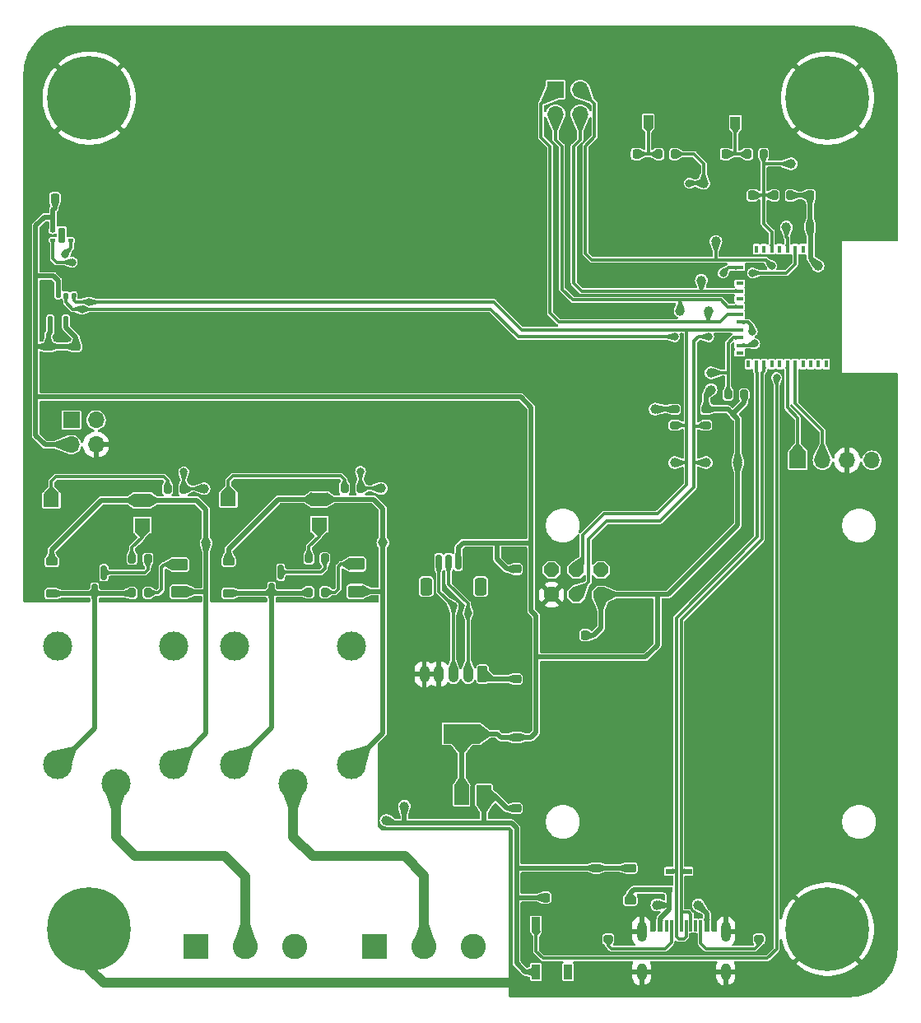
<source format=gbr>
%TF.GenerationSoftware,KiCad,Pcbnew,(7.0.0-0)*%
%TF.CreationDate,2023-04-22T21:22:07-04:00*%
%TF.ProjectId,KwartzLab-SensorBoard-Rev3,4b776172-747a-44c6-9162-2d53656e736f,3*%
%TF.SameCoordinates,Original*%
%TF.FileFunction,Copper,L1,Top*%
%TF.FilePolarity,Positive*%
%FSLAX46Y46*%
G04 Gerber Fmt 4.6, Leading zero omitted, Abs format (unit mm)*
G04 Created by KiCad (PCBNEW (7.0.0-0)) date 2023-04-22 21:22:07*
%MOMM*%
%LPD*%
G01*
G04 APERTURE LIST*
G04 Aperture macros list*
%AMRoundRect*
0 Rectangle with rounded corners*
0 $1 Rounding radius*
0 $2 $3 $4 $5 $6 $7 $8 $9 X,Y pos of 4 corners*
0 Add a 4 corners polygon primitive as box body*
4,1,4,$2,$3,$4,$5,$6,$7,$8,$9,$2,$3,0*
0 Add four circle primitives for the rounded corners*
1,1,$1+$1,$2,$3*
1,1,$1+$1,$4,$5*
1,1,$1+$1,$6,$7*
1,1,$1+$1,$8,$9*
0 Add four rect primitives between the rounded corners*
20,1,$1+$1,$2,$3,$4,$5,0*
20,1,$1+$1,$4,$5,$6,$7,0*
20,1,$1+$1,$6,$7,$8,$9,0*
20,1,$1+$1,$8,$9,$2,$3,0*%
%AMOutline5P*
0 Free polygon, 5 corners , with rotation*
0 The origin of the aperture is its center*
0 number of corners: always 5*
0 $1 to $10 corner X, Y*
0 $11 Rotation angle, in degrees counterclockwise*
0 create outline with 5 corners*
4,1,5,$1,$2,$3,$4,$5,$6,$7,$8,$9,$10,$1,$2,$11*%
%AMOutline6P*
0 Free polygon, 6 corners , with rotation*
0 The origin of the aperture is its center*
0 number of corners: always 6*
0 $1 to $12 corner X, Y*
0 $13 Rotation angle, in degrees counterclockwise*
0 create outline with 6 corners*
4,1,6,$1,$2,$3,$4,$5,$6,$7,$8,$9,$10,$11,$12,$1,$2,$13*%
%AMOutline7P*
0 Free polygon, 7 corners , with rotation*
0 The origin of the aperture is its center*
0 number of corners: always 7*
0 $1 to $14 corner X, Y*
0 $15 Rotation angle, in degrees counterclockwise*
0 create outline with 7 corners*
4,1,7,$1,$2,$3,$4,$5,$6,$7,$8,$9,$10,$11,$12,$13,$14,$1,$2,$15*%
%AMOutline8P*
0 Free polygon, 8 corners , with rotation*
0 The origin of the aperture is its center*
0 number of corners: always 8*
0 $1 to $16 corner X, Y*
0 $17 Rotation angle, in degrees counterclockwise*
0 create outline with 8 corners*
4,1,8,$1,$2,$3,$4,$5,$6,$7,$8,$9,$10,$11,$12,$13,$14,$15,$16,$1,$2,$17*%
%AMFreePoly0*
4,1,6,0.725000,-0.725000,-0.725000,-0.725000,-0.725000,0.125000,-0.125000,0.725000,0.725000,0.725000,0.725000,-0.725000,0.725000,-0.725000,$1*%
G04 Aperture macros list end*
%TA.AperFunction,ComponentPad*%
%ADD10R,1.700000X1.700000*%
%TD*%
%TA.AperFunction,ComponentPad*%
%ADD11O,1.700000X1.700000*%
%TD*%
%TA.AperFunction,SMDPad,CuDef*%
%ADD12R,1.000000X1.250000*%
%TD*%
%TA.AperFunction,SMDPad,CuDef*%
%ADD13RoundRect,0.225000X-0.225000X-0.250000X0.225000X-0.250000X0.225000X0.250000X-0.225000X0.250000X0*%
%TD*%
%TA.AperFunction,ComponentPad*%
%ADD14C,0.900000*%
%TD*%
%TA.AperFunction,ComponentPad*%
%ADD15C,8.600000*%
%TD*%
%TA.AperFunction,SMDPad,CuDef*%
%ADD16RoundRect,0.200000X0.200000X0.275000X-0.200000X0.275000X-0.200000X-0.275000X0.200000X-0.275000X0*%
%TD*%
%TA.AperFunction,SMDPad,CuDef*%
%ADD17C,1.000000*%
%TD*%
%TA.AperFunction,SMDPad,CuDef*%
%ADD18RoundRect,0.150000X-0.150000X0.587500X-0.150000X-0.587500X0.150000X-0.587500X0.150000X0.587500X0*%
%TD*%
%TA.AperFunction,ComponentPad*%
%ADD19RoundRect,0.250000X0.265000X0.615000X-0.265000X0.615000X-0.265000X-0.615000X0.265000X-0.615000X0*%
%TD*%
%TA.AperFunction,ComponentPad*%
%ADD20O,1.030000X1.730000*%
%TD*%
%TA.AperFunction,SMDPad,CuDef*%
%ADD21R,0.400000X0.800000*%
%TD*%
%TA.AperFunction,SMDPad,CuDef*%
%ADD22R,0.800000X0.400000*%
%TD*%
%TA.AperFunction,SMDPad,CuDef*%
%ADD23FreePoly0,270.000000*%
%TD*%
%TA.AperFunction,SMDPad,CuDef*%
%ADD24R,1.450000X1.450000*%
%TD*%
%TA.AperFunction,SMDPad,CuDef*%
%ADD25R,0.700000X0.700000*%
%TD*%
%TA.AperFunction,SMDPad,CuDef*%
%ADD26RoundRect,0.200000X-0.275000X0.200000X-0.275000X-0.200000X0.275000X-0.200000X0.275000X0.200000X0*%
%TD*%
%TA.AperFunction,ComponentPad*%
%ADD27C,3.000000*%
%TD*%
%TA.AperFunction,SMDPad,CuDef*%
%ADD28RoundRect,0.225000X0.225000X0.250000X-0.225000X0.250000X-0.225000X-0.250000X0.225000X-0.250000X0*%
%TD*%
%TA.AperFunction,ComponentPad*%
%ADD29R,2.600000X2.600000*%
%TD*%
%TA.AperFunction,ComponentPad*%
%ADD30C,2.600000*%
%TD*%
%TA.AperFunction,SMDPad,CuDef*%
%ADD31RoundRect,0.225000X0.250000X-0.225000X0.250000X0.225000X-0.250000X0.225000X-0.250000X-0.225000X0*%
%TD*%
%TA.AperFunction,SMDPad,CuDef*%
%ADD32R,0.900000X1.500000*%
%TD*%
%TA.AperFunction,SMDPad,CuDef*%
%ADD33RoundRect,0.200000X-0.200000X-0.275000X0.200000X-0.275000X0.200000X0.275000X-0.200000X0.275000X0*%
%TD*%
%TA.AperFunction,SMDPad,CuDef*%
%ADD34RoundRect,0.225000X-0.375000X0.225000X-0.375000X-0.225000X0.375000X-0.225000X0.375000X0.225000X0*%
%TD*%
%TA.AperFunction,SMDPad,CuDef*%
%ADD35RoundRect,0.150000X0.150000X0.625000X-0.150000X0.625000X-0.150000X-0.625000X0.150000X-0.625000X0*%
%TD*%
%TA.AperFunction,SMDPad,CuDef*%
%ADD36RoundRect,0.250000X0.350000X0.650000X-0.350000X0.650000X-0.350000X-0.650000X0.350000X-0.650000X0*%
%TD*%
%TA.AperFunction,SMDPad,CuDef*%
%ADD37R,1.600000X1.400000*%
%TD*%
%TA.AperFunction,ComponentPad*%
%ADD38Outline8P,-0.775000X0.321016X-0.321016X0.775000X0.321016X0.775000X0.775000X0.321016X0.775000X-0.321016X0.321016X-0.775000X-0.321016X-0.775000X-0.775000X-0.321016X180.000000*%
%TD*%
%TA.AperFunction,SMDPad,CuDef*%
%ADD39RoundRect,0.125000X-0.125000X-0.137500X0.125000X-0.137500X0.125000X0.137500X-0.125000X0.137500X0*%
%TD*%
%TA.AperFunction,SMDPad,CuDef*%
%ADD40RoundRect,0.250000X-0.625000X0.375000X-0.625000X-0.375000X0.625000X-0.375000X0.625000X0.375000X0*%
%TD*%
%TA.AperFunction,SMDPad,CuDef*%
%ADD41RoundRect,0.225000X-0.250000X0.225000X-0.250000X-0.225000X0.250000X-0.225000X0.250000X0.225000X0*%
%TD*%
%TA.AperFunction,SMDPad,CuDef*%
%ADD42R,0.600000X1.150000*%
%TD*%
%TA.AperFunction,SMDPad,CuDef*%
%ADD43R,0.300000X1.150000*%
%TD*%
%TA.AperFunction,ComponentPad*%
%ADD44O,1.000000X2.100000*%
%TD*%
%TA.AperFunction,ComponentPad*%
%ADD45O,1.000000X1.800000*%
%TD*%
%TA.AperFunction,SMDPad,CuDef*%
%ADD46RoundRect,0.087500X-0.187500X-0.087500X0.187500X-0.087500X0.187500X0.087500X-0.187500X0.087500X0*%
%TD*%
%TA.AperFunction,SMDPad,CuDef*%
%ADD47RoundRect,0.175000X-0.175000X-0.625000X0.175000X-0.625000X0.175000X0.625000X-0.175000X0.625000X0*%
%TD*%
%TA.AperFunction,SMDPad,CuDef*%
%ADD48R,1.500000X2.000000*%
%TD*%
%TA.AperFunction,SMDPad,CuDef*%
%ADD49R,3.800000X2.000000*%
%TD*%
%TA.AperFunction,SMDPad,CuDef*%
%ADD50R,0.700000X1.000000*%
%TD*%
%TA.AperFunction,SMDPad,CuDef*%
%ADD51R,0.700000X0.600000*%
%TD*%
%TA.AperFunction,ViaPad*%
%ADD52C,0.800000*%
%TD*%
%TA.AperFunction,ViaPad*%
%ADD53C,1.000000*%
%TD*%
%TA.AperFunction,Conductor*%
%ADD54C,1.000000*%
%TD*%
%TA.AperFunction,Conductor*%
%ADD55C,0.500000*%
%TD*%
%TA.AperFunction,Conductor*%
%ADD56C,0.300000*%
%TD*%
G04 APERTURE END LIST*
D10*
%TO.P,J8,1,Pin_1*%
%TO.N,SDA*%
X94999999Y-99269999D03*
D11*
%TO.P,J8,2,Pin_2*%
%TO.N,SCL*%
X97539999Y-99269999D03*
%TO.P,J8,3,Pin_3*%
%TO.N,+3V3*%
X94999999Y-101809999D03*
%TO.P,J8,4,Pin_4*%
%TO.N,GND*%
X97539999Y-101809999D03*
%TD*%
D12*
%TO.P,SW1,1,1*%
%TO.N,GND*%
X154349999Y-60774999D03*
%TO.P,SW1,2,2*%
%TO.N,Net-(C7-Pad2)*%
X154349999Y-68524999D03*
%TD*%
D13*
%TO.P,C7,1*%
%TO.N,GND*%
X151600000Y-71900000D03*
%TO.P,C7,2*%
%TO.N,Net-(C7-Pad2)*%
X153150000Y-71900000D03*
%TD*%
D14*
%TO.P,H3,1,1*%
%TO.N,GND*%
X169557188Y-66150000D03*
X170501769Y-63869581D03*
X170501769Y-68430419D03*
X172782188Y-62925000D03*
D15*
X172782188Y-66150000D03*
D14*
X172782188Y-69375000D03*
X175062607Y-63869581D03*
X175062607Y-68430419D03*
X176007188Y-66150000D03*
%TD*%
%TO.P,H1,1,1*%
%TO.N,GND*%
X93600000Y-151650000D03*
X94544581Y-149369581D03*
X94544581Y-153930419D03*
X96825000Y-148425000D03*
D15*
X96825000Y-151650000D03*
D14*
X96825000Y-154875000D03*
X99105419Y-149369581D03*
X99105419Y-153930419D03*
X100050000Y-151650000D03*
%TD*%
D16*
%TO.P,R13,1*%
%TO.N,Net-(Q2-B)*%
X121070000Y-113480000D03*
%TO.P,R13,2*%
%TO.N,Net-(OC2-Pad3)*%
X119420000Y-113480000D03*
%TD*%
D10*
%TO.P,J1,1,Pin_1*%
%TO.N,/RX*%
X169719999Y-103399999D03*
D11*
%TO.P,J1,2,Pin_2*%
%TO.N,/TX*%
X172259999Y-103399999D03*
%TO.P,J1,3,Pin_3*%
%TO.N,GND*%
X174799999Y-103399999D03*
%TO.P,J1,4,Pin_4*%
%TO.N,+3V3*%
X177339999Y-103399999D03*
%TD*%
D17*
%TO.P,TP1,1,1*%
%TO.N,STATUS*%
X161300000Y-80900000D03*
%TD*%
D14*
%TO.P,H4,1,1*%
%TO.N,GND*%
X93600000Y-66150000D03*
X94544581Y-63869581D03*
X94544581Y-68430419D03*
X96825000Y-62925000D03*
D15*
X96825000Y-66150000D03*
D14*
X96825000Y-69375000D03*
X99105419Y-63869581D03*
X99105419Y-68430419D03*
X100050000Y-66150000D03*
%TD*%
D18*
%TO.P,Q2,1,B*%
%TO.N,Net-(Q2-B)*%
X116530000Y-114915000D03*
%TO.P,Q2,2,E*%
%TO.N,GND*%
X114630000Y-114915000D03*
%TO.P,Q2,3,C*%
%TO.N,/Output Relays/RELAY2_EN*%
X115580000Y-116790000D03*
%TD*%
D19*
%TO.P,J3,1,Pin_1*%
%TO.N,+5V*%
X137300000Y-125400000D03*
D20*
%TO.P,J3,2,Pin_2*%
%TO.N,SDA*%
X135799999Y-125399999D03*
%TO.P,J3,3,Pin_3*%
%TO.N,SCL*%
X134299999Y-125399999D03*
%TO.P,J3,4,Pin_4*%
%TO.N,GND*%
X132799999Y-125399999D03*
%TO.P,J3,5,Pin_5*%
X131299999Y-125399999D03*
%TD*%
D21*
%TO.P,U1,1,GND*%
%TO.N,GND*%
X172649999Y-81699999D03*
%TO.P,U1,2,GND*%
X171849999Y-81699999D03*
%TO.P,U1,3,3V3*%
%TO.N,+3V3*%
X171049999Y-81699999D03*
%TO.P,U1,4,NC*%
%TO.N,unconnected-(U1-NC-Pad4)*%
X170249999Y-81699999D03*
%TO.P,U1,5,GPIO2/ADC1_CH2*%
%TO.N,RELAY2*%
X169449999Y-81699999D03*
%TO.P,U1,6,GPIO3/ADC1_CH3*%
%TO.N,GPIO3*%
X168649999Y-81699999D03*
%TO.P,U1,7,NC*%
%TO.N,unconnected-(U1-NC-Pad7)*%
X167849999Y-81699999D03*
%TO.P,U1,8,EN/CHIP_PU*%
%TO.N,RESET*%
X167049999Y-81699999D03*
%TO.P,U1,9,NC*%
%TO.N,unconnected-(U1-NC-Pad9)*%
X166249999Y-81699999D03*
%TO.P,U1,10,NC*%
%TO.N,unconnected-(U1-NC-Pad10)*%
X165449999Y-81699999D03*
%TO.P,U1,11,GND*%
%TO.N,GND*%
X164649999Y-81699999D03*
D22*
%TO.P,U1,12,GPIO0/ADC1_CH0/XTAL_32K_P*%
%TO.N,STATUS*%
X163749999Y-82799999D03*
%TO.P,U1,13,GPIO1/ADC1_CH1/XTAL_32K_N*%
%TO.N,RELAY1*%
X163749999Y-83599999D03*
%TO.P,U1,14,GND*%
%TO.N,GND*%
X163749999Y-84399999D03*
%TO.P,U1,15,NC*%
%TO.N,unconnected-(U1-NC-Pad15)*%
X163749999Y-85199999D03*
%TO.P,U1,16,GPIO10*%
%TO.N,GPIO10*%
X163749999Y-85999999D03*
%TO.P,U1,17,NC*%
%TO.N,unconnected-(U1-NC-Pad17)*%
X163749999Y-86799999D03*
%TO.P,U1,18,GPIO4/ADC1_CH4*%
%TO.N,GPIO4*%
X163749999Y-87599999D03*
%TO.P,U1,19,GPIO5/ADC2_CH0*%
%TO.N,GPIO5*%
X163749999Y-88399999D03*
%TO.P,U1,20,GPIO6*%
%TO.N,SDA*%
X163749999Y-89199999D03*
%TO.P,U1,21,GPIO7*%
%TO.N,SCL*%
X163749999Y-89999999D03*
%TO.P,U1,22,GPIO8*%
%TO.N,GPIO8*%
X163749999Y-90799999D03*
%TO.P,U1,23,GPIO9*%
%TO.N,BOOT*%
X163749999Y-91599999D03*
%TO.P,U1,24,NC*%
%TO.N,unconnected-(U1-NC-Pad24)*%
X163749999Y-92399999D03*
D21*
%TO.P,U1,25,NC*%
%TO.N,unconnected-(U1-NC-Pad25)*%
X164649999Y-93499999D03*
%TO.P,U1,26,GPIO18/USB_D-*%
%TO.N,/USB_DN*%
X165449999Y-93499999D03*
%TO.P,U1,27,GPIO19/USB_D+*%
%TO.N,/USB_DP*%
X166249999Y-93499999D03*
%TO.P,U1,28,NC*%
%TO.N,unconnected-(U1-NC-Pad28)*%
X167049999Y-93499999D03*
%TO.P,U1,29,NC*%
%TO.N,unconnected-(U1-NC-Pad29)*%
X167849999Y-93499999D03*
%TO.P,U1,30,GPIO20/U0RXD*%
%TO.N,/RX*%
X168649999Y-93499999D03*
%TO.P,U1,31,GPIO21/U0TXD*%
%TO.N,/TX*%
X169449999Y-93499999D03*
%TO.P,U1,32,NC*%
%TO.N,unconnected-(U1-NC-Pad32)*%
X170249999Y-93499999D03*
%TO.P,U1,33,NC*%
%TO.N,unconnected-(U1-NC-Pad33)*%
X171049999Y-93499999D03*
%TO.P,U1,34,NC*%
%TO.N,unconnected-(U1-NC-Pad34)*%
X171849999Y-93499999D03*
%TO.P,U1,35,NC*%
%TO.N,unconnected-(U1-NC-Pad35)*%
X172649999Y-93499999D03*
D22*
%TO.P,U1,36,GND*%
%TO.N,GND*%
X173549999Y-92399999D03*
%TO.P,U1,37,GND*%
X173549999Y-91599999D03*
%TO.P,U1,38,GND*%
X173549999Y-90799999D03*
%TO.P,U1,39,GND*%
X173549999Y-89999999D03*
%TO.P,U1,40,GND*%
X173549999Y-89199999D03*
%TO.P,U1,41,GND*%
X173549999Y-88399999D03*
%TO.P,U1,42,GND*%
X173549999Y-87599999D03*
%TO.P,U1,43,GND*%
X173549999Y-86799999D03*
%TO.P,U1,44,GND*%
X173549999Y-85999999D03*
%TO.P,U1,45,GND*%
X173549999Y-85199999D03*
%TO.P,U1,46,GND*%
X173549999Y-84399999D03*
%TO.P,U1,47,GND*%
X173549999Y-83599999D03*
%TO.P,U1,48,GND*%
X173549999Y-82799999D03*
D23*
%TO.P,U1,49,GND*%
X170625000Y-85625000D03*
D24*
X168649999Y-85624999D03*
X166674999Y-85624999D03*
X170624999Y-87599999D03*
X168649999Y-87599999D03*
X166674999Y-87599999D03*
X170624999Y-89574999D03*
X168649999Y-89574999D03*
X166674999Y-89574999D03*
D25*
%TO.P,U1,50,GND*%
X173599999Y-93549999D03*
%TO.P,U1,51,GND*%
X163699999Y-93549999D03*
%TO.P,U1,52,GND*%
X163699999Y-81649999D03*
%TO.P,U1,53,GND*%
X173599999Y-81649999D03*
%TD*%
D26*
%TO.P,R4,1*%
%TO.N,GND*%
X150230000Y-151000000D03*
%TO.P,R4,2*%
%TO.N,/USB C Connector/USB_CC1*%
X150230000Y-152650000D03*
%TD*%
D27*
%TO.P,K2,11*%
%TO.N,/Output Relays/RELAY2_COM*%
X117800000Y-136700000D03*
%TO.P,K2,12*%
%TO.N,/Output Relays/RELAY2_NC*%
X111800000Y-122500000D03*
%TO.P,K2,14*%
%TO.N,/Output Relays/RELAY2_NO*%
X123800000Y-122500000D03*
%TO.P,K2,A1*%
%TO.N,+5V*%
X123800000Y-134700000D03*
%TO.P,K2,A2*%
%TO.N,/Output Relays/RELAY2_EN*%
X111800000Y-134700000D03*
%TD*%
D13*
%TO.P,C2,1*%
%TO.N,+3V3*%
X171000000Y-79400000D03*
%TO.P,C2,2*%
%TO.N,GND*%
X172550000Y-79400000D03*
%TD*%
D14*
%TO.P,H2,1,1*%
%TO.N,GND*%
X169544581Y-151650000D03*
X170489162Y-149369581D03*
X170489162Y-153930419D03*
X172769581Y-148425000D03*
D15*
X172769581Y-151650000D03*
D14*
X172769581Y-154875000D03*
X175050000Y-149369581D03*
X175050000Y-153930419D03*
X175994581Y-151650000D03*
%TD*%
D28*
%TO.P,C14,1*%
%TO.N,+3V3*%
X147850000Y-121400000D03*
%TO.P,C14,2*%
%TO.N,GND*%
X146300000Y-121400000D03*
%TD*%
D26*
%TO.P,R1,1*%
%TO.N,+3V3*%
X160300000Y-98150000D03*
%TO.P,R1,2*%
%TO.N,SDA*%
X160300000Y-99800000D03*
%TD*%
D13*
%TO.P,C10,1*%
%TO.N,+3V3*%
X93300000Y-76441017D03*
%TO.P,C10,2*%
%TO.N,GND*%
X94850000Y-76441017D03*
%TD*%
D29*
%TO.P,J6,1,Pin_1*%
%TO.N,/Output Relays/RELAY2_NC*%
X126214999Y-153399999D03*
D30*
%TO.P,J6,2,Pin_2*%
%TO.N,/Output Relays/RELAY2_COM*%
X131295000Y-153400000D03*
%TO.P,J6,3,Pin_3*%
%TO.N,/Output Relays/RELAY2_NO*%
X136375000Y-153400000D03*
%TD*%
D17*
%TO.P,TP10,1,1*%
%TO.N,+5V*%
X129250000Y-139000000D03*
%TD*%
D31*
%TO.P,C15,1*%
%TO.N,GND*%
X140800000Y-116150000D03*
%TO.P,C15,2*%
%TO.N,+3V3*%
X140800000Y-114600000D03*
%TD*%
D32*
%TO.P,D3,1,VDD*%
%TO.N,+5V*%
X142799999Y-156049999D03*
%TO.P,D3,2,DOUT*%
%TO.N,/Status LED/D_OUT*%
X146099999Y-156049999D03*
%TO.P,D3,3,VSS*%
%TO.N,GND*%
X146099999Y-151149999D03*
%TO.P,D3,4,DIN*%
%TO.N,STATUS*%
X142799999Y-151149999D03*
%TD*%
D31*
%TO.P,C13,1*%
%TO.N,+5V*%
X140800000Y-125900000D03*
%TO.P,C13,2*%
%TO.N,GND*%
X140800000Y-124350000D03*
%TD*%
D26*
%TO.P,R5,1*%
%TO.N,GND*%
X165730000Y-151000000D03*
%TO.P,R5,2*%
%TO.N,/USB C Connector/USB_CC2*%
X165730000Y-152650000D03*
%TD*%
D17*
%TO.P,TP9,1,1*%
%TO.N,SDA*%
X160300000Y-103650000D03*
%TD*%
D12*
%TO.P,SW2,1,1*%
%TO.N,GND*%
X163299999Y-60899999D03*
%TO.P,SW2,2,2*%
%TO.N,Net-(C8-Pad2)*%
X163299999Y-68649999D03*
%TD*%
D31*
%TO.P,C5,1*%
%TO.N,+3V3*%
X140800000Y-131900000D03*
%TO.P,C5,2*%
%TO.N,GND*%
X140800000Y-130350000D03*
%TD*%
D17*
%TO.P,TP4,1,1*%
%TO.N,GND*%
X153800000Y-103650000D03*
%TD*%
D33*
%TO.P,R7,1*%
%TO.N,Net-(C8-Pad2)*%
X164550000Y-71900000D03*
%TO.P,R7,2*%
%TO.N,RESET*%
X166200000Y-71900000D03*
%TD*%
D34*
%TO.P,D2,1,K*%
%TO.N,+5V*%
X152480000Y-145350000D03*
%TO.P,D2,2,A*%
%TO.N,VBUS*%
X152480000Y-148650000D03*
%TD*%
D16*
%TO.P,R10,1*%
%TO.N,/Output Relays/RELAY1_STATUS_LED*%
X102880000Y-117040000D03*
%TO.P,R10,2*%
%TO.N,/Output Relays/RELAY1_EN*%
X101230000Y-117040000D03*
%TD*%
D17*
%TO.P,TP3,1,1*%
%TO.N,RELAY2*%
X126860000Y-106300000D03*
%TD*%
D13*
%TO.P,C1,1*%
%TO.N,GND*%
X163500000Y-76150000D03*
%TO.P,C1,2*%
%TO.N,RESET*%
X165050000Y-76150000D03*
%TD*%
D35*
%TO.P,J7,1,Pin_1*%
%TO.N,GND*%
X135800000Y-113875000D03*
%TO.P,J7,2,Pin_2*%
%TO.N,+3V3*%
X134800000Y-113875000D03*
%TO.P,J7,3,Pin_3*%
%TO.N,SDA*%
X133800000Y-113875000D03*
%TO.P,J7,4,Pin_4*%
%TO.N,SCL*%
X132800000Y-113875000D03*
D36*
%TO.P,J7,MP*%
%TO.N,N/C*%
X137100000Y-116400000D03*
X131500000Y-116400000D03*
%TD*%
D13*
%TO.P,C8,1*%
%TO.N,GND*%
X160750000Y-71900000D03*
%TO.P,C8,2*%
%TO.N,Net-(C8-Pad2)*%
X162300000Y-71900000D03*
%TD*%
D33*
%TO.P,R14,1*%
%TO.N,GPIO8*%
X162550000Y-96640000D03*
%TO.P,R14,2*%
%TO.N,+3V3*%
X164200000Y-96640000D03*
%TD*%
D34*
%TO.P,D6,1,K*%
%TO.N,+5V*%
X92980000Y-113832500D03*
%TO.P,D6,2,A*%
%TO.N,/Output Relays/RELAY1_EN*%
X92980000Y-117132500D03*
%TD*%
D17*
%TO.P,TP13,1,1*%
%TO.N,BOOT*%
X160050000Y-74900000D03*
%TD*%
D37*
%TO.P,OC1,1*%
%TO.N,Net-(OC1-Pad1)*%
X92934999Y-107514999D03*
%TO.P,OC1,2*%
%TO.N,GND*%
X92934999Y-110054999D03*
%TO.P,OC1,3*%
%TO.N,Net-(OC1-Pad3)*%
X102294999Y-110054999D03*
%TO.P,OC1,4*%
%TO.N,+5V*%
X102294999Y-107514999D03*
%TD*%
D17*
%TO.P,TP6,1,1*%
%TO.N,GPIO3*%
X168550000Y-79400000D03*
%TD*%
D29*
%TO.P,J5,1,Pin_1*%
%TO.N,/Output Relays/RELAY1_NC*%
X107799999Y-153399999D03*
D30*
%TO.P,J5,2,Pin_2*%
%TO.N,/Output Relays/RELAY1_COM*%
X112880000Y-153400000D03*
%TO.P,J5,3,Pin_3*%
%TO.N,/Output Relays/RELAY1_NO*%
X117960000Y-153400000D03*
%TD*%
D37*
%TO.P,OC2,1*%
%TO.N,Net-(OC2-Pad1)*%
X111139999Y-107419999D03*
%TO.P,OC2,2*%
%TO.N,GND*%
X111139999Y-109959999D03*
%TO.P,OC2,3*%
%TO.N,Net-(OC2-Pad3)*%
X120499999Y-109959999D03*
%TO.P,OC2,4*%
%TO.N,+5V*%
X120499999Y-107419999D03*
%TD*%
D38*
%TO.P,J4,1,Pin_1*%
%TO.N,unconnected-(J4-Pin_1-Pad1)*%
X149482927Y-114684143D03*
%TO.P,J4,2,Pin_2*%
%TO.N,+3V3*%
X149482927Y-117224143D03*
%TO.P,J4,3,Pin_3*%
%TO.N,SCL*%
X146942927Y-114684143D03*
%TO.P,J4,4,Pin_4*%
%TO.N,SDA*%
X146942927Y-117224143D03*
%TO.P,J4,5,Pin_5*%
%TO.N,unconnected-(J4-Pin_5-Pad5)*%
X144402927Y-114684143D03*
%TO.P,J4,6,Pin_6*%
%TO.N,GND*%
X144402927Y-117224143D03*
%TD*%
D16*
%TO.P,R12,1*%
%TO.N,/Output Relays/RELAY2_STATUS_LED*%
X121070000Y-116980000D03*
%TO.P,R12,2*%
%TO.N,/Output Relays/RELAY2_EN*%
X119420000Y-116980000D03*
%TD*%
D34*
%TO.P,D7,1,K*%
%TO.N,+5V*%
X111170000Y-113772500D03*
%TO.P,D7,2,A*%
%TO.N,/Output Relays/RELAY2_EN*%
X111170000Y-117072500D03*
%TD*%
D17*
%TO.P,TP11,1,1*%
%TO.N,SCL*%
X157050000Y-103650000D03*
%TD*%
%TO.P,TP14,1,1*%
%TO.N,GPIO10*%
X159800000Y-84900000D03*
%TD*%
D13*
%TO.P,C3,1*%
%TO.N,+3V3*%
X171000000Y-76150000D03*
%TO.P,C3,2*%
%TO.N,GND*%
X172550000Y-76150000D03*
%TD*%
D39*
%TO.P,U4,1,GND*%
%TO.N,GND*%
X92832481Y-86421868D03*
%TO.P,U4,2,CSB*%
%TO.N,+3V3*%
X93632481Y-86421868D03*
%TO.P,U4,3,SDI*%
%TO.N,SDA*%
X94432481Y-86421868D03*
%TO.P,U4,4,SCK*%
%TO.N,SCL*%
X95232481Y-86421868D03*
%TO.P,U4,5,SDO*%
%TO.N,GND*%
X95232481Y-88796868D03*
%TO.P,U4,6,VDDIO*%
%TO.N,+3V3*%
X94432481Y-88796868D03*
%TO.P,U4,7,GND*%
%TO.N,GND*%
X93632481Y-88796868D03*
%TO.P,U4,8,VDD*%
%TO.N,+3V3*%
X92832481Y-88796868D03*
%TD*%
D17*
%TO.P,TP8,1,1*%
%TO.N,GPIO5*%
X160510000Y-88060000D03*
%TD*%
D40*
%TO.P,D4,1,K*%
%TO.N,/Output Relays/RELAY1_STATUS_LED*%
X106110000Y-114152500D03*
%TO.P,D4,2,A*%
%TO.N,+5V*%
X106110000Y-116952500D03*
%TD*%
D17*
%TO.P,TP5,1,1*%
%TO.N,+3V3*%
X163550000Y-103650000D03*
%TD*%
%TO.P,TP12,1,1*%
%TO.N,GPIO8*%
X160800000Y-94400000D03*
%TD*%
D41*
%TO.P,C6,1*%
%TO.N,+5V*%
X148980000Y-145350000D03*
%TO.P,C6,2*%
%TO.N,GND*%
X148980000Y-146900000D03*
%TD*%
D42*
%TO.P,J2,A1,GND*%
%TO.N,GND*%
X154779999Y-151294999D03*
%TO.P,J2,A4,VBUS*%
%TO.N,VBUS*%
X155579999Y-151294999D03*
D43*
%TO.P,J2,A5,CC1*%
%TO.N,/USB C Connector/USB_CC1*%
X156729999Y-151294999D03*
%TO.P,J2,A6,D+*%
%TO.N,/USB_DP*%
X157729999Y-151294999D03*
%TO.P,J2,A7,D-*%
%TO.N,/USB_DN*%
X158229999Y-151294999D03*
%TO.P,J2,A8,SBU1*%
%TO.N,unconnected-(J2-SBU1-PadA8)*%
X159229999Y-151294999D03*
D42*
%TO.P,J2,A9,VBUS*%
%TO.N,VBUS*%
X160379999Y-151294999D03*
%TO.P,J2,A12,GND*%
%TO.N,GND*%
X161179999Y-151294999D03*
%TO.P,J2,B1,GND*%
X161179999Y-151294999D03*
%TO.P,J2,B4,VBUS*%
%TO.N,VBUS*%
X160379999Y-151294999D03*
D43*
%TO.P,J2,B5,CC2*%
%TO.N,/USB C Connector/USB_CC2*%
X159729999Y-151294999D03*
%TO.P,J2,B6,D+*%
%TO.N,/USB_DP*%
X158729999Y-151294999D03*
%TO.P,J2,B7,D-*%
%TO.N,/USB_DN*%
X157229999Y-151294999D03*
%TO.P,J2,B8,SBU2*%
%TO.N,unconnected-(J2-SBU2-PadB8)*%
X156229999Y-151294999D03*
D42*
%TO.P,J2,B9,VBUS*%
%TO.N,VBUS*%
X155579999Y-151294999D03*
%TO.P,J2,B12,GND*%
%TO.N,GND*%
X154779999Y-151294999D03*
D44*
%TO.P,J2,S1,SHIELD*%
X153659999Y-151869999D03*
D45*
X153659999Y-156049999D03*
D44*
X162299999Y-151869999D03*
D45*
X162299999Y-156049999D03*
%TD*%
D10*
%TO.P,J9,1,Pin_1*%
%TO.N,GPIO5*%
X144799999Y-65259999D03*
D11*
%TO.P,J9,2,Pin_2*%
%TO.N,STATUS*%
X147339999Y-65259999D03*
%TO.P,J9,3,Pin_3*%
%TO.N,GPIO4*%
X144799999Y-67799999D03*
%TO.P,J9,4,Pin_4*%
%TO.N,GPIO10*%
X147339999Y-67799999D03*
%TD*%
D26*
%TO.P,R2,1*%
%TO.N,+3V3*%
X157050000Y-98150000D03*
%TO.P,R2,2*%
%TO.N,SCL*%
X157050000Y-99800000D03*
%TD*%
D16*
%TO.P,R11,1*%
%TO.N,Net-(Q1-B)*%
X102880000Y-113540000D03*
%TO.P,R11,2*%
%TO.N,Net-(OC1-Pad3)*%
X101230000Y-113540000D03*
%TD*%
D46*
%TO.P,U3,1,VDD*%
%TO.N,+3V3*%
X93100000Y-79753517D03*
%TO.P,U3,2,SCL*%
%TO.N,SCL*%
X93100000Y-80753517D03*
%TO.P,U3,3,SDA*%
%TO.N,SDA*%
X94950000Y-80753517D03*
%TO.P,U3,4,VSS*%
%TO.N,GND*%
X94950000Y-79753517D03*
D47*
%TO.P,U3,5,NC*%
%TO.N,unconnected-(U3-NC-Pad5)*%
X94025000Y-80253517D03*
%TD*%
D16*
%TO.P,R9,1*%
%TO.N,RELAY2*%
X124740000Y-106300000D03*
%TO.P,R9,2*%
%TO.N,Net-(OC2-Pad1)*%
X123090000Y-106300000D03*
%TD*%
%TO.P,R8,1*%
%TO.N,RELAY1*%
X106550000Y-106360000D03*
%TO.P,R8,2*%
%TO.N,Net-(OC1-Pad1)*%
X104900000Y-106360000D03*
%TD*%
D17*
%TO.P,TP15,1,1*%
%TO.N,RESET*%
X169050000Y-72900000D03*
%TD*%
D48*
%TO.P,U2,1,GND*%
%TO.N,GND*%
X132839999Y-137849999D03*
%TO.P,U2,2,VO*%
%TO.N,+3V3*%
X135139999Y-137849999D03*
D49*
X135139999Y-131549999D03*
D48*
%TO.P,U2,3,VI*%
%TO.N,+5V*%
X137439999Y-137849999D03*
%TD*%
D40*
%TO.P,D5,1,K*%
%TO.N,/Output Relays/RELAY2_STATUS_LED*%
X124300000Y-114092500D03*
%TO.P,D5,2,A*%
%TO.N,+5V*%
X124300000Y-116892500D03*
%TD*%
D50*
%TO.P,D1,1,VN*%
%TO.N,GND*%
X158479999Y-147399999D03*
D51*
%TO.P,D1,2,L1*%
%TO.N,/USB_DP*%
X158479999Y-145699999D03*
%TO.P,D1,3,L2*%
%TO.N,/USB_DN*%
X156479999Y-145699999D03*
%TO.P,D1,4,L3*%
%TO.N,VBUS*%
X156479999Y-147599999D03*
%TD*%
D31*
%TO.P,C4,1*%
%TO.N,+5V*%
X140800000Y-139200000D03*
%TO.P,C4,2*%
%TO.N,GND*%
X140800000Y-137650000D03*
%TD*%
D33*
%TO.P,R6,1*%
%TO.N,Net-(C7-Pad2)*%
X155400000Y-71900000D03*
%TO.P,R6,2*%
%TO.N,BOOT*%
X157050000Y-71900000D03*
%TD*%
D18*
%TO.P,Q1,1,B*%
%TO.N,Net-(Q1-B)*%
X98340000Y-114975000D03*
%TO.P,Q1,2,E*%
%TO.N,GND*%
X96440000Y-114975000D03*
%TO.P,Q1,3,C*%
%TO.N,/Output Relays/RELAY1_EN*%
X97390000Y-116850000D03*
%TD*%
D27*
%TO.P,K1,11*%
%TO.N,/Output Relays/RELAY1_COM*%
X99550000Y-136700000D03*
%TO.P,K1,12*%
%TO.N,/Output Relays/RELAY1_NC*%
X93550000Y-122500000D03*
%TO.P,K1,14*%
%TO.N,/Output Relays/RELAY1_NO*%
X105550000Y-122500000D03*
%TO.P,K1,A1*%
%TO.N,+5V*%
X105550000Y-134700000D03*
%TO.P,K1,A2*%
%TO.N,/Output Relays/RELAY1_EN*%
X93550000Y-134700000D03*
%TD*%
D41*
%TO.P,C11,1*%
%TO.N,+3V3*%
X95457758Y-91690000D03*
%TO.P,C11,2*%
%TO.N,GND*%
X95457758Y-93240000D03*
%TD*%
D13*
%TO.P,C9,1*%
%TO.N,+5V*%
X143750000Y-148400000D03*
%TO.P,C9,2*%
%TO.N,GND*%
X145300000Y-148400000D03*
%TD*%
D17*
%TO.P,TP7,1,1*%
%TO.N,GPIO4*%
X157620000Y-88060000D03*
%TD*%
%TO.P,TP2,1,1*%
%TO.N,RELAY1*%
X108640000Y-106330000D03*
%TD*%
D16*
%TO.P,R3,1*%
%TO.N,+3V3*%
X168950000Y-76150000D03*
%TO.P,R3,2*%
%TO.N,RESET*%
X167300000Y-76150000D03*
%TD*%
D41*
%TO.P,C12,1*%
%TO.N,+3V3*%
X92627758Y-91700000D03*
%TO.P,C12,2*%
%TO.N,GND*%
X92627758Y-93250000D03*
%TD*%
D52*
%TO.N,GND*%
X94030000Y-93290000D03*
X170400000Y-91300000D03*
X141030000Y-157150000D03*
X169250000Y-91300000D03*
X144980000Y-121390000D03*
X173750000Y-76130000D03*
X159490000Y-71050000D03*
X153840000Y-105360000D03*
X144800000Y-151090000D03*
X161200000Y-149150000D03*
X96000000Y-79730000D03*
X168050000Y-91300000D03*
X162190000Y-76150000D03*
X170800000Y-84150000D03*
X93630000Y-87600000D03*
X150280000Y-71830000D03*
X154070000Y-149550000D03*
X154800000Y-88010000D03*
X164950000Y-86900000D03*
X166150000Y-92300000D03*
X135410000Y-115730000D03*
X164950000Y-85700000D03*
X148750000Y-150920000D03*
X96080000Y-76410000D03*
X164150000Y-151040000D03*
X137250000Y-113230000D03*
X146080000Y-152620000D03*
X169800000Y-84150000D03*
X173720000Y-79380000D03*
X164950000Y-88150000D03*
X135050000Y-122540000D03*
X151120000Y-88000000D03*
D53*
%TO.N,+3V3*%
X155050000Y-98150000D03*
X171800000Y-83400000D03*
X160800000Y-96150000D03*
%TO.N,+5V*%
X127040000Y-111860000D03*
X108850000Y-111860000D03*
X127390000Y-140450000D03*
%TO.N,VBUS*%
X155230000Y-149150000D03*
X159480000Y-149150000D03*
D52*
%TO.N,STATUS*%
X167050000Y-83400000D03*
X167550000Y-94900000D03*
%TO.N,SDA*%
X96090000Y-87850000D03*
X165050000Y-90150000D03*
X160550000Y-90699500D03*
X135800000Y-119099500D03*
X94340000Y-82190000D03*
X157040000Y-90699500D03*
%TO.N,SCL*%
X134300000Y-118400000D03*
X95090000Y-83040000D03*
X96840000Y-87130000D03*
%TO.N,BOOT*%
X158550000Y-74900000D03*
X165300000Y-91400000D03*
%TO.N,RELAY1*%
X162050000Y-84150000D03*
X106550000Y-104590000D03*
%TO.N,RELAY2*%
X124740000Y-104530000D03*
X165050000Y-84150000D03*
%TD*%
D54*
%TO.N,GND*%
X96825000Y-155675000D02*
X96825000Y-151650000D01*
X98300000Y-157150000D02*
X96825000Y-155675000D01*
D55*
X96825000Y-151650000D02*
X96825000Y-154675000D01*
D54*
X141030000Y-157150000D02*
X139860000Y-157150000D01*
X141030000Y-157150000D02*
X98300000Y-157150000D01*
D56*
%TO.N,RESET*%
X166220000Y-71920000D02*
X166220000Y-72820000D01*
X167050000Y-79900000D02*
X166220000Y-79070000D01*
X166200000Y-71900000D02*
X166220000Y-71920000D01*
X166220000Y-79070000D02*
X166220000Y-76230000D01*
X166300000Y-76150000D02*
X167300000Y-76150000D01*
X166220000Y-76230000D02*
X166300000Y-76150000D01*
X166220000Y-72820000D02*
X166300000Y-72900000D01*
X166220000Y-76070000D02*
X166300000Y-76150000D01*
X169050000Y-72900000D02*
X166300000Y-72900000D01*
X165050000Y-76150000D02*
X166300000Y-76150000D01*
X167050000Y-81700000D02*
X167050000Y-79900000D01*
X166220000Y-72820000D02*
X166220000Y-76070000D01*
D55*
%TO.N,+3V3*%
X160800000Y-96150000D02*
X160300000Y-96650000D01*
X94432481Y-88796868D02*
X94432481Y-89712481D01*
X163550000Y-110050000D02*
X156375856Y-117224144D01*
X156375856Y-117224144D02*
X155320000Y-117224144D01*
X168950000Y-76150000D02*
X171000000Y-76150000D01*
X171000000Y-79400000D02*
X171000000Y-76150000D01*
X139830000Y-114600000D02*
X138790000Y-113560000D01*
X154070000Y-123650000D02*
X155290000Y-122430000D01*
X162550000Y-98150000D02*
X160300000Y-98150000D01*
X94010000Y-96890000D02*
X91330000Y-96890000D01*
X94050000Y-91700000D02*
X95447758Y-91700000D01*
X142300000Y-131900000D02*
X142800000Y-131400000D01*
X139180000Y-131910000D02*
X140790000Y-131910000D01*
X93237500Y-76503517D02*
X93300000Y-76441017D01*
X135300000Y-111900000D02*
X138800000Y-111900000D01*
X163550000Y-99150000D02*
X163045000Y-98645000D01*
X91330000Y-96890000D02*
X91330000Y-91690000D01*
X93100000Y-77660000D02*
X93300000Y-77460000D01*
X160300000Y-96650000D02*
X160300000Y-98150000D01*
X92280000Y-101810000D02*
X95000000Y-101810000D01*
X134800000Y-113875000D02*
X134800000Y-112400000D01*
X151840000Y-117224144D02*
X149482928Y-117224144D01*
X93632481Y-86421868D02*
X93632481Y-84902481D01*
X91340000Y-91700000D02*
X91330000Y-91690000D01*
X142300000Y-97980000D02*
X141210000Y-96890000D01*
X91330000Y-84460000D02*
X91330000Y-79280000D01*
X138820000Y-131550000D02*
X139180000Y-131910000D01*
X93632481Y-84902481D02*
X93190000Y-84460000D01*
X92200000Y-78410000D02*
X93100000Y-78410000D01*
X171050000Y-81700000D02*
X171050000Y-79450000D01*
X148740000Y-121400000D02*
X149482928Y-120657072D01*
X93100000Y-79753517D02*
X93100000Y-78410000D01*
X142300000Y-111900000D02*
X142300000Y-118910000D01*
X134800000Y-112400000D02*
X135300000Y-111900000D01*
X93190000Y-84460000D02*
X91330000Y-84460000D01*
X163550000Y-103650000D02*
X163550000Y-99150000D01*
X140790000Y-131910000D02*
X140800000Y-131900000D01*
X92627758Y-91700000D02*
X91340000Y-91700000D01*
X92832481Y-88796868D02*
X92832481Y-90247519D01*
X92627758Y-90452242D02*
X92627758Y-91700000D01*
X93300000Y-77460000D02*
X93300000Y-76441017D01*
X142800000Y-131400000D02*
X142800000Y-123650000D01*
X93100000Y-78410000D02*
X93100000Y-77660000D01*
X142300000Y-118910000D02*
X142800000Y-119410000D01*
X157050000Y-98150000D02*
X155050000Y-98150000D01*
X171050000Y-79450000D02*
X171000000Y-79400000D01*
X171050000Y-81700000D02*
X171050000Y-82650000D01*
X140800000Y-131900000D02*
X142300000Y-131900000D01*
X163045000Y-98645000D02*
X162550000Y-98150000D01*
X140800000Y-111900000D02*
X142300000Y-111900000D01*
X135140000Y-131550000D02*
X135140000Y-137850000D01*
X94432481Y-89712481D02*
X95457758Y-90737758D01*
X147850000Y-121400000D02*
X148740000Y-121400000D01*
X141210000Y-96890000D02*
X94210000Y-96890000D01*
X91330000Y-96890000D02*
X91330000Y-100860000D01*
X155290000Y-122430000D02*
X155290000Y-117254144D01*
X138790000Y-113560000D02*
X138790000Y-111910000D01*
X142800000Y-123650000D02*
X154070000Y-123650000D01*
X140800000Y-114600000D02*
X139830000Y-114600000D01*
X91330000Y-100860000D02*
X92280000Y-101810000D01*
X155320000Y-117224144D02*
X151840000Y-117224144D01*
X92832481Y-90247519D02*
X92627758Y-90452242D01*
X95457758Y-90737758D02*
X95457758Y-91690000D01*
X171050000Y-82650000D02*
X171800000Y-83400000D01*
X92627758Y-91700000D02*
X94050000Y-91700000D01*
X164200000Y-96640000D02*
X164200000Y-97490000D01*
X163550000Y-103650000D02*
X163550000Y-110050000D01*
X142800000Y-119410000D02*
X142800000Y-123650000D01*
X138800000Y-111900000D02*
X140800000Y-111900000D01*
X138790000Y-111910000D02*
X138800000Y-111900000D01*
X94210000Y-96890000D02*
X94010000Y-96890000D01*
X155290000Y-117254144D02*
X155320000Y-117224144D01*
X164200000Y-97490000D02*
X163045000Y-98645000D01*
X135140000Y-131550000D02*
X138820000Y-131550000D01*
X91330000Y-79280000D02*
X92200000Y-78410000D01*
X91330000Y-91690000D02*
X91330000Y-84460000D01*
X149482928Y-120657072D02*
X149482928Y-117224144D01*
X142300000Y-111900000D02*
X142300000Y-97980000D01*
%TO.N,+5V*%
X108837500Y-116952500D02*
X108850000Y-116940000D01*
X92965000Y-112625000D02*
X92965000Y-113867500D01*
X111170000Y-113772500D02*
X111247500Y-113772500D01*
X127027500Y-116892500D02*
X127040000Y-116880000D01*
X108835000Y-111845000D02*
X108850000Y-111860000D01*
X108850000Y-116940000D02*
X108850000Y-111860000D01*
X137440000Y-137850000D02*
X137440000Y-140710000D01*
X138440000Y-137850000D02*
X137440000Y-137850000D01*
X102295000Y-107515000D02*
X98075000Y-107515000D01*
X137410000Y-140740000D02*
X140280000Y-140740000D01*
X108850000Y-131520000D02*
X108850000Y-116940000D01*
X140800000Y-155140000D02*
X141710000Y-156050000D01*
X141710000Y-156050000D02*
X142800000Y-156050000D01*
X124300000Y-116977543D02*
X124350000Y-117027543D01*
X124300000Y-116892500D02*
X127027500Y-116892500D01*
X137800000Y-125900000D02*
X140800000Y-125900000D01*
X137440000Y-140710000D02*
X137410000Y-140740000D01*
X126090000Y-107420000D02*
X120500000Y-107420000D01*
X120500000Y-107420000D02*
X116280000Y-107420000D01*
X129250000Y-140720000D02*
X129270000Y-140740000D01*
X137300000Y-125400000D02*
X137800000Y-125900000D01*
X127040000Y-108370000D02*
X126090000Y-107420000D01*
X98075000Y-107515000D02*
X92965000Y-112625000D01*
X140810000Y-148400000D02*
X140800000Y-148410000D01*
X129270000Y-140740000D02*
X137410000Y-140740000D01*
X106110000Y-117037543D02*
X106160000Y-117087543D01*
X127040000Y-108370000D02*
X127040000Y-116880000D01*
X107885000Y-107515000D02*
X102295000Y-107515000D01*
X106110000Y-116952500D02*
X108837500Y-116952500D01*
X140830000Y-145350000D02*
X140800000Y-145380000D01*
X140800000Y-139200000D02*
X139790000Y-139200000D01*
X127390000Y-140450000D02*
X127680000Y-140740000D01*
X143750000Y-148400000D02*
X140810000Y-148400000D01*
X127040000Y-131460000D02*
X127040000Y-116880000D01*
X108835000Y-108465000D02*
X107885000Y-107515000D01*
X139790000Y-139200000D02*
X138440000Y-137850000D01*
X116280000Y-107420000D02*
X111170000Y-112530000D01*
X140800000Y-148410000D02*
X140800000Y-145380000D01*
X140800000Y-149400000D02*
X140800000Y-148410000D01*
X140280000Y-140740000D02*
X140800000Y-141260000D01*
X129250000Y-139000000D02*
X129250000Y-140720000D01*
X111170000Y-112530000D02*
X111170000Y-113772500D01*
X140800000Y-141260000D02*
X140800000Y-145380000D01*
X140800000Y-149400000D02*
X140800000Y-155140000D01*
X127680000Y-140740000D02*
X129270000Y-140740000D01*
X123800000Y-134700000D02*
X127040000Y-131460000D01*
X152480000Y-145350000D02*
X148980000Y-145350000D01*
X105610000Y-134760000D02*
X108850000Y-131520000D01*
X148980000Y-145350000D02*
X140830000Y-145350000D01*
X108835000Y-108465000D02*
X108835000Y-111845000D01*
D56*
%TO.N,Net-(C7-Pad2)*%
X154350000Y-68525000D02*
X154350000Y-71900000D01*
X154350000Y-71900000D02*
X155400000Y-71900000D01*
X154350000Y-71900000D02*
X153150000Y-71900000D01*
%TO.N,/USB_DP*%
X157780000Y-145700000D02*
X157730000Y-145650000D01*
X157730000Y-151295000D02*
X157730000Y-145650000D01*
X158730000Y-151295000D02*
X158730000Y-150150000D01*
X158480000Y-145700000D02*
X157780000Y-145700000D01*
X158480000Y-149900000D02*
X157730000Y-149900000D01*
X157730000Y-145650000D02*
X157730000Y-119823554D01*
X158730000Y-150150000D02*
X158480000Y-149900000D01*
X166050000Y-94400000D02*
X166250000Y-94200000D01*
X166250000Y-94200000D02*
X166250000Y-93500000D01*
X157730000Y-119823554D02*
X166050000Y-111503554D01*
X166050000Y-111503554D02*
X166050000Y-94400000D01*
%TO.N,/USB_DN*%
X157230000Y-151295000D02*
X157230000Y-145650000D01*
X157230000Y-119616446D02*
X165550000Y-111296446D01*
X157480000Y-152650000D02*
X157980000Y-152650000D01*
X158230000Y-152400000D02*
X158230000Y-151295000D01*
X157180000Y-145700000D02*
X157230000Y-145650000D01*
X157230000Y-151295000D02*
X157230000Y-152400000D01*
X156480000Y-145700000D02*
X157180000Y-145700000D01*
X157230000Y-152400000D02*
X157480000Y-152650000D01*
X165450000Y-94300000D02*
X165450000Y-93500000D01*
X157980000Y-152650000D02*
X158230000Y-152400000D01*
X165550000Y-94400000D02*
X165450000Y-94300000D01*
X165550000Y-111296446D02*
X165550000Y-94400000D01*
X157230000Y-145650000D02*
X157230000Y-119616446D01*
D55*
%TO.N,VBUS*%
X152480000Y-147930000D02*
X152480000Y-148650000D01*
X155230000Y-149150000D02*
X156480000Y-149150000D01*
X155580000Y-151295000D02*
X155580000Y-150550000D01*
X160380000Y-150050000D02*
X159480000Y-149150000D01*
X152810000Y-147600000D02*
X152480000Y-147930000D01*
X156480000Y-149150000D02*
X156480000Y-147600000D01*
X156480000Y-149650000D02*
X156480000Y-149150000D01*
X156480000Y-147600000D02*
X152810000Y-147600000D01*
X160380000Y-151295000D02*
X160380000Y-150050000D01*
X155580000Y-150550000D02*
X156480000Y-149650000D01*
D56*
%TO.N,Net-(C8-Pad2)*%
X163300000Y-71900000D02*
X164550000Y-71900000D01*
X163300000Y-68650000D02*
X163300000Y-71900000D01*
X163300000Y-71900000D02*
X162300000Y-71900000D01*
%TO.N,/USB C Connector/USB_CC1*%
X156730000Y-152970000D02*
X156050000Y-153650000D01*
X156730000Y-151295000D02*
X156730000Y-152970000D01*
X156050000Y-153650000D02*
X150550000Y-153650000D01*
X150550000Y-153650000D02*
X150230000Y-153330000D01*
X150230000Y-153330000D02*
X150230000Y-152650000D01*
%TO.N,STATUS*%
X147870000Y-82110000D02*
X147870000Y-71090000D01*
X166450000Y-82800000D02*
X167050000Y-83400000D01*
X147870000Y-71090000D02*
X148810000Y-70150000D01*
X161300000Y-80900000D02*
X161300000Y-82790000D01*
X148560000Y-82800000D02*
X147870000Y-82110000D01*
X163750000Y-82800000D02*
X161290000Y-82800000D01*
X167550000Y-153650000D02*
X166550000Y-154650000D01*
X166550000Y-154650000D02*
X143550000Y-154650000D01*
X143550000Y-154650000D02*
X142800000Y-153900000D01*
X161300000Y-82790000D02*
X161290000Y-82800000D01*
X167550000Y-94900000D02*
X167550000Y-153650000D01*
X163750000Y-82800000D02*
X166450000Y-82800000D01*
X148810000Y-70150000D02*
X148810000Y-66730000D01*
X161290000Y-82800000D02*
X148560000Y-82800000D01*
X142800000Y-153900000D02*
X142800000Y-151150000D01*
X148810000Y-66730000D02*
X147340000Y-65260000D01*
%TO.N,/Output Relays/RELAY1_STATUS_LED*%
X103950000Y-117040000D02*
X102880000Y-117040000D01*
X104557500Y-114152500D02*
X104290000Y-114420000D01*
X104290000Y-114420000D02*
X104290000Y-116700000D01*
X104290000Y-116700000D02*
X103950000Y-117040000D01*
X106110000Y-114152500D02*
X104557500Y-114152500D01*
%TO.N,/Output Relays/RELAY2_STATUS_LED*%
X124300000Y-114092500D02*
X122747500Y-114092500D01*
X122480000Y-116640000D02*
X122140000Y-116980000D01*
X122140000Y-116980000D02*
X121070000Y-116980000D01*
X122480000Y-114360000D02*
X122480000Y-116640000D01*
X122747500Y-114092500D02*
X122480000Y-114360000D01*
%TO.N,SDA*%
X135800000Y-119099500D02*
X135800000Y-125400000D01*
X155550000Y-109650000D02*
X159050000Y-106150000D01*
X159050000Y-106150000D02*
X159050000Y-103650000D01*
X148210000Y-111490000D02*
X150050000Y-109650000D01*
X165050000Y-89650000D02*
X164600000Y-89200000D01*
X95130000Y-87850000D02*
X94432481Y-87152481D01*
X138120000Y-87850000D02*
X140969500Y-90699500D01*
X165050000Y-90150000D02*
X165050000Y-89650000D01*
X146942928Y-117224144D02*
X148210000Y-115957072D01*
X94432481Y-87152481D02*
X94432481Y-86421868D01*
X96090000Y-87850000D02*
X95130000Y-87850000D01*
X160200000Y-99900000D02*
X159050000Y-99900000D01*
X160300000Y-99800000D02*
X160200000Y-99900000D01*
X148210000Y-115957072D02*
X148210000Y-111490000D01*
X159500500Y-90699500D02*
X159050000Y-91150000D01*
X94340000Y-82190000D02*
X94950000Y-81580000D01*
X160300000Y-103650000D02*
X159050000Y-103650000D01*
X94950000Y-81580000D02*
X94950000Y-80753517D01*
X150050000Y-109650000D02*
X155550000Y-109650000D01*
X135800000Y-118150000D02*
X133800000Y-116150000D01*
X140969500Y-90699500D02*
X157040000Y-90699500D01*
X159050000Y-103650000D02*
X159050000Y-99900000D01*
X164600000Y-89200000D02*
X163750000Y-89200000D01*
X160550000Y-90699500D02*
X159500500Y-90699500D01*
X159050000Y-91150000D02*
X159050000Y-99900000D01*
X96090000Y-87850000D02*
X138120000Y-87850000D01*
X133800000Y-116150000D02*
X133800000Y-113875000D01*
X135800000Y-119099500D02*
X135800000Y-118150000D01*
%TO.N,SCL*%
X155300000Y-108900000D02*
X158300000Y-105900000D01*
X96840000Y-87130000D02*
X138470000Y-87130000D01*
X93460000Y-83040000D02*
X93100000Y-82680000D01*
X134300000Y-118400000D02*
X132800000Y-116900000D01*
X163750000Y-90000000D02*
X159960050Y-90000000D01*
X158300000Y-103650000D02*
X158300000Y-99900000D01*
X157050000Y-99800000D02*
X158200000Y-99800000D01*
X159950050Y-89990000D02*
X159960050Y-90000000D01*
X159960050Y-90000000D02*
X158300000Y-90000000D01*
X93100000Y-82680000D02*
X93100000Y-80753517D01*
X158300000Y-105900000D02*
X158300000Y-103650000D01*
X96840000Y-87130000D02*
X95420000Y-87130000D01*
X147580000Y-114047072D02*
X147580000Y-111120000D01*
X95232481Y-86942481D02*
X95232481Y-86421868D01*
X146942928Y-114684144D02*
X147580000Y-114047072D01*
X157050000Y-103650000D02*
X158300000Y-103650000D01*
X138470000Y-87130000D02*
X141330000Y-89990000D01*
X158300000Y-90000000D02*
X158300000Y-99900000D01*
X132800000Y-116900000D02*
X132800000Y-113875000D01*
X95090000Y-83040000D02*
X93460000Y-83040000D01*
X147580000Y-111120000D02*
X149800000Y-108900000D01*
X149800000Y-108900000D02*
X155300000Y-108900000D01*
X95420000Y-87130000D02*
X95232481Y-86942481D01*
X158200000Y-99800000D02*
X158300000Y-99900000D01*
X141330000Y-89990000D02*
X159950050Y-89990000D01*
X134300000Y-125400000D02*
X134300000Y-118400000D01*
D55*
%TO.N,/Output Relays/RELAY1_EN*%
X92970000Y-117130000D02*
X97370000Y-117130000D01*
X97370000Y-117130000D02*
X101127500Y-117130000D01*
X97380000Y-130977500D02*
X93600000Y-134757500D01*
D56*
X93072500Y-117040000D02*
X92980000Y-117132500D01*
D55*
X97380000Y-116847500D02*
X97380000Y-130977500D01*
%TO.N,/Output Relays/RELAY2_EN*%
X115580000Y-117062500D02*
X115570000Y-117072500D01*
X115580000Y-116790000D02*
X115580000Y-130920000D01*
D56*
X111262500Y-116980000D02*
X111170000Y-117072500D01*
D55*
X115580000Y-116790000D02*
X115580000Y-117062500D01*
X111170000Y-117072500D02*
X115570000Y-117072500D01*
X115570000Y-117072500D02*
X119327500Y-117072500D01*
X119327500Y-117072500D02*
X119420000Y-116980000D01*
X115580000Y-130920000D02*
X111800000Y-134700000D01*
D54*
%TO.N,/Output Relays/RELAY1_COM*%
X101550000Y-144150000D02*
X110800000Y-144150000D01*
X99550000Y-136700000D02*
X99550000Y-142150000D01*
X112880000Y-146230000D02*
X112880000Y-153400000D01*
X110800000Y-144150000D02*
X112880000Y-146230000D01*
X99550000Y-142150000D02*
X101550000Y-144150000D01*
D56*
%TO.N,/RX*%
X168650000Y-98000000D02*
X169720000Y-99070000D01*
X169720000Y-99070000D02*
X169720000Y-103400000D01*
X168650000Y-93500000D02*
X168650000Y-98000000D01*
%TO.N,/TX*%
X169450000Y-93500000D02*
X169450000Y-97550000D01*
X169450000Y-97550000D02*
X172260000Y-100360000D01*
X172260000Y-100360000D02*
X172260000Y-103400000D01*
D54*
%TO.N,/Output Relays/RELAY2_COM*%
X117800000Y-136700000D02*
X117800000Y-142150000D01*
X129300000Y-144150000D02*
X131295000Y-146145000D01*
X117800000Y-142150000D02*
X119800000Y-144150000D01*
X131295000Y-146145000D02*
X131295000Y-153400000D01*
X119800000Y-144150000D02*
X129300000Y-144150000D01*
D56*
%TO.N,Net-(OC1-Pad1)*%
X104495000Y-105095000D02*
X93435000Y-105095000D01*
X92935000Y-105595000D02*
X92935000Y-107515000D01*
X104885000Y-105485000D02*
X104495000Y-105095000D01*
X93435000Y-105095000D02*
X92935000Y-105595000D01*
X104885000Y-106395000D02*
X104885000Y-105485000D01*
%TO.N,Net-(OC1-Pad3)*%
X102300000Y-111310000D02*
X102300000Y-110050000D01*
X101220000Y-113570000D02*
X101220000Y-112390000D01*
X101220000Y-112390000D02*
X102300000Y-111310000D01*
%TO.N,BOOT*%
X160050000Y-74900000D02*
X158550000Y-74900000D01*
X160050000Y-74900000D02*
X160050000Y-72900000D01*
X163750000Y-91600000D02*
X165100000Y-91600000D01*
X159050000Y-71900000D02*
X157050000Y-71900000D01*
X165100000Y-91600000D02*
X165300000Y-91400000D01*
X160050000Y-72900000D02*
X159050000Y-71900000D01*
%TO.N,RELAY1*%
X162600000Y-83600000D02*
X163750000Y-83600000D01*
X162050000Y-84150000D02*
X162600000Y-83600000D01*
X108640000Y-106330000D02*
X106580000Y-106330000D01*
X106550000Y-104590000D02*
X106550000Y-106360000D01*
X106580000Y-106330000D02*
X106550000Y-106360000D01*
%TO.N,RELAY2*%
X124740000Y-104530000D02*
X124740000Y-106300000D01*
X169450000Y-83250000D02*
X169450000Y-81700000D01*
X165050000Y-84150000D02*
X168550000Y-84150000D01*
X168550000Y-84150000D02*
X169450000Y-83250000D01*
X124750000Y-106290000D02*
X124740000Y-106300000D01*
X124740000Y-106300000D02*
X126860000Y-106300000D01*
%TO.N,GPIO3*%
X168550000Y-79400000D02*
X168550000Y-80400000D01*
X168550000Y-80400000D02*
X168650000Y-80500000D01*
X168650000Y-80500000D02*
X168650000Y-81700000D01*
%TO.N,GPIO4*%
X159800000Y-86900000D02*
X158270000Y-86900000D01*
X157620000Y-86910000D02*
X157610000Y-86900000D01*
X158270000Y-86900000D02*
X157610000Y-86900000D01*
X144800000Y-70420000D02*
X145470000Y-71090000D01*
X145470000Y-71090000D02*
X145470000Y-85830000D01*
X163750000Y-87600000D02*
X162500000Y-87600000D01*
X146540000Y-86900000D02*
X157610000Y-86900000D01*
X161800000Y-86900000D02*
X159800000Y-86900000D01*
X162500000Y-87600000D02*
X161800000Y-86900000D01*
X144800000Y-67800000D02*
X144800000Y-70420000D01*
X157620000Y-88060000D02*
X157620000Y-86910000D01*
X145470000Y-85830000D02*
X146540000Y-86900000D01*
%TO.N,GPIO5*%
X144250000Y-88270000D02*
X144250000Y-71100000D01*
X160510000Y-89170000D02*
X160520000Y-89180000D01*
X143310000Y-70160000D02*
X143310000Y-66740000D01*
X144250000Y-71100000D02*
X143310000Y-70160000D01*
X145160000Y-89180000D02*
X144250000Y-88270000D01*
X161760000Y-89180000D02*
X160520000Y-89180000D01*
X160520000Y-89180000D02*
X145160000Y-89180000D01*
X143310000Y-66740000D02*
X144780000Y-65270000D01*
X162540000Y-88400000D02*
X161760000Y-89180000D01*
X160510000Y-88060000D02*
X160510000Y-89170000D01*
X163750000Y-88400000D02*
X162540000Y-88400000D01*
%TO.N,GPIO8*%
X163080000Y-90800000D02*
X163750000Y-90800000D01*
X162550000Y-94380000D02*
X162550000Y-91330000D01*
X160800000Y-94400000D02*
X162530000Y-94400000D01*
X162550000Y-91330000D02*
X163080000Y-90800000D01*
X162530000Y-94400000D02*
X162550000Y-94380000D01*
X162550000Y-96640000D02*
X162550000Y-94380000D01*
%TO.N,GPIO10*%
X161900000Y-86000000D02*
X163750000Y-86000000D01*
X146670000Y-71090000D02*
X146670000Y-85190000D01*
X146670000Y-85190000D02*
X147480000Y-86000000D01*
X147340000Y-67800000D02*
X147340000Y-70420000D01*
X147480000Y-86000000D02*
X159780000Y-86000000D01*
X147340000Y-70420000D02*
X146670000Y-71090000D01*
X161900000Y-86000000D02*
X159780000Y-86000000D01*
X159800000Y-85980000D02*
X159780000Y-86000000D01*
X159800000Y-84900000D02*
X159800000Y-85980000D01*
%TO.N,/USB C Connector/USB_CC2*%
X165300000Y-153650000D02*
X165730000Y-153220000D01*
X159730000Y-153080000D02*
X160300000Y-153650000D01*
X159730000Y-151295000D02*
X159730000Y-153080000D01*
X165730000Y-153220000D02*
X165730000Y-152650000D01*
X160300000Y-153650000D02*
X165300000Y-153650000D01*
%TO.N,Net-(OC2-Pad1)*%
X111640000Y-105000000D02*
X111140000Y-105500000D01*
X123090000Y-106300000D02*
X123090000Y-105390000D01*
X123090000Y-105390000D02*
X122700000Y-105000000D01*
X122700000Y-105000000D02*
X111640000Y-105000000D01*
X111140000Y-105500000D02*
X111140000Y-107420000D01*
%TO.N,Net-(OC2-Pad3)*%
X119420000Y-113480000D02*
X119420000Y-112300000D01*
X120500000Y-111220000D02*
X120500000Y-109960000D01*
X119420000Y-112300000D02*
X120500000Y-111220000D01*
%TO.N,Net-(Q1-B)*%
X102880000Y-114620000D02*
X102880000Y-113540000D01*
X102525000Y-114975000D02*
X102880000Y-114620000D01*
X98340000Y-114975000D02*
X102525000Y-114975000D01*
%TO.N,Net-(Q2-B)*%
X121070000Y-114560000D02*
X121070000Y-113480000D01*
X120715000Y-114915000D02*
X121070000Y-114560000D01*
X116530000Y-114915000D02*
X120715000Y-114915000D01*
%TD*%
%TA.AperFunction,Conductor*%
%TO.N,+5V*%
G36*
X93213784Y-112934379D02*
G01*
X93218100Y-112939414D01*
X93419458Y-113388576D01*
X93420282Y-113395514D01*
X93417006Y-113401684D01*
X92988065Y-113825530D01*
X92979955Y-113828907D01*
X92971782Y-113825689D01*
X92528514Y-113404395D01*
X92525132Y-113398352D01*
X92525758Y-113391455D01*
X92526946Y-113388576D01*
X92712014Y-112939740D01*
X92716324Y-112934477D01*
X92722832Y-112932500D01*
X93207424Y-112932500D01*
X93213784Y-112934379D01*
G37*
%TD.AperFunction*%
%TD*%
%TA.AperFunction,Conductor*%
%TO.N,RESET*%
G36*
X167198065Y-81102478D02*
G01*
X167202216Y-81108862D01*
X167248951Y-81295807D01*
X167248070Y-81303867D01*
X167060470Y-81680007D01*
X167054224Y-81685696D01*
X167045776Y-81685696D01*
X167039530Y-81680007D01*
X166851929Y-81303867D01*
X166851048Y-81295807D01*
X166897784Y-81108862D01*
X166901935Y-81102478D01*
X166909135Y-81100000D01*
X167190865Y-81100000D01*
X167198065Y-81102478D01*
G37*
%TD.AperFunction*%
%TD*%
%TA.AperFunction,Conductor*%
%TO.N,+5V*%
G36*
X149336665Y-144923512D02*
G01*
X149896770Y-145097444D01*
X149902720Y-145101679D01*
X149905000Y-145108618D01*
X149905000Y-145591382D01*
X149902720Y-145598321D01*
X149896770Y-145602555D01*
X149782604Y-145638008D01*
X149323832Y-145780472D01*
X149316859Y-145780461D01*
X149311131Y-145776487D01*
X149172382Y-145598321D01*
X148984597Y-145357187D01*
X148982129Y-145350000D01*
X148984597Y-145342812D01*
X149311132Y-144923511D01*
X149316859Y-144919538D01*
X149323832Y-144919527D01*
X149336665Y-144923512D01*
G37*
%TD.AperFunction*%
%TD*%
%TA.AperFunction,Conductor*%
%TO.N,+3V3*%
G36*
X95706215Y-90792168D02*
G01*
X95710485Y-90797869D01*
X95904903Y-91358877D01*
X95905002Y-91366240D01*
X95900683Y-91372204D01*
X95464593Y-91686080D01*
X95457758Y-91688284D01*
X95450923Y-91686080D01*
X95014832Y-91372204D01*
X95010513Y-91366240D01*
X95010612Y-91358877D01*
X95205031Y-90797869D01*
X95209301Y-90792168D01*
X95216086Y-90790000D01*
X95699430Y-90790000D01*
X95706215Y-90792168D01*
G37*
%TD.AperFunction*%
%TD*%
%TA.AperFunction,Conductor*%
%TO.N,Net-(OC1-Pad3)*%
G36*
X101368836Y-112666829D02*
G01*
X101373154Y-112671744D01*
X101611137Y-113180682D01*
X101612014Y-113187915D01*
X101608442Y-113194265D01*
X101237904Y-113533758D01*
X101230000Y-113536831D01*
X101222096Y-113533758D01*
X100963873Y-113297171D01*
X100851347Y-113194073D01*
X100847813Y-113187906D01*
X100848501Y-113180831D01*
X101066958Y-112672084D01*
X101071272Y-112666930D01*
X101077709Y-112665000D01*
X101362555Y-112665000D01*
X101368836Y-112666829D01*
G37*
%TD.AperFunction*%
%TD*%
%TA.AperFunction,Conductor*%
%TO.N,RELAY1*%
G36*
X106698784Y-105486879D02*
G01*
X106703100Y-105491912D01*
X106931318Y-106000754D01*
X106932101Y-106007909D01*
X106928547Y-106014169D01*
X106557904Y-106353758D01*
X106550000Y-106356831D01*
X106542096Y-106353758D01*
X106171452Y-106014169D01*
X106167898Y-106007909D01*
X106168680Y-106000755D01*
X106396899Y-105491912D01*
X106401216Y-105486879D01*
X106407575Y-105485000D01*
X106692425Y-105485000D01*
X106698784Y-105486879D01*
G37*
%TD.AperFunction*%
%TD*%
%TA.AperFunction,Conductor*%
%TO.N,+5V*%
G36*
X143432204Y-147957074D02*
G01*
X143746080Y-148393165D01*
X143748284Y-148400000D01*
X143746080Y-148406835D01*
X143432204Y-148842925D01*
X143426240Y-148847244D01*
X143418877Y-148847145D01*
X142857869Y-148652727D01*
X142852168Y-148648457D01*
X142850000Y-148641672D01*
X142850000Y-148158328D01*
X142852168Y-148151543D01*
X142857869Y-148147273D01*
X142912334Y-148128397D01*
X143418877Y-147952853D01*
X143426240Y-147952755D01*
X143432204Y-147957074D01*
G37*
%TD.AperFunction*%
%TD*%
%TA.AperFunction,Conductor*%
%TO.N,GPIO5*%
G36*
X160514494Y-88060871D02*
G01*
X160961419Y-88246961D01*
X160967680Y-88253162D01*
X160967838Y-88261973D01*
X160662889Y-89052511D01*
X160658592Y-89057948D01*
X160651973Y-89060000D01*
X160368027Y-89060000D01*
X160361408Y-89057948D01*
X160357111Y-89052511D01*
X160052161Y-88261973D01*
X160052319Y-88253162D01*
X160058578Y-88246962D01*
X160505505Y-88060871D01*
X160510000Y-88059973D01*
X160514494Y-88060871D01*
G37*
%TD.AperFunction*%
%TD*%
%TA.AperFunction,Conductor*%
%TO.N,+5V*%
G36*
X125027394Y-116289600D02*
G01*
X125031077Y-116291283D01*
X125793161Y-116639376D01*
X125798143Y-116643693D01*
X125800000Y-116650018D01*
X125800000Y-117134982D01*
X125798143Y-117141307D01*
X125793161Y-117145624D01*
X125027395Y-117495398D01*
X125020959Y-117496350D01*
X125015010Y-117493716D01*
X124587780Y-117134982D01*
X124309669Y-116901458D01*
X124305985Y-116895854D01*
X124305985Y-116889146D01*
X124309669Y-116883541D01*
X125015011Y-116291282D01*
X125020959Y-116288649D01*
X125027394Y-116289600D01*
G37*
%TD.AperFunction*%
%TD*%
%TA.AperFunction,Conductor*%
%TO.N,SCL*%
G36*
X163353867Y-89801929D02*
G01*
X163730007Y-89989530D01*
X163735696Y-89995776D01*
X163735696Y-90004224D01*
X163730007Y-90010470D01*
X163353867Y-90198070D01*
X163345807Y-90198951D01*
X163233640Y-90170910D01*
X163158860Y-90152215D01*
X163152478Y-90148065D01*
X163150000Y-90140865D01*
X163150000Y-89859136D01*
X163152478Y-89851936D01*
X163158862Y-89847785D01*
X163283492Y-89816626D01*
X163345807Y-89801048D01*
X163353867Y-89801929D01*
G37*
%TD.AperFunction*%
%TD*%
%TA.AperFunction,Conductor*%
%TO.N,+5V*%
G36*
X119706623Y-106725788D02*
G01*
X120070633Y-107043899D01*
X120490918Y-107411190D01*
X120494450Y-107416720D01*
X120494450Y-107423281D01*
X120490918Y-107428810D01*
X119706625Y-108114210D01*
X119699784Y-108117068D01*
X119692599Y-108115242D01*
X119005373Y-107673454D01*
X119001431Y-107669219D01*
X119000000Y-107663612D01*
X119000000Y-107176388D01*
X119001431Y-107170782D01*
X119005373Y-107166546D01*
X119062641Y-107129730D01*
X119692601Y-106724756D01*
X119699784Y-106722931D01*
X119706623Y-106725788D01*
G37*
%TD.AperFunction*%
%TD*%
%TA.AperFunction,Conductor*%
%TO.N,+3V3*%
G36*
X93307187Y-76445614D02*
G01*
X93625857Y-76693781D01*
X93726487Y-76772148D01*
X93730461Y-76777876D01*
X93730472Y-76784849D01*
X93552556Y-77357787D01*
X93548321Y-77363737D01*
X93541382Y-77366017D01*
X93058618Y-77366017D01*
X93051679Y-77363737D01*
X93047444Y-77357787D01*
X92869527Y-76784849D01*
X92869538Y-76777876D01*
X92873511Y-76772149D01*
X93292812Y-76445614D01*
X93300000Y-76443146D01*
X93307187Y-76445614D01*
G37*
%TD.AperFunction*%
%TD*%
%TA.AperFunction,Conductor*%
%TO.N,SCL*%
G36*
X95239646Y-86426419D02*
G01*
X95379275Y-86534608D01*
X95466763Y-86602397D01*
X95470700Y-86607956D01*
X95470874Y-86614765D01*
X95384854Y-86925787D01*
X95380662Y-86931979D01*
X95373577Y-86934368D01*
X95091385Y-86934368D01*
X95084300Y-86931979D01*
X95080108Y-86925787D01*
X94994087Y-86614765D01*
X94994261Y-86607956D01*
X94998197Y-86602398D01*
X95225315Y-86426419D01*
X95232481Y-86423969D01*
X95239646Y-86426419D01*
G37*
%TD.AperFunction*%
%TD*%
%TA.AperFunction,Conductor*%
%TO.N,+3V3*%
G36*
X149814807Y-116453784D02*
G01*
X151025824Y-116971109D01*
X151030992Y-116975422D01*
X151032928Y-116981868D01*
X151032928Y-117466420D01*
X151030992Y-117472866D01*
X151025824Y-117477178D01*
X150353625Y-117764329D01*
X149814810Y-117994502D01*
X149808776Y-117995354D01*
X149803132Y-117993057D01*
X149799410Y-117988232D01*
X149483793Y-117228633D01*
X149482897Y-117224144D01*
X149483793Y-117219655D01*
X149799410Y-116460055D01*
X149803132Y-116455230D01*
X149808776Y-116452933D01*
X149814807Y-116453784D01*
G37*
%TD.AperFunction*%
%TD*%
%TA.AperFunction,Conductor*%
%TO.N,/Output Relays/RELAY1_EN*%
G36*
X97696440Y-116664010D02*
G01*
X97940682Y-116843714D01*
X97985234Y-116876493D01*
X97988741Y-116880637D01*
X97990000Y-116885917D01*
X97990000Y-117365784D01*
X97988034Y-117372275D01*
X97982797Y-117376585D01*
X97976049Y-117377265D01*
X97694914Y-117322157D01*
X97690579Y-117320346D01*
X97687305Y-117316975D01*
X97642015Y-117246077D01*
X97395320Y-116859894D01*
X97393492Y-116854107D01*
X97394810Y-116848182D01*
X97398917Y-116843716D01*
X97683245Y-116663551D01*
X97689914Y-116661742D01*
X97696440Y-116664010D01*
G37*
%TD.AperFunction*%
%TD*%
%TA.AperFunction,Conductor*%
%TO.N,+3V3*%
G36*
X156697908Y-97767088D02*
G01*
X156703204Y-97770399D01*
X156830256Y-97909069D01*
X157043758Y-98142096D01*
X157046831Y-98150000D01*
X157043758Y-98157904D01*
X156703206Y-98529599D01*
X156697908Y-98532911D01*
X156691662Y-98533025D01*
X156183783Y-98402261D01*
X156177453Y-98398099D01*
X156175000Y-98390931D01*
X156175000Y-97909069D01*
X156177453Y-97901901D01*
X156183783Y-97897739D01*
X156312808Y-97864518D01*
X156691665Y-97766974D01*
X156697908Y-97767088D01*
G37*
%TD.AperFunction*%
%TD*%
%TA.AperFunction,Conductor*%
%TO.N,+3V3*%
G36*
X160548415Y-97352203D02*
G01*
X160552675Y-97357982D01*
X160697536Y-97790254D01*
X160697743Y-97797001D01*
X160694189Y-97802740D01*
X160307747Y-98144155D01*
X160300000Y-98147087D01*
X160292253Y-98144155D01*
X159905810Y-97802740D01*
X159902256Y-97797001D01*
X159902462Y-97790257D01*
X160047325Y-97357981D01*
X160051586Y-97352203D01*
X160058419Y-97350000D01*
X160541581Y-97350000D01*
X160548415Y-97352203D01*
G37*
%TD.AperFunction*%
%TD*%
%TA.AperFunction,Conductor*%
%TO.N,VBUS*%
G36*
X156129675Y-147301164D02*
G01*
X156134145Y-147303543D01*
X156470594Y-147591106D01*
X156474211Y-147596678D01*
X156474211Y-147603322D01*
X156470594Y-147608894D01*
X156134145Y-147896456D01*
X156129675Y-147898835D01*
X156124620Y-147899103D01*
X156010682Y-147880113D01*
X155839775Y-147851629D01*
X155832773Y-147847652D01*
X155830000Y-147840089D01*
X155830000Y-147359912D01*
X155832773Y-147352349D01*
X155839776Y-147348371D01*
X155921159Y-147334806D01*
X156124622Y-147300896D01*
X156129675Y-147301164D01*
G37*
%TD.AperFunction*%
%TD*%
%TA.AperFunction,Conductor*%
%TO.N,GPIO10*%
G36*
X159804494Y-84900871D02*
G01*
X160251419Y-85086961D01*
X160257680Y-85093162D01*
X160257838Y-85101973D01*
X159952889Y-85892511D01*
X159948592Y-85897948D01*
X159941973Y-85900000D01*
X159658027Y-85900000D01*
X159651408Y-85897948D01*
X159647111Y-85892511D01*
X159342161Y-85101973D01*
X159342319Y-85093162D01*
X159348578Y-85086962D01*
X159795505Y-84900871D01*
X159800000Y-84899973D01*
X159804494Y-84900871D01*
G37*
%TD.AperFunction*%
%TD*%
%TA.AperFunction,Conductor*%
%TO.N,RELAY2*%
G36*
X124744497Y-104530875D02*
G01*
X125059439Y-104662180D01*
X125099461Y-104678866D01*
X125105622Y-104684848D01*
X125106038Y-104693425D01*
X124892695Y-105322060D01*
X124888431Y-105327810D01*
X124881616Y-105330000D01*
X124598384Y-105330000D01*
X124591569Y-105327810D01*
X124587305Y-105322060D01*
X124373961Y-104693425D01*
X124374377Y-104684848D01*
X124380537Y-104678866D01*
X124735502Y-104530875D01*
X124740000Y-104529975D01*
X124744497Y-104530875D01*
G37*
%TD.AperFunction*%
%TD*%
%TA.AperFunction,Conductor*%
%TO.N,/Output Relays/RELAY2_EN*%
G36*
X115886437Y-116604769D02*
G01*
X116175270Y-116818992D01*
X116178751Y-116823129D01*
X116180000Y-116828389D01*
X116180000Y-117308251D01*
X116178029Y-117314750D01*
X116172781Y-117319059D01*
X116166024Y-117319726D01*
X116089473Y-117304537D01*
X115884908Y-117263947D01*
X115880579Y-117262128D01*
X115877314Y-117258753D01*
X115810308Y-117153464D01*
X115585303Y-116799904D01*
X115583485Y-116794115D01*
X115584813Y-116788192D01*
X115588928Y-116783732D01*
X115873226Y-116604270D01*
X115879906Y-116602474D01*
X115886437Y-116604769D01*
G37*
%TD.AperFunction*%
%TD*%
%TA.AperFunction,Conductor*%
%TO.N,SCL*%
G36*
X94935151Y-82674377D02*
G01*
X94941133Y-82680538D01*
X95089123Y-83035497D01*
X95090024Y-83039999D01*
X95089123Y-83044501D01*
X94941133Y-83399461D01*
X94935151Y-83405622D01*
X94926574Y-83406038D01*
X94578499Y-83287910D01*
X94297939Y-83192694D01*
X94292190Y-83188431D01*
X94290000Y-83181616D01*
X94290000Y-82898384D01*
X94292190Y-82891569D01*
X94297939Y-82887305D01*
X94926575Y-82673961D01*
X94935151Y-82674377D01*
G37*
%TD.AperFunction*%
%TD*%
%TA.AperFunction,Conductor*%
%TO.N,Net-(C8-Pad2)*%
G36*
X164203849Y-71507065D02*
G01*
X164544155Y-71892253D01*
X164547087Y-71900000D01*
X164544155Y-71907747D01*
X164203849Y-72292934D01*
X164197048Y-72296720D01*
X164189376Y-72295402D01*
X163755995Y-72053348D01*
X163751609Y-72049055D01*
X163750000Y-72043133D01*
X163750000Y-71756867D01*
X163751609Y-71750945D01*
X163755995Y-71746652D01*
X164023180Y-71597421D01*
X164189376Y-71504596D01*
X164197048Y-71503279D01*
X164203849Y-71507065D01*
G37*
%TD.AperFunction*%
%TD*%
%TA.AperFunction,Conductor*%
%TO.N,Net-(C8-Pad2)*%
G36*
X163309140Y-68660444D02*
G01*
X163794536Y-69268159D01*
X163797088Y-69275091D01*
X163794979Y-69282170D01*
X163453493Y-69770009D01*
X163449311Y-69773678D01*
X163443908Y-69775000D01*
X163156092Y-69775000D01*
X163150689Y-69773678D01*
X163146507Y-69770010D01*
X162805020Y-69282171D01*
X162802911Y-69275091D01*
X162805462Y-69268161D01*
X163290859Y-68660444D01*
X163296554Y-68656566D01*
X163303446Y-68656566D01*
X163309140Y-68660444D01*
G37*
%TD.AperFunction*%
%TD*%
%TA.AperFunction,Conductor*%
%TO.N,/USB_DN*%
G36*
X156836935Y-145403467D02*
G01*
X157123532Y-145546766D01*
X157128253Y-145551080D01*
X157130000Y-145557231D01*
X157130000Y-145842769D01*
X157128253Y-145848920D01*
X157123532Y-145853234D01*
X156836937Y-145996531D01*
X156830284Y-145997679D01*
X156824103Y-145994960D01*
X156489403Y-145708892D01*
X156485788Y-145703322D01*
X156485788Y-145696678D01*
X156489403Y-145691107D01*
X156824105Y-145405037D01*
X156830284Y-145402320D01*
X156836935Y-145403467D01*
G37*
%TD.AperFunction*%
%TD*%
%TA.AperFunction,Conductor*%
%TO.N,RELAY2*%
G36*
X165842060Y-83997305D02*
G01*
X165847810Y-84001569D01*
X165850000Y-84008384D01*
X165850000Y-84291616D01*
X165847810Y-84298431D01*
X165842060Y-84302694D01*
X165646513Y-84369058D01*
X165213425Y-84516038D01*
X165204848Y-84515622D01*
X165198866Y-84509461D01*
X165112661Y-84302695D01*
X165050875Y-84154498D01*
X165049975Y-84149999D01*
X165050874Y-84145503D01*
X165198866Y-83790537D01*
X165204848Y-83784377D01*
X165213424Y-83783961D01*
X165842060Y-83997305D01*
G37*
%TD.AperFunction*%
%TD*%
%TA.AperFunction,Conductor*%
%TO.N,GPIO4*%
G36*
X157768592Y-87062052D02*
G01*
X157772889Y-87067489D01*
X158077838Y-87858026D01*
X158077680Y-87866837D01*
X158071419Y-87873038D01*
X157624496Y-88059127D01*
X157619999Y-88060026D01*
X157615502Y-88059127D01*
X157168580Y-87873038D01*
X157162319Y-87866837D01*
X157162161Y-87858026D01*
X157467111Y-87067489D01*
X157471408Y-87062052D01*
X157478027Y-87060000D01*
X157761973Y-87060000D01*
X157768592Y-87062052D01*
G37*
%TD.AperFunction*%
%TD*%
%TA.AperFunction,Conductor*%
%TO.N,+3V3*%
G36*
X170682204Y-75707074D02*
G01*
X170996080Y-76143164D01*
X170998284Y-76149999D01*
X170996080Y-76156834D01*
X170682204Y-76592925D01*
X170676240Y-76597244D01*
X170668877Y-76597145D01*
X170107869Y-76402727D01*
X170102168Y-76398457D01*
X170100000Y-76391672D01*
X170100000Y-75908328D01*
X170102168Y-75901543D01*
X170107869Y-75897273D01*
X170162334Y-75878397D01*
X170668877Y-75702853D01*
X170676240Y-75702755D01*
X170682204Y-75707074D01*
G37*
%TD.AperFunction*%
%TD*%
%TA.AperFunction,Conductor*%
%TO.N,/Output Relays/RELAY2_EN*%
G36*
X115590424Y-116809448D02*
G01*
X115878408Y-117374378D01*
X115879612Y-117380984D01*
X115831156Y-117817092D01*
X115827331Y-117824518D01*
X115819528Y-117827500D01*
X115340472Y-117827500D01*
X115332669Y-117824518D01*
X115328844Y-117817092D01*
X115280387Y-117380984D01*
X115281590Y-117374379D01*
X115569576Y-116809447D01*
X115575808Y-116803839D01*
X115584192Y-116803839D01*
X115590424Y-116809448D01*
G37*
%TD.AperFunction*%
%TD*%
%TA.AperFunction,Conductor*%
%TO.N,SCL*%
G36*
X133847900Y-117731958D02*
G01*
X134443268Y-118025612D01*
X134449037Y-118031971D01*
X134448912Y-118040557D01*
X134302563Y-118396195D01*
X134300016Y-118400016D01*
X134296195Y-118402563D01*
X133940557Y-118548912D01*
X133931971Y-118549037D01*
X133925612Y-118543268D01*
X133631958Y-117947900D01*
X133630907Y-117940819D01*
X133634176Y-117934453D01*
X133834453Y-117734176D01*
X133840819Y-117730907D01*
X133847900Y-117731958D01*
G37*
%TD.AperFunction*%
%TD*%
%TA.AperFunction,Conductor*%
%TO.N,+3V3*%
G36*
X164208600Y-96646532D02*
G01*
X164579227Y-96986448D01*
X164582635Y-96992099D01*
X164582444Y-96998694D01*
X164365007Y-97666314D01*
X164360250Y-97672506D01*
X164352656Y-97674327D01*
X164345609Y-97670964D01*
X164006688Y-97332043D01*
X164004756Y-97329493D01*
X163819763Y-96999631D01*
X163818418Y-96992051D01*
X163822076Y-96985275D01*
X164192800Y-96646517D01*
X164200703Y-96643455D01*
X164208600Y-96646532D01*
G37*
%TD.AperFunction*%
%TD*%
%TA.AperFunction,Conductor*%
%TO.N,GPIO10*%
G36*
X147344489Y-67800865D02*
G01*
X148114061Y-68120612D01*
X148118954Y-68124426D01*
X148121209Y-68130205D01*
X148120193Y-68136325D01*
X147493139Y-69493208D01*
X147488821Y-69498157D01*
X147482518Y-69500000D01*
X147197482Y-69500000D01*
X147191179Y-69498157D01*
X147186861Y-69493208D01*
X146559806Y-68136325D01*
X146558790Y-68130205D01*
X146561045Y-68124426D01*
X146565936Y-68120613D01*
X147335511Y-67800864D01*
X147340000Y-67799970D01*
X147344489Y-67800865D01*
G37*
%TD.AperFunction*%
%TD*%
%TA.AperFunction,Conductor*%
%TO.N,RELAY1*%
G36*
X162619682Y-83460958D02*
G01*
X162622183Y-83468188D01*
X162622183Y-83747924D01*
X162621469Y-83751949D01*
X162423743Y-84291632D01*
X162420137Y-84296686D01*
X162414452Y-84299184D01*
X162408290Y-84298421D01*
X162285690Y-84247775D01*
X162053499Y-84151858D01*
X162049687Y-84149312D01*
X162047147Y-84145498D01*
X161901215Y-83790870D01*
X161901155Y-83782119D01*
X161907183Y-83775775D01*
X162605632Y-83457540D01*
X162613248Y-83456819D01*
X162619682Y-83460958D01*
G37*
%TD.AperFunction*%
%TD*%
%TA.AperFunction,Conductor*%
%TO.N,GPIO4*%
G36*
X163353867Y-87401929D02*
G01*
X163730007Y-87589530D01*
X163735696Y-87595776D01*
X163735696Y-87604224D01*
X163730007Y-87610470D01*
X163353867Y-87798070D01*
X163345807Y-87798951D01*
X163233640Y-87770910D01*
X163158860Y-87752215D01*
X163152478Y-87748065D01*
X163150000Y-87740865D01*
X163150000Y-87459136D01*
X163152478Y-87451936D01*
X163158862Y-87447785D01*
X163283492Y-87416626D01*
X163345807Y-87401048D01*
X163353867Y-87401929D01*
G37*
%TD.AperFunction*%
%TD*%
%TA.AperFunction,Conductor*%
%TO.N,+3V3*%
G36*
X171007187Y-76154597D02*
G01*
X171325857Y-76402764D01*
X171426487Y-76481131D01*
X171430461Y-76486859D01*
X171430472Y-76493832D01*
X171252556Y-77066770D01*
X171248321Y-77072720D01*
X171241382Y-77075000D01*
X170758618Y-77075000D01*
X170751679Y-77072720D01*
X170747444Y-77066770D01*
X170569527Y-76493832D01*
X170569538Y-76486859D01*
X170573511Y-76481132D01*
X170992812Y-76154597D01*
X171000000Y-76152129D01*
X171007187Y-76154597D01*
G37*
%TD.AperFunction*%
%TD*%
%TA.AperFunction,Conductor*%
%TO.N,SDA*%
G36*
X160106837Y-103192319D02*
G01*
X160113038Y-103198580D01*
X160299127Y-103645503D01*
X160300026Y-103650000D01*
X160299127Y-103654497D01*
X160113038Y-104101419D01*
X160106837Y-104107680D01*
X160098026Y-104107838D01*
X159307489Y-103802889D01*
X159302052Y-103798592D01*
X159300000Y-103791973D01*
X159300000Y-103508027D01*
X159302052Y-103501408D01*
X159307489Y-103497111D01*
X160081386Y-103198580D01*
X160098026Y-103192161D01*
X160106837Y-103192319D01*
G37*
%TD.AperFunction*%
%TD*%
%TA.AperFunction,Conductor*%
%TO.N,/USB_DP*%
G36*
X166260470Y-93519992D02*
G01*
X166448070Y-93896132D01*
X166448951Y-93904192D01*
X166402216Y-94091138D01*
X166398065Y-94097522D01*
X166390865Y-94100000D01*
X166109135Y-94100000D01*
X166101935Y-94097522D01*
X166097784Y-94091138D01*
X166051048Y-93904192D01*
X166051929Y-93896132D01*
X166239530Y-93519992D01*
X166245776Y-93514303D01*
X166254224Y-93514303D01*
X166260470Y-93519992D01*
G37*
%TD.AperFunction*%
%TD*%
%TA.AperFunction,Conductor*%
%TO.N,STATUS*%
G36*
X164341138Y-82647785D02*
G01*
X164347522Y-82651936D01*
X164350000Y-82659136D01*
X164350000Y-82940865D01*
X164347522Y-82948065D01*
X164341139Y-82952215D01*
X164278822Y-82967794D01*
X164154192Y-82998951D01*
X164146132Y-82998070D01*
X163769992Y-82810470D01*
X163764303Y-82804224D01*
X163764303Y-82795776D01*
X163769992Y-82789530D01*
X164146132Y-82601929D01*
X164154192Y-82601048D01*
X164341138Y-82647785D01*
G37*
%TD.AperFunction*%
%TD*%
%TA.AperFunction,Conductor*%
%TO.N,SDA*%
G36*
X133810778Y-113899523D02*
G01*
X134086819Y-114553228D01*
X134087074Y-114561673D01*
X133952755Y-114942194D01*
X133948479Y-114947851D01*
X133941722Y-114950000D01*
X133658278Y-114950000D01*
X133651521Y-114947851D01*
X133647245Y-114942194D01*
X133512925Y-114561673D01*
X133513179Y-114553230D01*
X133789222Y-113899522D01*
X133795547Y-113893254D01*
X133804453Y-113893254D01*
X133810778Y-113899523D01*
G37*
%TD.AperFunction*%
%TD*%
%TA.AperFunction,Conductor*%
%TO.N,SDA*%
G36*
X147937951Y-116027137D02*
G01*
X148139934Y-116229120D01*
X148143039Y-116234666D01*
X148142786Y-116241017D01*
X147721841Y-117533147D01*
X147718313Y-117538421D01*
X147712552Y-117541078D01*
X147706251Y-117540337D01*
X146946714Y-117226706D01*
X146942906Y-117224165D01*
X146940365Y-117220357D01*
X146626734Y-116460820D01*
X146625993Y-116454519D01*
X146628650Y-116448758D01*
X146633921Y-116445231D01*
X147926056Y-116024284D01*
X147932405Y-116024032D01*
X147937951Y-116027137D01*
G37*
%TD.AperFunction*%
%TD*%
%TA.AperFunction,Conductor*%
%TO.N,+3V3*%
G36*
X163554495Y-103650871D02*
G01*
X164002536Y-103837426D01*
X164008523Y-103843033D01*
X164009357Y-103851193D01*
X163802289Y-104641266D01*
X163798119Y-104647563D01*
X163790971Y-104650000D01*
X163309029Y-104650000D01*
X163301881Y-104647563D01*
X163297711Y-104641266D01*
X163090642Y-103851193D01*
X163091476Y-103843033D01*
X163097461Y-103837427D01*
X163545506Y-103650871D01*
X163549999Y-103649973D01*
X163554495Y-103650871D01*
G37*
%TD.AperFunction*%
%TD*%
%TA.AperFunction,Conductor*%
%TO.N,GPIO8*%
G36*
X161792511Y-94247111D02*
G01*
X161797948Y-94251408D01*
X161800000Y-94258027D01*
X161800000Y-94541973D01*
X161797948Y-94548592D01*
X161792511Y-94552889D01*
X161001973Y-94857838D01*
X160993162Y-94857680D01*
X160986961Y-94851419D01*
X160800871Y-94404494D01*
X160799973Y-94400000D01*
X160800872Y-94395503D01*
X160986962Y-93948578D01*
X160993162Y-93942319D01*
X161001973Y-93942161D01*
X161792511Y-94247111D01*
G37*
%TD.AperFunction*%
%TD*%
%TA.AperFunction,Conductor*%
%TO.N,GPIO8*%
G36*
X163353867Y-90601929D02*
G01*
X163730007Y-90789530D01*
X163735696Y-90795776D01*
X163735696Y-90804224D01*
X163730007Y-90810470D01*
X163353867Y-90998070D01*
X163345807Y-90998951D01*
X163233640Y-90970910D01*
X163158860Y-90952215D01*
X163152478Y-90948065D01*
X163150000Y-90940865D01*
X163150000Y-90659136D01*
X163152478Y-90651936D01*
X163158862Y-90647785D01*
X163283492Y-90616626D01*
X163345807Y-90601048D01*
X163353867Y-90601929D01*
G37*
%TD.AperFunction*%
%TD*%
%TA.AperFunction,Conductor*%
%TO.N,/USB C Connector/USB_CC1*%
G36*
X150237706Y-152656193D02*
G01*
X150637979Y-152984497D01*
X150642156Y-152991991D01*
X150640097Y-153000320D01*
X150421485Y-153307988D01*
X150420220Y-153309484D01*
X150218717Y-153510987D01*
X150212783Y-153514178D01*
X150206073Y-153513567D01*
X150200813Y-153509357D01*
X149874582Y-153036395D01*
X149872548Y-153028842D01*
X149875727Y-153021697D01*
X150221803Y-152657182D01*
X150229559Y-152653562D01*
X150237706Y-152656193D01*
G37*
%TD.AperFunction*%
%TD*%
%TA.AperFunction,Conductor*%
%TO.N,+5V*%
G36*
X148643140Y-144919538D02*
G01*
X148648868Y-144923512D01*
X148975401Y-145342811D01*
X148977870Y-145350000D01*
X148975401Y-145357189D01*
X148648868Y-145776487D01*
X148643140Y-145780461D01*
X148636167Y-145780472D01*
X148207772Y-145647441D01*
X148063229Y-145602555D01*
X148057280Y-145598321D01*
X148055000Y-145591382D01*
X148055000Y-145108618D01*
X148057280Y-145101679D01*
X148063229Y-145097444D01*
X148636167Y-144919527D01*
X148643140Y-144919538D01*
G37*
%TD.AperFunction*%
%TD*%
%TA.AperFunction,Conductor*%
%TO.N,+5V*%
G36*
X137821566Y-125085169D02*
G01*
X138326996Y-125646663D01*
X138330000Y-125654491D01*
X138330000Y-126139039D01*
X138326838Y-126147038D01*
X138319062Y-126150714D01*
X137751472Y-126187764D01*
X137745144Y-126186380D01*
X137740522Y-126181842D01*
X137722943Y-126150714D01*
X137304505Y-125409748D01*
X137303355Y-125401108D01*
X137308495Y-125394072D01*
X137806675Y-125083071D01*
X137814502Y-125081411D01*
X137821566Y-125085169D01*
G37*
%TD.AperFunction*%
%TD*%
%TA.AperFunction,Conductor*%
%TO.N,/Output Relays/RELAY1_STATUS_LED*%
G36*
X103240623Y-116644597D02*
G01*
X103674005Y-116886652D01*
X103678391Y-116890945D01*
X103680000Y-116896867D01*
X103680000Y-117183133D01*
X103678391Y-117189055D01*
X103674005Y-117193348D01*
X103240623Y-117435402D01*
X103232951Y-117436720D01*
X103226150Y-117432934D01*
X102885844Y-117047746D01*
X102882912Y-117039999D01*
X102885843Y-117032254D01*
X103226152Y-116647063D01*
X103232951Y-116643279D01*
X103240623Y-116644597D01*
G37*
%TD.AperFunction*%
%TD*%
%TA.AperFunction,Conductor*%
%TO.N,VBUS*%
G36*
X155508299Y-150294451D02*
G01*
X155846878Y-150633030D01*
X155849587Y-150637266D01*
X155878212Y-150715137D01*
X155878906Y-150719929D01*
X155877601Y-150724591D01*
X155590895Y-151273494D01*
X155584353Y-151279133D01*
X155575726Y-151278748D01*
X155569713Y-151272550D01*
X155343029Y-150724591D01*
X155342837Y-150724128D01*
X155342610Y-150715784D01*
X155488987Y-150298847D01*
X155493808Y-150292813D01*
X155501340Y-150291098D01*
X155508299Y-150294451D01*
G37*
%TD.AperFunction*%
%TD*%
%TA.AperFunction,Conductor*%
%TO.N,VBUS*%
G36*
X160627652Y-150422773D02*
G01*
X160631630Y-150429777D01*
X160679356Y-150716141D01*
X160678192Y-150723469D01*
X160390377Y-151276076D01*
X160384160Y-151281606D01*
X160375840Y-151281606D01*
X160369623Y-151276076D01*
X160081807Y-150723469D01*
X160080643Y-150716141D01*
X160128370Y-150429777D01*
X160132348Y-150422773D01*
X160139911Y-150420000D01*
X160620089Y-150420000D01*
X160627652Y-150422773D01*
G37*
%TD.AperFunction*%
%TD*%
%TA.AperFunction,Conductor*%
%TO.N,+3V3*%
G36*
X169309742Y-75752462D02*
G01*
X169742018Y-75897325D01*
X169747797Y-75901586D01*
X169750000Y-75908419D01*
X169750000Y-76391581D01*
X169747797Y-76398415D01*
X169742018Y-76402675D01*
X169309745Y-76547536D01*
X169302998Y-76547743D01*
X169297259Y-76544189D01*
X169172234Y-76402675D01*
X168955843Y-76157746D01*
X168952912Y-76150000D01*
X168955844Y-76142253D01*
X169297261Y-75755808D01*
X169302998Y-75752256D01*
X169309742Y-75752462D01*
G37*
%TD.AperFunction*%
%TD*%
%TA.AperFunction,Conductor*%
%TO.N,Net-(Q2-B)*%
G36*
X121077902Y-113486240D02*
G01*
X121407200Y-113787947D01*
X121448547Y-113825830D01*
X121452101Y-113832090D01*
X121451318Y-113839245D01*
X121223100Y-114348088D01*
X121218784Y-114353121D01*
X121212425Y-114355000D01*
X120927575Y-114355000D01*
X120921216Y-114353121D01*
X120916900Y-114348088D01*
X120688681Y-113839245D01*
X120687898Y-113832090D01*
X120691451Y-113825831D01*
X121062097Y-113486240D01*
X121070000Y-113483168D01*
X121077902Y-113486240D01*
G37*
%TD.AperFunction*%
%TD*%
%TA.AperFunction,Conductor*%
%TO.N,/USB_DN*%
G36*
X165460470Y-93519992D02*
G01*
X165648070Y-93896132D01*
X165648951Y-93904192D01*
X165602216Y-94091138D01*
X165598065Y-94097522D01*
X165590865Y-94100000D01*
X165309135Y-94100000D01*
X165301935Y-94097522D01*
X165297784Y-94091138D01*
X165251048Y-93904192D01*
X165251929Y-93896132D01*
X165439530Y-93519992D01*
X165445776Y-93514303D01*
X165454224Y-93514303D01*
X165460470Y-93519992D01*
G37*
%TD.AperFunction*%
%TD*%
%TA.AperFunction,Conductor*%
%TO.N,STATUS*%
G36*
X161304494Y-80900871D02*
G01*
X161751419Y-81086961D01*
X161757680Y-81093162D01*
X161757838Y-81101973D01*
X161452889Y-81892511D01*
X161448592Y-81897948D01*
X161441973Y-81900000D01*
X161158027Y-81900000D01*
X161151408Y-81897948D01*
X161147111Y-81892511D01*
X160842161Y-81101973D01*
X160842319Y-81093162D01*
X160848578Y-81086962D01*
X161295505Y-80900871D01*
X161300000Y-80899973D01*
X161304494Y-80900871D01*
G37*
%TD.AperFunction*%
%TD*%
%TA.AperFunction,Conductor*%
%TO.N,SCL*%
G36*
X134448609Y-124022037D02*
G01*
X134452909Y-124027438D01*
X134773220Y-124846328D01*
X134773853Y-124852581D01*
X134771159Y-124858260D01*
X134308835Y-125390822D01*
X134303293Y-125394379D01*
X134296707Y-125394379D01*
X134291165Y-125390822D01*
X133828840Y-124858260D01*
X133826146Y-124852581D01*
X133826778Y-124846330D01*
X134147090Y-124027438D01*
X134151391Y-124022037D01*
X134157987Y-124020000D01*
X134442013Y-124020000D01*
X134448609Y-124022037D01*
G37*
%TD.AperFunction*%
%TD*%
%TA.AperFunction,Conductor*%
%TO.N,/RX*%
G36*
X168660470Y-93519992D02*
G01*
X168848070Y-93896132D01*
X168848951Y-93904192D01*
X168802216Y-94091138D01*
X168798065Y-94097522D01*
X168790865Y-94100000D01*
X168509135Y-94100000D01*
X168501935Y-94097522D01*
X168497784Y-94091138D01*
X168451048Y-93904192D01*
X168451929Y-93896132D01*
X168639530Y-93519992D01*
X168645776Y-93514303D01*
X168654224Y-93514303D01*
X168660470Y-93519992D01*
G37*
%TD.AperFunction*%
%TD*%
%TA.AperFunction,Conductor*%
%TO.N,SDA*%
G36*
X95935151Y-87484377D02*
G01*
X95941133Y-87490538D01*
X96089123Y-87845498D01*
X96090024Y-87850000D01*
X96089123Y-87854502D01*
X95941133Y-88209461D01*
X95935151Y-88215622D01*
X95926574Y-88216038D01*
X95578499Y-88097910D01*
X95297939Y-88002694D01*
X95292190Y-87998431D01*
X95290000Y-87991616D01*
X95290000Y-87708384D01*
X95292190Y-87701569D01*
X95297939Y-87697305D01*
X95926575Y-87483961D01*
X95935151Y-87484377D01*
G37*
%TD.AperFunction*%
%TD*%
%TA.AperFunction,Conductor*%
%TO.N,SCL*%
G36*
X134304497Y-118400875D02*
G01*
X134619439Y-118532180D01*
X134659461Y-118548866D01*
X134665622Y-118554848D01*
X134666038Y-118563425D01*
X134452695Y-119192060D01*
X134448431Y-119197810D01*
X134441616Y-119200000D01*
X134158384Y-119200000D01*
X134151569Y-119197810D01*
X134147305Y-119192060D01*
X133933961Y-118563425D01*
X133934377Y-118554848D01*
X133940537Y-118548866D01*
X134295502Y-118400875D01*
X134300000Y-118399975D01*
X134304497Y-118400875D01*
G37*
%TD.AperFunction*%
%TD*%
%TA.AperFunction,Conductor*%
%TO.N,+5V*%
G36*
X121307400Y-106724757D02*
G01*
X121994627Y-107166546D01*
X121998569Y-107170782D01*
X122000000Y-107176388D01*
X122000000Y-107663612D01*
X121998569Y-107669219D01*
X121994627Y-107673454D01*
X121307400Y-108115242D01*
X121300215Y-108117068D01*
X121293375Y-108114210D01*
X120509080Y-107428809D01*
X120505549Y-107423281D01*
X120505549Y-107416720D01*
X120509081Y-107411190D01*
X121293377Y-106725787D01*
X121300215Y-106722931D01*
X121307400Y-106724757D01*
G37*
%TD.AperFunction*%
%TD*%
%TA.AperFunction,Conductor*%
%TO.N,/Output Relays/RELAY1_EN*%
G36*
X100856559Y-116685715D02*
G01*
X101223613Y-117033011D01*
X101227216Y-117040370D01*
X101225108Y-117048288D01*
X100924445Y-117471279D01*
X100919230Y-117475374D01*
X100912627Y-117475976D01*
X100533692Y-117400620D01*
X100439417Y-117381872D01*
X100432656Y-117377821D01*
X100430000Y-117370398D01*
X100430000Y-116887396D01*
X100431810Y-116881144D01*
X100436679Y-116876827D01*
X100843501Y-116683644D01*
X100850350Y-116682658D01*
X100856559Y-116685715D01*
G37*
%TD.AperFunction*%
%TD*%
%TA.AperFunction,Conductor*%
%TO.N,SCL*%
G36*
X97632060Y-86977305D02*
G01*
X97637810Y-86981569D01*
X97640000Y-86988384D01*
X97640000Y-87271616D01*
X97637810Y-87278431D01*
X97632060Y-87282694D01*
X97436513Y-87349058D01*
X97003425Y-87496038D01*
X96994848Y-87495622D01*
X96988866Y-87489461D01*
X96902661Y-87282695D01*
X96840875Y-87134498D01*
X96839975Y-87129999D01*
X96840874Y-87125503D01*
X96988866Y-86770537D01*
X96994848Y-86764377D01*
X97003424Y-86763961D01*
X97632060Y-86977305D01*
G37*
%TD.AperFunction*%
%TD*%
%TA.AperFunction,Conductor*%
%TO.N,Net-(C8-Pad2)*%
G36*
X162631866Y-71454668D02*
G01*
X163193696Y-71746723D01*
X163198301Y-71751031D01*
X163200000Y-71757104D01*
X163200000Y-72042896D01*
X163198301Y-72048969D01*
X163193696Y-72053277D01*
X162631866Y-72345331D01*
X162623760Y-72346332D01*
X162616974Y-72341785D01*
X162303919Y-71906835D01*
X162301715Y-71900000D01*
X162303919Y-71893165D01*
X162406962Y-71750000D01*
X162616975Y-71458212D01*
X162623760Y-71453667D01*
X162631866Y-71454668D01*
G37*
%TD.AperFunction*%
%TD*%
%TA.AperFunction,Conductor*%
%TO.N,RESET*%
G36*
X165381866Y-75704668D02*
G01*
X165943696Y-75996723D01*
X165948301Y-76001031D01*
X165950000Y-76007104D01*
X165950000Y-76292896D01*
X165948301Y-76298969D01*
X165943696Y-76303277D01*
X165381866Y-76595331D01*
X165373760Y-76596332D01*
X165366974Y-76591785D01*
X165053919Y-76156834D01*
X165051715Y-76149999D01*
X165053918Y-76143167D01*
X165366975Y-75708212D01*
X165373760Y-75703667D01*
X165381866Y-75704668D01*
G37*
%TD.AperFunction*%
%TD*%
%TA.AperFunction,Conductor*%
%TO.N,VBUS*%
G36*
X156488285Y-147607313D02*
G01*
X156723034Y-147842844D01*
X156775758Y-147895744D01*
X156778616Y-147900442D01*
X156779012Y-147905926D01*
X156731630Y-148190223D01*
X156727652Y-148197227D01*
X156720089Y-148200000D01*
X156239911Y-148200000D01*
X156232348Y-148197227D01*
X156228370Y-148190223D01*
X156180987Y-147905923D01*
X156181383Y-147900442D01*
X156184239Y-147895746D01*
X156471714Y-147607313D01*
X156476966Y-147604273D01*
X156483034Y-147604273D01*
X156488285Y-147607313D01*
G37*
%TD.AperFunction*%
%TD*%
%TA.AperFunction,Conductor*%
%TO.N,+3V3*%
G36*
X161008415Y-97857109D02*
G01*
X161166217Y-97897739D01*
X161172547Y-97901901D01*
X161175000Y-97909069D01*
X161175000Y-98390931D01*
X161172547Y-98398099D01*
X161166217Y-98402261D01*
X160658337Y-98533025D01*
X160652091Y-98532911D01*
X160646794Y-98529600D01*
X160306240Y-98157902D01*
X160303168Y-98150000D01*
X160306240Y-98142097D01*
X160646796Y-97770397D01*
X160652091Y-97767088D01*
X160658334Y-97766974D01*
X161008415Y-97857109D01*
G37*
%TD.AperFunction*%
%TD*%
%TA.AperFunction,Conductor*%
%TO.N,+3V3*%
G36*
X135148277Y-131557285D02*
G01*
X136132831Y-132542824D01*
X136136225Y-132550267D01*
X136133914Y-132558113D01*
X135393510Y-133545320D01*
X135389382Y-133548765D01*
X135384150Y-133550000D01*
X134895850Y-133550000D01*
X134890618Y-133548765D01*
X134886490Y-133545320D01*
X134146085Y-132558113D01*
X134143774Y-132550267D01*
X134147167Y-132542825D01*
X135131723Y-131557284D01*
X135136970Y-131554253D01*
X135143030Y-131554253D01*
X135148277Y-131557285D01*
G37*
%TD.AperFunction*%
%TD*%
%TA.AperFunction,Conductor*%
%TO.N,+5V*%
G36*
X142355682Y-155605669D02*
G01*
X142792699Y-156041718D01*
X142795735Y-156046968D01*
X142795735Y-156053032D01*
X142792699Y-156058282D01*
X142355682Y-156494330D01*
X142349548Y-156497553D01*
X142342666Y-156496740D01*
X141906948Y-156303088D01*
X141901890Y-156298771D01*
X141900000Y-156292396D01*
X141900000Y-155807604D01*
X141901890Y-155801229D01*
X141906948Y-155796912D01*
X141906947Y-155796912D01*
X142342667Y-155603258D01*
X142349548Y-155602446D01*
X142355682Y-155605669D01*
G37*
%TD.AperFunction*%
%TD*%
%TA.AperFunction,Conductor*%
%TO.N,+3V3*%
G36*
X149487417Y-117225009D02*
G01*
X150247016Y-117540626D01*
X150251841Y-117544348D01*
X150254138Y-117549992D01*
X150253286Y-117556026D01*
X149735963Y-118767040D01*
X149731650Y-118772208D01*
X149725204Y-118774144D01*
X149240652Y-118774144D01*
X149234206Y-118772208D01*
X149229893Y-118767040D01*
X148712568Y-117556023D01*
X148711717Y-117549992D01*
X148714014Y-117544348D01*
X148718837Y-117540626D01*
X149478439Y-117225008D01*
X149482928Y-117224113D01*
X149487417Y-117225009D01*
G37*
%TD.AperFunction*%
%TD*%
%TA.AperFunction,Conductor*%
%TO.N,Net-(C7-Pad2)*%
G36*
X153481866Y-71454668D02*
G01*
X154043696Y-71746723D01*
X154048301Y-71751031D01*
X154050000Y-71757104D01*
X154050000Y-72042896D01*
X154048301Y-72048969D01*
X154043696Y-72053277D01*
X153481866Y-72345331D01*
X153473760Y-72346332D01*
X153466974Y-72341785D01*
X153153919Y-71906835D01*
X153151715Y-71900000D01*
X153153919Y-71893165D01*
X153256962Y-71750000D01*
X153466975Y-71458212D01*
X153473760Y-71453667D01*
X153481866Y-71454668D01*
G37*
%TD.AperFunction*%
%TD*%
%TA.AperFunction,Conductor*%
%TO.N,Net-(C7-Pad2)*%
G36*
X155053849Y-71507065D02*
G01*
X155394155Y-71892253D01*
X155397087Y-71900000D01*
X155394155Y-71907747D01*
X155053849Y-72292934D01*
X155047048Y-72296720D01*
X155039376Y-72295402D01*
X154605995Y-72053348D01*
X154601609Y-72049055D01*
X154600000Y-72043133D01*
X154600000Y-71756867D01*
X154601609Y-71750945D01*
X154605995Y-71746652D01*
X154873180Y-71597421D01*
X155039376Y-71504596D01*
X155047048Y-71503279D01*
X155053849Y-71507065D01*
G37*
%TD.AperFunction*%
%TD*%
%TA.AperFunction,Conductor*%
%TO.N,SDA*%
G36*
X164946712Y-89338839D02*
G01*
X164951985Y-89342885D01*
X165326985Y-89859093D01*
X165329184Y-89866874D01*
X165325813Y-89874222D01*
X165054146Y-90147250D01*
X165050333Y-90149806D01*
X165045831Y-90150698D01*
X164663361Y-90150023D01*
X164657073Y-90148176D01*
X164652765Y-90143238D01*
X164651787Y-90136758D01*
X164687222Y-89874222D01*
X164731273Y-89547846D01*
X164734594Y-89541141D01*
X164934248Y-89341487D01*
X164940087Y-89338318D01*
X164946712Y-89338839D01*
G37*
%TD.AperFunction*%
%TD*%
%TA.AperFunction,Conductor*%
%TO.N,+3V3*%
G36*
X92984423Y-91273512D02*
G01*
X93544528Y-91447444D01*
X93550478Y-91451679D01*
X93552758Y-91458618D01*
X93552758Y-91941382D01*
X93550478Y-91948321D01*
X93544528Y-91952555D01*
X93430362Y-91988008D01*
X92971590Y-92130472D01*
X92964617Y-92130461D01*
X92958889Y-92126487D01*
X92820140Y-91948321D01*
X92632355Y-91707187D01*
X92629887Y-91700000D01*
X92632355Y-91692812D01*
X92958890Y-91273511D01*
X92964617Y-91269538D01*
X92971590Y-91269527D01*
X92984423Y-91273512D01*
G37*
%TD.AperFunction*%
%TD*%
%TA.AperFunction,Conductor*%
%TO.N,VBUS*%
G36*
X156221266Y-148897711D02*
G01*
X156227563Y-148901881D01*
X156230000Y-148909029D01*
X156230000Y-149390971D01*
X156227563Y-149398119D01*
X156221266Y-149402289D01*
X155431193Y-149609357D01*
X155423033Y-149608523D01*
X155417426Y-149602536D01*
X155230871Y-149154494D01*
X155229973Y-149150000D01*
X155230872Y-149145503D01*
X155332311Y-148901881D01*
X155417427Y-148697461D01*
X155423033Y-148691476D01*
X155431193Y-148690642D01*
X156221266Y-148897711D01*
G37*
%TD.AperFunction*%
%TD*%
%TA.AperFunction,Conductor*%
%TO.N,SDA*%
G36*
X135804497Y-119100375D02*
G01*
X136119439Y-119231680D01*
X136159461Y-119248366D01*
X136165622Y-119254348D01*
X136166038Y-119262925D01*
X135952695Y-119891560D01*
X135948431Y-119897310D01*
X135941616Y-119899500D01*
X135658384Y-119899500D01*
X135651569Y-119897310D01*
X135647305Y-119891560D01*
X135433961Y-119262925D01*
X135434377Y-119254348D01*
X135440537Y-119248366D01*
X135795502Y-119100375D01*
X135800000Y-119099475D01*
X135804497Y-119100375D01*
G37*
%TD.AperFunction*%
%TD*%
%TA.AperFunction,Conductor*%
%TO.N,+5V*%
G36*
X101501623Y-106820788D02*
G01*
X102285918Y-107506189D01*
X102289450Y-107511718D01*
X102289450Y-107518279D01*
X102285918Y-107523809D01*
X101501625Y-108209210D01*
X101494784Y-108212068D01*
X101487599Y-108210242D01*
X100800373Y-107768454D01*
X100796431Y-107764219D01*
X100795000Y-107758612D01*
X100795000Y-107271388D01*
X100796431Y-107265782D01*
X100800373Y-107261546D01*
X100857641Y-107224730D01*
X101487601Y-106819756D01*
X101494784Y-106817931D01*
X101501623Y-106820788D01*
G37*
%TD.AperFunction*%
%TD*%
%TA.AperFunction,Conductor*%
%TO.N,+3V3*%
G36*
X92876215Y-90802168D02*
G01*
X92880485Y-90807869D01*
X93074903Y-91368877D01*
X93075002Y-91376240D01*
X93070683Y-91382204D01*
X92634593Y-91696080D01*
X92627758Y-91698284D01*
X92620923Y-91696080D01*
X92184832Y-91382204D01*
X92180513Y-91376240D01*
X92180612Y-91368877D01*
X92375031Y-90807869D01*
X92379301Y-90802168D01*
X92386086Y-90800000D01*
X92869430Y-90800000D01*
X92876215Y-90802168D01*
G37*
%TD.AperFunction*%
%TD*%
%TA.AperFunction,Conductor*%
%TO.N,/Output Relays/RELAY2_EN*%
G36*
X113382846Y-132773429D02*
G01*
X113726570Y-133117153D01*
X113729635Y-133122538D01*
X113729520Y-133128734D01*
X113290616Y-134617982D01*
X113286633Y-134623865D01*
X113279980Y-134626359D01*
X111812213Y-134700058D01*
X111805946Y-134698602D01*
X111801397Y-134694053D01*
X111799941Y-134687788D01*
X111873640Y-133220015D01*
X111876134Y-133213365D01*
X111882014Y-133209383D01*
X113371268Y-132770478D01*
X113377461Y-132770364D01*
X113382846Y-132773429D01*
G37*
%TD.AperFunction*%
%TD*%
%TA.AperFunction,Conductor*%
%TO.N,SDA*%
G36*
X159914608Y-99448287D02*
G01*
X160292319Y-99792098D01*
X160295594Y-99797207D01*
X160295869Y-99803269D01*
X160293070Y-99808654D01*
X159953206Y-100179599D01*
X159947908Y-100182911D01*
X159941662Y-100183025D01*
X159433783Y-100052261D01*
X159427453Y-100048099D01*
X159425000Y-100040931D01*
X159425000Y-99756418D01*
X159426442Y-99750791D01*
X159430413Y-99746551D01*
X159900448Y-99447071D01*
X159907732Y-99445282D01*
X159914608Y-99448287D01*
G37*
%TD.AperFunction*%
%TD*%
%TA.AperFunction,Conductor*%
%TO.N,Net-(OC2-Pad3)*%
G36*
X119568784Y-112606879D02*
G01*
X119573100Y-112611912D01*
X119801318Y-113120754D01*
X119802101Y-113127909D01*
X119798547Y-113134169D01*
X119427904Y-113473758D01*
X119420000Y-113476831D01*
X119412096Y-113473758D01*
X119041452Y-113134169D01*
X119037898Y-113127909D01*
X119038680Y-113120755D01*
X119266899Y-112611912D01*
X119271216Y-112606879D01*
X119277575Y-112605000D01*
X119562425Y-112605000D01*
X119568784Y-112606879D01*
G37*
%TD.AperFunction*%
%TD*%
%TA.AperFunction,Conductor*%
%TO.N,+3V3*%
G36*
X135389259Y-136101384D02*
G01*
X135393473Y-136105210D01*
X135885410Y-136843115D01*
X135887371Y-136849927D01*
X135885038Y-136856621D01*
X135149363Y-137838503D01*
X135143561Y-137842632D01*
X135136439Y-137842632D01*
X135130637Y-137838503D01*
X134394961Y-136856621D01*
X134392628Y-136849927D01*
X134394588Y-136843117D01*
X134886526Y-136105210D01*
X134890741Y-136101384D01*
X134896262Y-136100000D01*
X135383738Y-136100000D01*
X135389259Y-136101384D01*
G37*
%TD.AperFunction*%
%TD*%
%TA.AperFunction,Conductor*%
%TO.N,STATUS*%
G36*
X163353867Y-82601929D02*
G01*
X163730007Y-82789530D01*
X163735696Y-82795776D01*
X163735696Y-82804224D01*
X163730007Y-82810470D01*
X163353867Y-82998070D01*
X163345807Y-82998951D01*
X163233640Y-82970910D01*
X163158860Y-82952215D01*
X163152478Y-82948065D01*
X163150000Y-82940865D01*
X163150000Y-82659136D01*
X163152478Y-82651936D01*
X163158862Y-82647785D01*
X163283491Y-82616627D01*
X163345807Y-82601048D01*
X163353867Y-82601929D01*
G37*
%TD.AperFunction*%
%TD*%
%TA.AperFunction,Conductor*%
%TO.N,RELAY2*%
G36*
X169460470Y-81719992D02*
G01*
X169648070Y-82096132D01*
X169648951Y-82104192D01*
X169602216Y-82291138D01*
X169598065Y-82297522D01*
X169590865Y-82300000D01*
X169309135Y-82300000D01*
X169301935Y-82297522D01*
X169297784Y-82291138D01*
X169251048Y-82104192D01*
X169251929Y-82096132D01*
X169439530Y-81719992D01*
X169445776Y-81714303D01*
X169454224Y-81714303D01*
X169460470Y-81719992D01*
G37*
%TD.AperFunction*%
%TD*%
%TA.AperFunction,Conductor*%
%TO.N,/Output Relays/RELAY2_EN*%
G36*
X119045821Y-116626838D02*
G01*
X119413600Y-116973034D01*
X119417222Y-116980380D01*
X119415139Y-116988301D01*
X119115841Y-117412216D01*
X119110641Y-117416326D01*
X119104042Y-117416951D01*
X118772842Y-117352324D01*
X118629458Y-117324345D01*
X118622669Y-117320302D01*
X118620000Y-117312863D01*
X118620000Y-116829869D01*
X118621800Y-116823634D01*
X118626646Y-116819317D01*
X118777383Y-116747118D01*
X119032750Y-116624805D01*
X119039601Y-116623797D01*
X119045821Y-116626838D01*
G37*
%TD.AperFunction*%
%TD*%
%TA.AperFunction,Conductor*%
%TO.N,SCL*%
G36*
X147724081Y-113399611D02*
G01*
X147728367Y-113403933D01*
X147729903Y-113409823D01*
X147718048Y-114851816D01*
X147715967Y-114858381D01*
X147710553Y-114862638D01*
X147703683Y-114863112D01*
X146948777Y-114686512D01*
X146943867Y-114684037D01*
X146940631Y-114679592D01*
X146625675Y-113918241D01*
X146625334Y-113910230D01*
X146630231Y-113903882D01*
X147427135Y-113399838D01*
X147433389Y-113398027D01*
X147718203Y-113398027D01*
X147724081Y-113399611D01*
G37*
%TD.AperFunction*%
%TD*%
%TA.AperFunction,Conductor*%
%TO.N,SCL*%
G36*
X157409245Y-99418681D02*
G01*
X157918088Y-99646900D01*
X157923121Y-99651216D01*
X157925000Y-99657575D01*
X157925000Y-99942425D01*
X157923121Y-99948784D01*
X157918088Y-99953100D01*
X157409245Y-100181318D01*
X157402090Y-100182101D01*
X157395830Y-100178547D01*
X157186432Y-99950000D01*
X157056240Y-99807902D01*
X157053168Y-99800000D01*
X157056240Y-99792097D01*
X157395831Y-99421451D01*
X157402090Y-99417898D01*
X157409245Y-99418681D01*
G37*
%TD.AperFunction*%
%TD*%
%TA.AperFunction,Conductor*%
%TO.N,Net-(OC1-Pad1)*%
G36*
X105033862Y-105486805D02*
G01*
X105038178Y-105491661D01*
X105281046Y-106000646D01*
X105281972Y-106007917D01*
X105278391Y-106014312D01*
X104907904Y-106353758D01*
X104900000Y-106356831D01*
X104892096Y-106353758D01*
X104791689Y-106261764D01*
X104521294Y-106014024D01*
X104517770Y-106007904D01*
X104518410Y-106000872D01*
X104731989Y-105492170D01*
X104736300Y-105486956D01*
X104742777Y-105485000D01*
X105027619Y-105485000D01*
X105033862Y-105486805D01*
G37*
%TD.AperFunction*%
%TD*%
%TA.AperFunction,Conductor*%
%TO.N,/Output Relays/RELAY2_COM*%
G36*
X117808643Y-136708475D02*
G01*
X118795265Y-137790013D01*
X118798091Y-137795587D01*
X118797644Y-137801821D01*
X118302768Y-139192223D01*
X118298490Y-139197860D01*
X118291745Y-139200000D01*
X117308255Y-139200000D01*
X117301510Y-139197860D01*
X117297232Y-139192223D01*
X117282279Y-139150213D01*
X116802354Y-137801819D01*
X116801908Y-137795587D01*
X116804733Y-137790014D01*
X117791358Y-136708472D01*
X117796798Y-136705106D01*
X117803200Y-136705106D01*
X117808643Y-136708475D01*
G37*
%TD.AperFunction*%
%TD*%
%TA.AperFunction,Conductor*%
%TO.N,+3V3*%
G36*
X95126708Y-91263617D02*
G01*
X95453159Y-91682810D01*
X95455628Y-91689999D01*
X95453159Y-91697188D01*
X95126543Y-92116594D01*
X95120901Y-92120541D01*
X95114016Y-92120630D01*
X94541162Y-91952467D01*
X94535092Y-91948253D01*
X94532758Y-91941241D01*
X94532758Y-91458480D01*
X94534984Y-91451614D01*
X94540816Y-91447361D01*
X94614738Y-91423150D01*
X95113837Y-91259686D01*
X95120893Y-91259616D01*
X95126708Y-91263617D01*
G37*
%TD.AperFunction*%
%TD*%
%TA.AperFunction,Conductor*%
%TO.N,+3V3*%
G36*
X148242345Y-120996426D02*
G01*
X148569343Y-121215515D01*
X148571104Y-121216962D01*
X148910961Y-121556819D01*
X148914306Y-121563706D01*
X148912675Y-121571187D01*
X148906767Y-121576058D01*
X148184340Y-121844804D01*
X148176895Y-121845043D01*
X148170815Y-121840742D01*
X147855017Y-121408541D01*
X147852787Y-121400921D01*
X147855934Y-121393633D01*
X148227304Y-120998136D01*
X148234511Y-120994521D01*
X148242345Y-120996426D01*
G37*
%TD.AperFunction*%
%TD*%
%TA.AperFunction,Conductor*%
%TO.N,GPIO3*%
G36*
X168798065Y-81102478D02*
G01*
X168802216Y-81108862D01*
X168848951Y-81295807D01*
X168848070Y-81303867D01*
X168660470Y-81680007D01*
X168654224Y-81685696D01*
X168645776Y-81685696D01*
X168639530Y-81680007D01*
X168451929Y-81303867D01*
X168451048Y-81295807D01*
X168497784Y-81108862D01*
X168501935Y-81102478D01*
X168509135Y-81100000D01*
X168790865Y-81100000D01*
X168798065Y-81102478D01*
G37*
%TD.AperFunction*%
%TD*%
%TA.AperFunction,Conductor*%
%TO.N,/Output Relays/RELAY1_EN*%
G36*
X95181214Y-132823988D02*
G01*
X95186424Y-132827007D01*
X95530144Y-133170727D01*
X95533253Y-133176289D01*
X95532985Y-133182656D01*
X95047346Y-134659082D01*
X95043198Y-134664826D01*
X95036496Y-134667123D01*
X93562234Y-134700414D01*
X93556008Y-134698784D01*
X93551586Y-134694108D01*
X93550306Y-134687804D01*
X93665095Y-133226627D01*
X93667785Y-133220038D01*
X93673797Y-133216228D01*
X95175194Y-132823960D01*
X95181214Y-132823988D01*
G37*
%TD.AperFunction*%
%TD*%
%TA.AperFunction,Conductor*%
%TO.N,Net-(OC1-Pad1)*%
G36*
X93084428Y-106116177D02*
G01*
X93088513Y-106119471D01*
X93628591Y-106806843D01*
X93631070Y-106814766D01*
X93627670Y-106822339D01*
X92943279Y-107507709D01*
X92938031Y-107510743D01*
X92931969Y-107510743D01*
X92926721Y-107507709D01*
X92242329Y-106822339D01*
X92238929Y-106814766D01*
X92241407Y-106806845D01*
X92781487Y-106119470D01*
X92785572Y-106116177D01*
X92790687Y-106115000D01*
X93079313Y-106115000D01*
X93084428Y-106116177D01*
G37*
%TD.AperFunction*%
%TD*%
%TA.AperFunction,Conductor*%
%TO.N,+3V3*%
G36*
X94672890Y-101028993D02*
G01*
X94679108Y-101035267D01*
X94999134Y-101805511D01*
X95000029Y-101810000D01*
X94999134Y-101814489D01*
X94679108Y-102584732D01*
X94672890Y-102591006D01*
X94664058Y-102591146D01*
X93307455Y-102062903D01*
X93302042Y-102058604D01*
X93300000Y-102052000D01*
X93300000Y-101568000D01*
X93302042Y-101561396D01*
X93307455Y-101557097D01*
X94664058Y-101028853D01*
X94672890Y-101028993D01*
G37*
%TD.AperFunction*%
%TD*%
%TA.AperFunction,Conductor*%
%TO.N,Net-(OC2-Pad1)*%
G36*
X111289428Y-106021177D02*
G01*
X111293513Y-106024471D01*
X111833591Y-106711843D01*
X111836070Y-106719766D01*
X111832670Y-106727339D01*
X111148279Y-107412709D01*
X111143031Y-107415743D01*
X111136969Y-107415743D01*
X111131721Y-107412709D01*
X110447329Y-106727339D01*
X110443929Y-106719766D01*
X110446407Y-106711845D01*
X110986487Y-106024470D01*
X110990572Y-106021177D01*
X110995687Y-106020000D01*
X111284313Y-106020000D01*
X111289428Y-106021177D01*
G37*
%TD.AperFunction*%
%TD*%
%TA.AperFunction,Conductor*%
%TO.N,VBUS*%
G36*
X152441202Y-147636644D02*
G01*
X152783515Y-147978957D01*
X152784513Y-147980092D01*
X152987324Y-148243516D01*
X152989657Y-148252153D01*
X152985205Y-148259913D01*
X152488054Y-148643939D01*
X152479733Y-148646321D01*
X152472052Y-148642333D01*
X152135192Y-148252772D01*
X152097310Y-148208963D01*
X152094509Y-148202375D01*
X152096071Y-148195389D01*
X152422841Y-147638990D01*
X152428037Y-147634289D01*
X152434989Y-147633400D01*
X152441202Y-147636644D01*
G37*
%TD.AperFunction*%
%TD*%
%TA.AperFunction,Conductor*%
%TO.N,STATUS*%
G36*
X167554497Y-94900875D02*
G01*
X167869439Y-95032180D01*
X167909461Y-95048866D01*
X167915622Y-95054848D01*
X167916038Y-95063425D01*
X167702695Y-95692060D01*
X167698431Y-95697810D01*
X167691616Y-95700000D01*
X167408384Y-95700000D01*
X167401569Y-95697810D01*
X167397305Y-95692060D01*
X167183961Y-95063425D01*
X167184377Y-95054848D01*
X167190537Y-95048866D01*
X167545502Y-94900875D01*
X167550000Y-94899975D01*
X167554497Y-94900875D01*
G37*
%TD.AperFunction*%
%TD*%
%TA.AperFunction,Conductor*%
%TO.N,/Output Relays/RELAY1_COM*%
G36*
X113378449Y-151121925D02*
G01*
X113382717Y-151127640D01*
X113877365Y-152563900D01*
X113877569Y-152570868D01*
X113873772Y-152576715D01*
X112887469Y-153394804D01*
X112880000Y-153397499D01*
X112872531Y-153394804D01*
X111886227Y-152576715D01*
X111882430Y-152570868D01*
X111882633Y-152563902D01*
X112377282Y-151127640D01*
X112381551Y-151121925D01*
X112388345Y-151119750D01*
X113371655Y-151119750D01*
X113378449Y-151121925D01*
G37*
%TD.AperFunction*%
%TD*%
%TA.AperFunction,Conductor*%
%TO.N,+5V*%
G36*
X106837394Y-116349600D02*
G01*
X106841077Y-116351283D01*
X107603161Y-116699376D01*
X107608143Y-116703693D01*
X107610000Y-116710018D01*
X107610000Y-117194982D01*
X107608143Y-117201307D01*
X107603161Y-117205624D01*
X106837395Y-117555398D01*
X106830959Y-117556350D01*
X106825010Y-117553716D01*
X106397780Y-117194982D01*
X106119669Y-116961458D01*
X106115985Y-116955854D01*
X106115985Y-116949146D01*
X106119669Y-116943541D01*
X106825011Y-116351282D01*
X106830959Y-116348649D01*
X106837394Y-116349600D01*
G37*
%TD.AperFunction*%
%TD*%
%TA.AperFunction,Conductor*%
%TO.N,Net-(OC2-Pad1)*%
G36*
X123238784Y-105426879D02*
G01*
X123243100Y-105431912D01*
X123471318Y-105940754D01*
X123472101Y-105947909D01*
X123468547Y-105954169D01*
X123097903Y-106293758D01*
X123089999Y-106296831D01*
X123082096Y-106293758D01*
X122711452Y-105954169D01*
X122707898Y-105947909D01*
X122708680Y-105940755D01*
X122936899Y-105431912D01*
X122941216Y-105426879D01*
X122947575Y-105425000D01*
X123232425Y-105425000D01*
X123238784Y-105426879D01*
G37*
%TD.AperFunction*%
%TD*%
%TA.AperFunction,Conductor*%
%TO.N,Net-(Q2-B)*%
G36*
X116837528Y-114618764D02*
G01*
X117123532Y-114761766D01*
X117128253Y-114766080D01*
X117130000Y-114772231D01*
X117130000Y-115057769D01*
X117128253Y-115063920D01*
X117123532Y-115068234D01*
X116837528Y-115211235D01*
X116830431Y-115212320D01*
X116824037Y-115209057D01*
X116537314Y-114923286D01*
X116534273Y-114918033D01*
X116534273Y-114911965D01*
X116537311Y-114906715D01*
X116824039Y-114620940D01*
X116830431Y-114617679D01*
X116837528Y-114618764D01*
G37*
%TD.AperFunction*%
%TD*%
%TA.AperFunction,Conductor*%
%TO.N,RELAY1*%
G36*
X106554497Y-104590875D02*
G01*
X106869439Y-104722180D01*
X106909461Y-104738866D01*
X106915622Y-104744848D01*
X106916038Y-104753425D01*
X106702695Y-105382060D01*
X106698431Y-105387810D01*
X106691616Y-105390000D01*
X106408384Y-105390000D01*
X106401569Y-105387810D01*
X106397305Y-105382060D01*
X106183961Y-104753425D01*
X106184377Y-104744848D01*
X106190537Y-104738866D01*
X106545502Y-104590875D01*
X106550000Y-104589975D01*
X106554497Y-104590875D01*
G37*
%TD.AperFunction*%
%TD*%
%TA.AperFunction,Conductor*%
%TO.N,SDA*%
G36*
X135948431Y-118301690D02*
G01*
X135952695Y-118307440D01*
X136166038Y-118936074D01*
X136165622Y-118944651D01*
X136159461Y-118950633D01*
X135804502Y-119098623D01*
X135800000Y-119099524D01*
X135795498Y-119098623D01*
X135440538Y-118950633D01*
X135434377Y-118944651D01*
X135433961Y-118936075D01*
X135647305Y-118307439D01*
X135651569Y-118301690D01*
X135658384Y-118299500D01*
X135941616Y-118299500D01*
X135948431Y-118301690D01*
G37*
%TD.AperFunction*%
%TD*%
%TA.AperFunction,Conductor*%
%TO.N,VBUS*%
G36*
X160627652Y-150422773D02*
G01*
X160631630Y-150429777D01*
X160679356Y-150716141D01*
X160678192Y-150723469D01*
X160390377Y-151276076D01*
X160384160Y-151281606D01*
X160375840Y-151281606D01*
X160369623Y-151276076D01*
X160081807Y-150723469D01*
X160080643Y-150716141D01*
X160128370Y-150429777D01*
X160132348Y-150422773D01*
X160139911Y-150420000D01*
X160620089Y-150420000D01*
X160627652Y-150422773D01*
G37*
%TD.AperFunction*%
%TD*%
%TA.AperFunction,Conductor*%
%TO.N,/Output Relays/RELAY2_EN*%
G36*
X111637602Y-116641644D02*
G01*
X112211770Y-116819944D01*
X112217720Y-116824179D01*
X112220000Y-116831118D01*
X112220000Y-117313882D01*
X112217720Y-117320821D01*
X112211770Y-117325055D01*
X112004330Y-117389473D01*
X111637604Y-117503354D01*
X111631514Y-117503583D01*
X111626136Y-117500719D01*
X111178115Y-117081038D01*
X111174846Y-117075650D01*
X111174846Y-117069348D01*
X111178112Y-117063963D01*
X111626139Y-116644277D01*
X111631514Y-116641416D01*
X111637602Y-116641644D01*
G37*
%TD.AperFunction*%
%TD*%
%TA.AperFunction,Conductor*%
%TO.N,+3V3*%
G36*
X135047331Y-112802982D02*
G01*
X135051156Y-112810408D01*
X135099630Y-113246671D01*
X135098553Y-113253019D01*
X134810551Y-113853983D01*
X134804281Y-113859816D01*
X134795719Y-113859816D01*
X134789449Y-113853983D01*
X134715536Y-113699753D01*
X134501445Y-113253016D01*
X134500369Y-113246674D01*
X134548844Y-112810408D01*
X134552669Y-112802982D01*
X134560472Y-112800000D01*
X135039528Y-112800000D01*
X135047331Y-112802982D01*
G37*
%TD.AperFunction*%
%TD*%
%TA.AperFunction,Conductor*%
%TO.N,+5V*%
G36*
X127751623Y-140102301D02*
G01*
X127753257Y-140103487D01*
X128281189Y-140486497D01*
X128284741Y-140490652D01*
X128286018Y-140495967D01*
X128286018Y-140977766D01*
X128284362Y-140983766D01*
X128279864Y-140988068D01*
X128273796Y-140989454D01*
X127401155Y-140950498D01*
X127393229Y-140946905D01*
X127389977Y-140938834D01*
X127389009Y-140454864D01*
X127389898Y-140450371D01*
X127392444Y-140446565D01*
X127736494Y-140103486D01*
X127743839Y-140100108D01*
X127751623Y-140102301D01*
G37*
%TD.AperFunction*%
%TD*%
%TA.AperFunction,Conductor*%
%TO.N,+3V3*%
G36*
X141156665Y-131473512D02*
G01*
X141716770Y-131647444D01*
X141722720Y-131651679D01*
X141725000Y-131658618D01*
X141725000Y-132141382D01*
X141722720Y-132148321D01*
X141716770Y-132152555D01*
X141602604Y-132188008D01*
X141143832Y-132330472D01*
X141136859Y-132330461D01*
X141131131Y-132326487D01*
X140992382Y-132148321D01*
X140804597Y-131907187D01*
X140802129Y-131900000D01*
X140804597Y-131892812D01*
X141131132Y-131473511D01*
X141136859Y-131469538D01*
X141143832Y-131469527D01*
X141156665Y-131473512D01*
G37*
%TD.AperFunction*%
%TD*%
%TA.AperFunction,Conductor*%
%TO.N,+3V3*%
G36*
X163798119Y-102652437D02*
G01*
X163802289Y-102658734D01*
X164009357Y-103448806D01*
X164008523Y-103456966D01*
X164002536Y-103462573D01*
X163554497Y-103649127D01*
X163550000Y-103650026D01*
X163545503Y-103649127D01*
X163097463Y-103462573D01*
X163091476Y-103456966D01*
X163090642Y-103448806D01*
X163297711Y-102658734D01*
X163301881Y-102652437D01*
X163309029Y-102650000D01*
X163790971Y-102650000D01*
X163798119Y-102652437D01*
G37*
%TD.AperFunction*%
%TD*%
%TA.AperFunction,Conductor*%
%TO.N,BOOT*%
G36*
X159856837Y-74442319D02*
G01*
X159863038Y-74448580D01*
X160049127Y-74895502D01*
X160050026Y-74899999D01*
X160049127Y-74904496D01*
X159863038Y-75351419D01*
X159856837Y-75357680D01*
X159848026Y-75357838D01*
X159057489Y-75052889D01*
X159052052Y-75048592D01*
X159050000Y-75041973D01*
X159050000Y-74758027D01*
X159052052Y-74751408D01*
X159057489Y-74747111D01*
X159831386Y-74448580D01*
X159848026Y-74442161D01*
X159856837Y-74442319D01*
G37*
%TD.AperFunction*%
%TD*%
%TA.AperFunction,Conductor*%
%TO.N,STATUS*%
G36*
X148125889Y-64941092D02*
G01*
X148129498Y-64946138D01*
X148645564Y-66348993D01*
X148646010Y-66355545D01*
X148642856Y-66361305D01*
X148441305Y-66562856D01*
X148435545Y-66566010D01*
X148428993Y-66565564D01*
X147026138Y-66049498D01*
X147021092Y-66045889D01*
X147018600Y-66040208D01*
X147019363Y-66034051D01*
X147337439Y-65263780D01*
X147339978Y-65259978D01*
X147343780Y-65257439D01*
X148114052Y-64939362D01*
X148120208Y-64938600D01*
X148125889Y-64941092D01*
G37*
%TD.AperFunction*%
%TD*%
%TA.AperFunction,Conductor*%
%TO.N,+5V*%
G36*
X111418730Y-112874428D02*
G01*
X111423044Y-112879577D01*
X111616811Y-113330006D01*
X111616812Y-113330007D01*
X111617537Y-113336925D01*
X111614206Y-113343032D01*
X111178142Y-113765609D01*
X111170000Y-113768907D01*
X111161858Y-113765609D01*
X110725793Y-113343032D01*
X110722462Y-113336925D01*
X110723186Y-113330010D01*
X110916956Y-112879575D01*
X110921270Y-112874428D01*
X110927704Y-112872500D01*
X111412296Y-112872500D01*
X111418730Y-112874428D01*
G37*
%TD.AperFunction*%
%TD*%
%TA.AperFunction,Conductor*%
%TO.N,+3V3*%
G36*
X156041266Y-97897711D02*
G01*
X156047563Y-97901881D01*
X156050000Y-97909029D01*
X156050000Y-98390971D01*
X156047563Y-98398119D01*
X156041266Y-98402289D01*
X155251193Y-98609357D01*
X155243033Y-98608523D01*
X155237426Y-98602536D01*
X155050871Y-98154494D01*
X155049973Y-98150000D01*
X155050872Y-98145503D01*
X155152311Y-97901881D01*
X155237427Y-97697461D01*
X155243033Y-97691476D01*
X155251193Y-97690642D01*
X156041266Y-97897711D01*
G37*
%TD.AperFunction*%
%TD*%
%TA.AperFunction,Conductor*%
%TO.N,SDA*%
G36*
X160395151Y-90333877D02*
G01*
X160401133Y-90340038D01*
X160549123Y-90694998D01*
X160550024Y-90699500D01*
X160549123Y-90704002D01*
X160401133Y-91058961D01*
X160395151Y-91065122D01*
X160386574Y-91065538D01*
X160038499Y-90947410D01*
X159757939Y-90852194D01*
X159752190Y-90847931D01*
X159750000Y-90841116D01*
X159750000Y-90557884D01*
X159752190Y-90551069D01*
X159757939Y-90546805D01*
X160386575Y-90333461D01*
X160395151Y-90333877D01*
G37*
%TD.AperFunction*%
%TD*%
%TA.AperFunction,Conductor*%
%TO.N,STATUS*%
G36*
X142810034Y-151165747D02*
G01*
X143107170Y-151661632D01*
X143246196Y-151893652D01*
X143247857Y-151899948D01*
X143245895Y-151906156D01*
X142953473Y-152344790D01*
X142949259Y-152348616D01*
X142943738Y-152350000D01*
X142656262Y-152350000D01*
X142650741Y-152348616D01*
X142646527Y-152344790D01*
X142354104Y-151906156D01*
X142352142Y-151899948D01*
X142353802Y-151893654D01*
X142789965Y-151165747D01*
X142796058Y-151160746D01*
X142803942Y-151160746D01*
X142810034Y-151165747D01*
G37*
%TD.AperFunction*%
%TD*%
%TA.AperFunction,Conductor*%
%TO.N,/Output Relays/RELAY1_STATUS_LED*%
G36*
X105395642Y-113551831D02*
G01*
X105924084Y-113995551D01*
X106100329Y-114143540D01*
X106104014Y-114149146D01*
X106104014Y-114155854D01*
X106100329Y-114161460D01*
X105395644Y-114753167D01*
X105389108Y-114755865D01*
X105382212Y-114754306D01*
X104615792Y-114305889D01*
X104611551Y-114301611D01*
X104610000Y-114295790D01*
X104610000Y-114009210D01*
X104611551Y-114003389D01*
X104615792Y-113999111D01*
X105382214Y-113550692D01*
X105389108Y-113549134D01*
X105395642Y-113551831D01*
G37*
%TD.AperFunction*%
%TD*%
%TA.AperFunction,Conductor*%
%TO.N,+5V*%
G36*
X137449363Y-137861496D02*
G01*
X138185038Y-138843378D01*
X138187371Y-138850072D01*
X138185410Y-138856884D01*
X137693473Y-139594790D01*
X137689259Y-139598616D01*
X137683738Y-139600000D01*
X137196262Y-139600000D01*
X137190741Y-139598616D01*
X137186527Y-139594790D01*
X136694589Y-138856884D01*
X136692628Y-138850072D01*
X136694960Y-138843379D01*
X137430637Y-137861495D01*
X137436439Y-137857367D01*
X137443561Y-137857367D01*
X137449363Y-137861496D01*
G37*
%TD.AperFunction*%
%TD*%
%TA.AperFunction,Conductor*%
%TO.N,+3V3*%
G36*
X92290898Y-91269538D02*
G01*
X92296626Y-91273512D01*
X92623159Y-91692811D01*
X92625628Y-91700000D01*
X92623159Y-91707189D01*
X92296626Y-92126487D01*
X92290898Y-92130461D01*
X92283925Y-92130472D01*
X91855530Y-91997441D01*
X91710987Y-91952555D01*
X91705038Y-91948321D01*
X91702758Y-91941382D01*
X91702758Y-91458618D01*
X91705038Y-91451679D01*
X91710987Y-91447444D01*
X92283925Y-91269527D01*
X92290898Y-91269538D01*
G37*
%TD.AperFunction*%
%TD*%
%TA.AperFunction,Conductor*%
%TO.N,BOOT*%
G36*
X157410623Y-71504597D02*
G01*
X157844005Y-71746652D01*
X157848391Y-71750945D01*
X157850000Y-71756867D01*
X157850000Y-72043133D01*
X157848391Y-72049055D01*
X157844005Y-72053348D01*
X157410623Y-72295402D01*
X157402951Y-72296720D01*
X157396150Y-72292934D01*
X157180687Y-72049055D01*
X157055843Y-71907746D01*
X157052912Y-71900000D01*
X157055844Y-71892253D01*
X157396152Y-71507063D01*
X157402951Y-71503279D01*
X157410623Y-71504597D01*
G37*
%TD.AperFunction*%
%TD*%
%TA.AperFunction,Conductor*%
%TO.N,GPIO5*%
G36*
X163353867Y-88201929D02*
G01*
X163730007Y-88389530D01*
X163735696Y-88395776D01*
X163735696Y-88404224D01*
X163730007Y-88410470D01*
X163353867Y-88598070D01*
X163345807Y-88598951D01*
X163233639Y-88570909D01*
X163158860Y-88552215D01*
X163152478Y-88548065D01*
X163150000Y-88540865D01*
X163150000Y-88259136D01*
X163152478Y-88251936D01*
X163158862Y-88247785D01*
X163283492Y-88216626D01*
X163345807Y-88201048D01*
X163353867Y-88201929D01*
G37*
%TD.AperFunction*%
%TD*%
%TA.AperFunction,Conductor*%
%TO.N,+3V3*%
G36*
X140463140Y-114169538D02*
G01*
X140468868Y-114173512D01*
X140795401Y-114592811D01*
X140797870Y-114600000D01*
X140795401Y-114607189D01*
X140468868Y-115026487D01*
X140463140Y-115030461D01*
X140456167Y-115030472D01*
X140027772Y-114897441D01*
X139883229Y-114852555D01*
X139877280Y-114848321D01*
X139875000Y-114841382D01*
X139875000Y-114358618D01*
X139877280Y-114351679D01*
X139883229Y-114347444D01*
X140456167Y-114169527D01*
X140463140Y-114169538D01*
G37*
%TD.AperFunction*%
%TD*%
%TA.AperFunction,Conductor*%
%TO.N,STATUS*%
G36*
X166597900Y-82731958D02*
G01*
X167193268Y-83025612D01*
X167199037Y-83031971D01*
X167198912Y-83040557D01*
X167052563Y-83396195D01*
X167050016Y-83400016D01*
X167046195Y-83402563D01*
X166690557Y-83548912D01*
X166681971Y-83549037D01*
X166675612Y-83543268D01*
X166381958Y-82947900D01*
X166380907Y-82940819D01*
X166384176Y-82934453D01*
X166584453Y-82734176D01*
X166590819Y-82730907D01*
X166597900Y-82731958D01*
G37*
%TD.AperFunction*%
%TD*%
%TA.AperFunction,Conductor*%
%TO.N,GPIO4*%
G36*
X144804489Y-67800865D02*
G01*
X145574061Y-68120612D01*
X145578954Y-68124426D01*
X145581209Y-68130205D01*
X145580193Y-68136325D01*
X144953139Y-69493208D01*
X144948821Y-69498157D01*
X144942518Y-69500000D01*
X144657482Y-69500000D01*
X144651179Y-69498157D01*
X144646861Y-69493208D01*
X144019806Y-68136325D01*
X144018790Y-68130205D01*
X144021045Y-68124426D01*
X144025936Y-68120613D01*
X144795511Y-67800864D01*
X144800000Y-67799970D01*
X144804489Y-67800865D01*
G37*
%TD.AperFunction*%
%TD*%
%TA.AperFunction,Conductor*%
%TO.N,+5V*%
G36*
X140463140Y-138769538D02*
G01*
X140468868Y-138773512D01*
X140795401Y-139192811D01*
X140797870Y-139200000D01*
X140795401Y-139207189D01*
X140468868Y-139626487D01*
X140463140Y-139630461D01*
X140456167Y-139630472D01*
X140027772Y-139497441D01*
X139883229Y-139452555D01*
X139877280Y-139448321D01*
X139875000Y-139441382D01*
X139875000Y-138958618D01*
X139877280Y-138951679D01*
X139883229Y-138947444D01*
X140456167Y-138769527D01*
X140463140Y-138769538D01*
G37*
%TD.AperFunction*%
%TD*%
%TA.AperFunction,Conductor*%
%TO.N,RESET*%
G36*
X166207902Y-71906240D02*
G01*
X166413320Y-72094446D01*
X166578756Y-72246022D01*
X166582270Y-72252097D01*
X166581676Y-72259090D01*
X166372978Y-72767741D01*
X166368670Y-72773017D01*
X166362154Y-72775000D01*
X166077317Y-72775000D01*
X166071113Y-72773220D01*
X166066797Y-72768420D01*
X165819044Y-72259386D01*
X165818070Y-72252079D01*
X165821658Y-72245641D01*
X166192097Y-71906240D01*
X166200000Y-71903168D01*
X166207902Y-71906240D01*
G37*
%TD.AperFunction*%
%TD*%
%TA.AperFunction,Conductor*%
%TO.N,/RX*%
G36*
X169869471Y-101701119D02*
G01*
X169873510Y-101704262D01*
X170563251Y-102541805D01*
X170565906Y-102549804D01*
X170562497Y-102557511D01*
X169728278Y-103392712D01*
X169723030Y-103395745D01*
X169716970Y-103395745D01*
X169711722Y-103392712D01*
X168877502Y-102557511D01*
X168874093Y-102549804D01*
X168876747Y-102541806D01*
X169566490Y-101704261D01*
X169570529Y-101701119D01*
X169575522Y-101700000D01*
X169864478Y-101700000D01*
X169869471Y-101701119D01*
G37*
%TD.AperFunction*%
%TD*%
%TA.AperFunction,Conductor*%
%TO.N,SCL*%
G36*
X93108296Y-80760860D02*
G01*
X93270890Y-80924384D01*
X93273698Y-80928949D01*
X93274175Y-80934288D01*
X93251435Y-81093472D01*
X93247519Y-81100656D01*
X93239853Y-81103517D01*
X92960147Y-81103517D01*
X92952481Y-81100656D01*
X92948565Y-81093472D01*
X92925824Y-80934288D01*
X92926301Y-80928949D01*
X92929106Y-80924386D01*
X93091703Y-80760860D01*
X93096961Y-80757813D01*
X93103039Y-80757813D01*
X93108296Y-80760860D01*
G37*
%TD.AperFunction*%
%TD*%
%TA.AperFunction,Conductor*%
%TO.N,+3V3*%
G36*
X171007199Y-79404606D02*
G01*
X171426835Y-79731402D01*
X171427014Y-79731541D01*
X171430841Y-79736830D01*
X171431238Y-79743347D01*
X171302059Y-80315875D01*
X171297952Y-80322438D01*
X171290646Y-80325000D01*
X170807957Y-80325000D01*
X170801377Y-80322975D01*
X170797076Y-80317599D01*
X170570797Y-79744921D01*
X170570388Y-79737550D01*
X170574473Y-79731404D01*
X170992808Y-79404617D01*
X171000002Y-79402138D01*
X171007199Y-79404606D01*
G37*
%TD.AperFunction*%
%TD*%
%TA.AperFunction,Conductor*%
%TO.N,/USB C Connector/USB_CC2*%
G36*
X165737125Y-152657072D02*
G01*
X166047173Y-153032824D01*
X166049849Y-153040347D01*
X166047075Y-153047835D01*
X165681646Y-153479007D01*
X165676364Y-153482560D01*
X165670003Y-153482822D01*
X165664447Y-153479715D01*
X165462491Y-153277759D01*
X165460494Y-153275092D01*
X165336438Y-153047835D01*
X165275596Y-152936379D01*
X165274574Y-152927714D01*
X165279828Y-152920754D01*
X165722069Y-152654493D01*
X165730075Y-152652986D01*
X165737125Y-152657072D01*
G37*
%TD.AperFunction*%
%TD*%
%TA.AperFunction,Conductor*%
%TO.N,/USB_DP*%
G36*
X158135896Y-145405039D02*
G01*
X158470594Y-145691106D01*
X158474211Y-145696678D01*
X158474211Y-145703322D01*
X158470594Y-145708894D01*
X158135896Y-145994960D01*
X158129715Y-145997679D01*
X158123062Y-145996531D01*
X157836468Y-145853234D01*
X157831747Y-145848920D01*
X157830000Y-145842769D01*
X157830000Y-145557231D01*
X157831747Y-145551080D01*
X157836468Y-145546766D01*
X157836468Y-145546765D01*
X158123065Y-145403467D01*
X158129715Y-145402320D01*
X158135896Y-145405039D01*
G37*
%TD.AperFunction*%
%TD*%
%TA.AperFunction,Conductor*%
%TO.N,+3V3*%
G36*
X137045919Y-130554439D02*
G01*
X138035320Y-131296490D01*
X138038765Y-131300618D01*
X138040000Y-131305850D01*
X138040000Y-131794150D01*
X138038765Y-131799382D01*
X138035320Y-131803510D01*
X137045919Y-132545560D01*
X137039830Y-132547863D01*
X137033452Y-132546555D01*
X136049198Y-132028800D01*
X135158683Y-131560354D01*
X135153190Y-131554145D01*
X135153190Y-131545855D01*
X135158683Y-131539645D01*
X137033453Y-130553443D01*
X137039830Y-130552136D01*
X137045919Y-130554439D01*
G37*
%TD.AperFunction*%
%TD*%
%TA.AperFunction,Conductor*%
%TO.N,Net-(Q1-B)*%
G36*
X102887902Y-113546240D02*
G01*
X103217200Y-113847947D01*
X103258547Y-113885830D01*
X103262101Y-113892090D01*
X103261318Y-113899245D01*
X103033100Y-114408088D01*
X103028784Y-114413121D01*
X103022425Y-114415000D01*
X102737575Y-114415000D01*
X102731216Y-114413121D01*
X102726900Y-114408088D01*
X102498681Y-113899245D01*
X102497898Y-113892090D01*
X102501451Y-113885831D01*
X102872097Y-113546240D01*
X102880000Y-113543168D01*
X102887902Y-113546240D01*
G37*
%TD.AperFunction*%
%TD*%
%TA.AperFunction,Conductor*%
%TO.N,+5V*%
G36*
X107187465Y-132830224D02*
G01*
X107192654Y-132833237D01*
X107536373Y-133176956D01*
X107539487Y-133182539D01*
X107539201Y-133188925D01*
X107048121Y-134663819D01*
X107043954Y-134669547D01*
X107037247Y-134671821D01*
X105562237Y-134700455D01*
X105556016Y-134698805D01*
X105551608Y-134694114D01*
X105550349Y-134687805D01*
X105669962Y-133227406D01*
X105672676Y-133220822D01*
X105678706Y-133217031D01*
X107181467Y-132830179D01*
X107187465Y-132830224D01*
G37*
%TD.AperFunction*%
%TD*%
%TA.AperFunction,Conductor*%
%TO.N,+5V*%
G36*
X108854494Y-111860871D02*
G01*
X109302536Y-112047426D01*
X109308523Y-112053033D01*
X109309357Y-112061193D01*
X109102289Y-112851266D01*
X109098119Y-112857563D01*
X109090971Y-112860000D01*
X108609029Y-112860000D01*
X108601881Y-112857563D01*
X108597711Y-112851266D01*
X108390642Y-112061193D01*
X108391476Y-112053033D01*
X108397461Y-112047427D01*
X108845505Y-111860871D01*
X108850000Y-111859973D01*
X108854494Y-111860871D01*
G37*
%TD.AperFunction*%
%TD*%
%TA.AperFunction,Conductor*%
%TO.N,/Output Relays/RELAY2_STATUS_LED*%
G36*
X123585642Y-113491831D02*
G01*
X124290330Y-114083540D01*
X124294014Y-114089145D01*
X124294014Y-114095853D01*
X124290329Y-114101459D01*
X123585644Y-114693167D01*
X123579108Y-114695865D01*
X123572212Y-114694306D01*
X122805792Y-114245889D01*
X122801551Y-114241611D01*
X122800000Y-114235790D01*
X122800000Y-113949210D01*
X122801551Y-113943389D01*
X122805792Y-113939111D01*
X123572214Y-113490692D01*
X123579108Y-113489134D01*
X123585642Y-113491831D01*
G37*
%TD.AperFunction*%
%TD*%
%TA.AperFunction,Conductor*%
%TO.N,/Output Relays/RELAY1_COM*%
G36*
X99558643Y-136708475D02*
G01*
X100545265Y-137790013D01*
X100548091Y-137795587D01*
X100547644Y-137801821D01*
X100052768Y-139192223D01*
X100048490Y-139197860D01*
X100041745Y-139200000D01*
X99058255Y-139200000D01*
X99051510Y-139197860D01*
X99047232Y-139192223D01*
X99032279Y-139150213D01*
X98552354Y-137801819D01*
X98551908Y-137795587D01*
X98554733Y-137790014D01*
X99541358Y-136708472D01*
X99546798Y-136705106D01*
X99553200Y-136705106D01*
X99558643Y-136708475D01*
G37*
%TD.AperFunction*%
%TD*%
%TA.AperFunction,Conductor*%
%TO.N,+5V*%
G36*
X140463140Y-125469538D02*
G01*
X140468868Y-125473512D01*
X140795401Y-125892811D01*
X140797870Y-125900000D01*
X140795401Y-125907189D01*
X140468868Y-126326487D01*
X140463140Y-126330461D01*
X140456167Y-126330472D01*
X140027772Y-126197441D01*
X139883229Y-126152555D01*
X139877280Y-126148321D01*
X139875000Y-126141382D01*
X139875000Y-125658618D01*
X139877280Y-125651679D01*
X139883229Y-125647444D01*
X140456167Y-125469527D01*
X140463140Y-125469538D01*
G37*
%TD.AperFunction*%
%TD*%
%TA.AperFunction,Conductor*%
%TO.N,RELAY1*%
G36*
X163353867Y-83401929D02*
G01*
X163730007Y-83589530D01*
X163735696Y-83595776D01*
X163735696Y-83604224D01*
X163730007Y-83610470D01*
X163353867Y-83798070D01*
X163345807Y-83798951D01*
X163233640Y-83770910D01*
X163158860Y-83752215D01*
X163152478Y-83748065D01*
X163150000Y-83740865D01*
X163150000Y-83459136D01*
X163152478Y-83451936D01*
X163158862Y-83447785D01*
X163283491Y-83416627D01*
X163345807Y-83401048D01*
X163353867Y-83401929D01*
G37*
%TD.AperFunction*%
%TD*%
%TA.AperFunction,Conductor*%
%TO.N,VBUS*%
G36*
X159947080Y-148967450D02*
G01*
X160053802Y-149149981D01*
X160359326Y-149672535D01*
X160360830Y-149679934D01*
X160357499Y-149686712D01*
X160016712Y-150027499D01*
X160009934Y-150030830D01*
X160002535Y-150029326D01*
X159622258Y-149806987D01*
X159297450Y-149617080D01*
X159292269Y-149610721D01*
X159292536Y-149602526D01*
X159477438Y-149153792D01*
X159479981Y-149149981D01*
X159483792Y-149147438D01*
X159932526Y-148962536D01*
X159940721Y-148962269D01*
X159947080Y-148967450D01*
G37*
%TD.AperFunction*%
%TD*%
%TA.AperFunction,Conductor*%
%TO.N,SDA*%
G36*
X96509023Y-87570705D02*
G01*
X96512382Y-87572500D01*
X96562375Y-87610861D01*
X96629332Y-87638595D01*
X96695578Y-87666035D01*
X96695580Y-87666035D01*
X96696291Y-87666330D01*
X96817561Y-87682295D01*
X96837994Y-87684986D01*
X96840000Y-87685250D01*
X96840760Y-87685150D01*
X96840762Y-87685150D01*
X96841408Y-87685064D01*
X96842004Y-87684986D01*
X96847291Y-87685505D01*
X96882060Y-87697305D01*
X96887810Y-87701569D01*
X96890000Y-87708384D01*
X96890000Y-87991616D01*
X96887810Y-87998431D01*
X96882060Y-88002694D01*
X96686513Y-88069058D01*
X96253425Y-88216038D01*
X96244848Y-88215622D01*
X96238866Y-88209461D01*
X96152661Y-88002695D01*
X96090875Y-87854497D01*
X96089975Y-87850000D01*
X96090875Y-87845502D01*
X96238866Y-87490537D01*
X96244848Y-87484377D01*
X96253424Y-87483961D01*
X96509023Y-87570705D01*
G37*
%TD.AperFunction*%
%TD*%
%TA.AperFunction,Conductor*%
%TO.N,SDA*%
G36*
X164341138Y-89047785D02*
G01*
X164347522Y-89051936D01*
X164350000Y-89059136D01*
X164350000Y-89340865D01*
X164347522Y-89348065D01*
X164341139Y-89352215D01*
X164278822Y-89367794D01*
X164154192Y-89398951D01*
X164146132Y-89398070D01*
X163769992Y-89210470D01*
X163764303Y-89204224D01*
X163764303Y-89195776D01*
X163769992Y-89189530D01*
X164146132Y-89001929D01*
X164154192Y-89001048D01*
X164341138Y-89047785D01*
G37*
%TD.AperFunction*%
%TD*%
%TA.AperFunction,Conductor*%
%TO.N,Net-(C7-Pad2)*%
G36*
X154359140Y-68535444D02*
G01*
X154844536Y-69143159D01*
X154847088Y-69150091D01*
X154844979Y-69157170D01*
X154503493Y-69645009D01*
X154499311Y-69648678D01*
X154493908Y-69650000D01*
X154206092Y-69650000D01*
X154200689Y-69648678D01*
X154196507Y-69645010D01*
X153855020Y-69157171D01*
X153852911Y-69150091D01*
X153855462Y-69143161D01*
X154340859Y-68535444D01*
X154346554Y-68531566D01*
X154353446Y-68531566D01*
X154359140Y-68535444D01*
G37*
%TD.AperFunction*%
%TD*%
%TA.AperFunction,Conductor*%
%TO.N,/Output Relays/RELAY2_EN*%
G36*
X115286774Y-116604271D02*
G01*
X115571069Y-116783731D01*
X115575186Y-116788192D01*
X115576514Y-116794115D01*
X115574695Y-116799907D01*
X115282685Y-117258753D01*
X115279420Y-117262128D01*
X115275091Y-117263947D01*
X115059359Y-117306753D01*
X114993975Y-117319726D01*
X114987219Y-117319059D01*
X114981971Y-117314750D01*
X114980000Y-117308251D01*
X114980000Y-116828389D01*
X114981249Y-116823129D01*
X114984730Y-116818992D01*
X115032272Y-116783731D01*
X115273564Y-116604768D01*
X115280093Y-116602474D01*
X115286774Y-116604271D01*
G37*
%TD.AperFunction*%
%TD*%
%TA.AperFunction,Conductor*%
%TO.N,SCL*%
G36*
X158042511Y-103497111D02*
G01*
X158047948Y-103501408D01*
X158050000Y-103508027D01*
X158050000Y-103791973D01*
X158047948Y-103798592D01*
X158042511Y-103802889D01*
X157251973Y-104107838D01*
X157243162Y-104107680D01*
X157236961Y-104101419D01*
X157050871Y-103654494D01*
X157049973Y-103650000D01*
X157050872Y-103645503D01*
X157236962Y-103198578D01*
X157243162Y-103192319D01*
X157251973Y-103192161D01*
X158042511Y-103497111D01*
G37*
%TD.AperFunction*%
%TD*%
%TA.AperFunction,Conductor*%
%TO.N,GPIO8*%
G36*
X162698784Y-95766879D02*
G01*
X162703100Y-95771912D01*
X162931318Y-96280754D01*
X162932101Y-96287909D01*
X162928547Y-96294169D01*
X162557904Y-96633758D01*
X162550000Y-96636831D01*
X162542096Y-96633758D01*
X162171452Y-96294169D01*
X162167898Y-96287909D01*
X162168680Y-96280755D01*
X162396899Y-95771912D01*
X162401216Y-95766879D01*
X162407575Y-95765000D01*
X162692425Y-95765000D01*
X162698784Y-95766879D01*
G37*
%TD.AperFunction*%
%TD*%
%TA.AperFunction,Conductor*%
%TO.N,+3V3*%
G36*
X171277462Y-82520672D02*
G01*
X171863454Y-82863287D01*
X171982549Y-82932919D01*
X171987730Y-82939278D01*
X171987462Y-82947476D01*
X171802563Y-83396202D01*
X171800018Y-83400018D01*
X171796202Y-83402563D01*
X171347476Y-83587462D01*
X171339278Y-83587730D01*
X171332919Y-83582549D01*
X171313475Y-83549293D01*
X170920672Y-82877462D01*
X170919169Y-82870065D01*
X170922499Y-82863288D01*
X171263288Y-82522499D01*
X171270065Y-82519169D01*
X171277462Y-82520672D01*
G37*
%TD.AperFunction*%
%TD*%
%TA.AperFunction,Conductor*%
%TO.N,+3V3*%
G36*
X140468950Y-131473617D02*
G01*
X140795401Y-131892811D01*
X140797870Y-131900000D01*
X140795401Y-131907189D01*
X140468785Y-132326594D01*
X140463143Y-132330541D01*
X140456258Y-132330630D01*
X139883404Y-132162467D01*
X139877334Y-132158253D01*
X139875000Y-132151241D01*
X139875000Y-131668480D01*
X139877226Y-131661614D01*
X139883058Y-131657361D01*
X139956980Y-131633150D01*
X140456079Y-131469686D01*
X140463135Y-131469616D01*
X140468950Y-131473617D01*
G37*
%TD.AperFunction*%
%TD*%
%TA.AperFunction,Conductor*%
%TO.N,RELAY2*%
G36*
X125100623Y-105904597D02*
G01*
X125534005Y-106146652D01*
X125538391Y-106150945D01*
X125540000Y-106156867D01*
X125540000Y-106443133D01*
X125538391Y-106449055D01*
X125534005Y-106453348D01*
X125100623Y-106695402D01*
X125092951Y-106696720D01*
X125086150Y-106692934D01*
X124870687Y-106449055D01*
X124745843Y-106307746D01*
X124742912Y-106300000D01*
X124745844Y-106292253D01*
X125086152Y-105907063D01*
X125092951Y-105903279D01*
X125100623Y-105904597D01*
G37*
%TD.AperFunction*%
%TD*%
%TA.AperFunction,Conductor*%
%TO.N,Net-(OC1-Pad3)*%
G36*
X102298544Y-110059653D02*
G01*
X102303679Y-110062872D01*
X102939806Y-110747415D01*
X102942932Y-110755095D01*
X102940183Y-110762918D01*
X102311745Y-111508850D01*
X102306462Y-111512423D01*
X102300091Y-111512695D01*
X102294524Y-111509585D01*
X102091428Y-111306489D01*
X102091413Y-111306455D01*
X102091404Y-111306465D01*
X101551720Y-110763572D01*
X101548677Y-110758195D01*
X101548796Y-110752017D01*
X101552044Y-110746763D01*
X102287137Y-110062272D01*
X102292488Y-110059434D01*
X102298544Y-110059653D01*
G37*
%TD.AperFunction*%
%TD*%
%TA.AperFunction,Conductor*%
%TO.N,RELAY2*%
G36*
X124888784Y-105426879D02*
G01*
X124893100Y-105431912D01*
X125121318Y-105940754D01*
X125122101Y-105947909D01*
X125118547Y-105954169D01*
X124747903Y-106293758D01*
X124739999Y-106296831D01*
X124732096Y-106293758D01*
X124361452Y-105954169D01*
X124357898Y-105947909D01*
X124358680Y-105940755D01*
X124586899Y-105431912D01*
X124591216Y-105426879D01*
X124597575Y-105425000D01*
X124882425Y-105425000D01*
X124888784Y-105426879D01*
G37*
%TD.AperFunction*%
%TD*%
%TA.AperFunction,Conductor*%
%TO.N,SDA*%
G36*
X135948609Y-124022037D02*
G01*
X135952909Y-124027438D01*
X136273220Y-124846328D01*
X136273853Y-124852581D01*
X136271159Y-124858260D01*
X135808835Y-125390822D01*
X135803293Y-125394379D01*
X135796707Y-125394379D01*
X135791165Y-125390822D01*
X135328840Y-124858260D01*
X135326146Y-124852581D01*
X135326778Y-124846330D01*
X135647090Y-124027438D01*
X135651391Y-124022037D01*
X135657987Y-124020000D01*
X135942013Y-124020000D01*
X135948609Y-124022037D01*
G37*
%TD.AperFunction*%
%TD*%
%TA.AperFunction,Conductor*%
%TO.N,GPIO5*%
G36*
X143960771Y-64910662D02*
G01*
X144796218Y-65257429D01*
X144800019Y-65259976D01*
X144802554Y-65263787D01*
X145145910Y-66099180D01*
X145145885Y-66108134D01*
X145139537Y-66114449D01*
X143462235Y-66804141D01*
X143455489Y-66804792D01*
X143449513Y-66801593D01*
X143248444Y-66600524D01*
X143245237Y-66594512D01*
X143245924Y-66587736D01*
X143945495Y-64916949D01*
X143951834Y-64910649D01*
X143960771Y-64910662D01*
G37*
%TD.AperFunction*%
%TD*%
%TA.AperFunction,Conductor*%
%TO.N,/TX*%
G36*
X172408821Y-101701843D02*
G01*
X172413139Y-101706792D01*
X173040193Y-103063674D01*
X173041209Y-103069794D01*
X173038954Y-103075573D01*
X173034061Y-103079387D01*
X172264488Y-103399134D01*
X172259999Y-103400029D01*
X172255510Y-103399134D01*
X171485938Y-103079387D01*
X171481045Y-103075573D01*
X171478790Y-103069794D01*
X171479806Y-103063674D01*
X172106861Y-101706792D01*
X172111179Y-101701843D01*
X172117482Y-101700000D01*
X172402518Y-101700000D01*
X172408821Y-101701843D01*
G37*
%TD.AperFunction*%
%TD*%
%TA.AperFunction,Conductor*%
%TO.N,+5V*%
G36*
X125382846Y-132773429D02*
G01*
X125726570Y-133117153D01*
X125729635Y-133122538D01*
X125729520Y-133128734D01*
X125290616Y-134617982D01*
X125286633Y-134623865D01*
X125279980Y-134626359D01*
X123812213Y-134700058D01*
X123805946Y-134698602D01*
X123801397Y-134694053D01*
X123799941Y-134687788D01*
X123873640Y-133220015D01*
X123876134Y-133213365D01*
X123882014Y-133209383D01*
X125371268Y-132770478D01*
X125377461Y-132770364D01*
X125382846Y-132773429D01*
G37*
%TD.AperFunction*%
%TD*%
%TA.AperFunction,Conductor*%
%TO.N,SDA*%
G36*
X94439646Y-86426419D02*
G01*
X94579275Y-86534608D01*
X94666763Y-86602397D01*
X94670700Y-86607956D01*
X94670874Y-86614765D01*
X94584854Y-86925787D01*
X94580662Y-86931979D01*
X94573577Y-86934368D01*
X94291385Y-86934368D01*
X94284300Y-86931979D01*
X94280108Y-86925787D01*
X94194087Y-86614765D01*
X94194261Y-86607956D01*
X94198197Y-86602398D01*
X94425315Y-86426419D01*
X94432481Y-86423969D01*
X94439646Y-86426419D01*
G37*
%TD.AperFunction*%
%TD*%
%TA.AperFunction,Conductor*%
%TO.N,/Output Relays/RELAY2_COM*%
G36*
X131793449Y-151121925D02*
G01*
X131797717Y-151127640D01*
X132292365Y-152563900D01*
X132292569Y-152570868D01*
X132288772Y-152576715D01*
X131302469Y-153394804D01*
X131295000Y-153397499D01*
X131287531Y-153394804D01*
X130301227Y-152576715D01*
X130297430Y-152570868D01*
X130297633Y-152563902D01*
X130792282Y-151127640D01*
X130796551Y-151121925D01*
X130803345Y-151119750D01*
X131786655Y-151119750D01*
X131793449Y-151121925D01*
G37*
%TD.AperFunction*%
%TD*%
%TA.AperFunction,Conductor*%
%TO.N,RESET*%
G36*
X166953849Y-75757065D02*
G01*
X167294155Y-76142253D01*
X167297087Y-76150000D01*
X167294155Y-76157747D01*
X166953849Y-76542934D01*
X166947048Y-76546720D01*
X166939376Y-76545402D01*
X166505995Y-76303348D01*
X166501609Y-76299055D01*
X166500000Y-76293133D01*
X166500000Y-76006867D01*
X166501609Y-76000945D01*
X166505995Y-75996652D01*
X166773180Y-75847421D01*
X166939376Y-75754596D01*
X166947048Y-75753279D01*
X166953849Y-75757065D01*
G37*
%TD.AperFunction*%
%TD*%
%TA.AperFunction,Conductor*%
%TO.N,+5V*%
G36*
X129254494Y-139000871D02*
G01*
X129702536Y-139187426D01*
X129708523Y-139193033D01*
X129709357Y-139201193D01*
X129502289Y-139991266D01*
X129498119Y-139997563D01*
X129490971Y-140000000D01*
X129009029Y-140000000D01*
X129001881Y-139997563D01*
X128997711Y-139991266D01*
X128790642Y-139201193D01*
X128791476Y-139193033D01*
X128797461Y-139187427D01*
X129245505Y-139000871D01*
X129250000Y-138999973D01*
X129254494Y-139000871D01*
G37*
%TD.AperFunction*%
%TD*%
%TA.AperFunction,Conductor*%
%TO.N,SDA*%
G36*
X156885151Y-90333877D02*
G01*
X156891133Y-90340038D01*
X157039123Y-90694998D01*
X157040024Y-90699500D01*
X157039123Y-90704002D01*
X156891133Y-91058961D01*
X156885151Y-91065122D01*
X156876574Y-91065538D01*
X156528499Y-90947410D01*
X156247939Y-90852194D01*
X156242190Y-90847931D01*
X156240000Y-90841116D01*
X156240000Y-90557884D01*
X156242190Y-90551069D01*
X156247939Y-90546805D01*
X156876575Y-90333461D01*
X156885151Y-90333877D01*
G37*
%TD.AperFunction*%
%TD*%
%TA.AperFunction,Conductor*%
%TO.N,+5V*%
G36*
X138197269Y-137277480D02*
G01*
X138961796Y-138018505D01*
X138964922Y-138023760D01*
X138964970Y-138029875D01*
X138961926Y-138035179D01*
X138616838Y-138380266D01*
X138616839Y-138380267D01*
X138616776Y-138380330D01*
X138616719Y-138380388D01*
X138616708Y-138380400D01*
X138199400Y-138811201D01*
X138193662Y-138814453D01*
X138187077Y-138814085D01*
X138181740Y-138810215D01*
X137578818Y-138029875D01*
X137446453Y-137858559D01*
X137444116Y-137852968D01*
X137444890Y-137846958D01*
X137448565Y-137842143D01*
X138181983Y-137276615D01*
X138189786Y-137274200D01*
X138197269Y-137277480D01*
G37*
%TD.AperFunction*%
%TD*%
%TA.AperFunction,Conductor*%
%TO.N,/Output Relays/RELAY2_STATUS_LED*%
G36*
X121430623Y-116584597D02*
G01*
X121864005Y-116826652D01*
X121868391Y-116830945D01*
X121870000Y-116836867D01*
X121870000Y-117123133D01*
X121868391Y-117129055D01*
X121864005Y-117133348D01*
X121430623Y-117375402D01*
X121422951Y-117376720D01*
X121416150Y-117372934D01*
X121075844Y-116987746D01*
X121072912Y-116979999D01*
X121075843Y-116972254D01*
X121416152Y-116587063D01*
X121422951Y-116583279D01*
X121430623Y-116584597D01*
G37*
%TD.AperFunction*%
%TD*%
%TA.AperFunction,Conductor*%
%TO.N,BOOT*%
G36*
X164341138Y-91447785D02*
G01*
X164347522Y-91451936D01*
X164350000Y-91459136D01*
X164350000Y-91740865D01*
X164347522Y-91748065D01*
X164341139Y-91752215D01*
X164278822Y-91767794D01*
X164154192Y-91798951D01*
X164146132Y-91798070D01*
X163769992Y-91610470D01*
X163764303Y-91604224D01*
X163764303Y-91595776D01*
X163769992Y-91589530D01*
X164146132Y-91401929D01*
X164154192Y-91401048D01*
X164341138Y-91447785D01*
G37*
%TD.AperFunction*%
%TD*%
%TA.AperFunction,Conductor*%
%TO.N,RESET*%
G36*
X168856837Y-72442319D02*
G01*
X168863038Y-72448580D01*
X169049127Y-72895503D01*
X169050026Y-72900000D01*
X169049127Y-72904497D01*
X168863038Y-73351419D01*
X168856837Y-73357680D01*
X168848026Y-73357838D01*
X168057489Y-73052889D01*
X168052052Y-73048592D01*
X168050000Y-73041973D01*
X168050000Y-72758027D01*
X168052052Y-72751408D01*
X168057489Y-72747111D01*
X168831386Y-72448580D01*
X168848026Y-72442161D01*
X168856837Y-72442319D01*
G37*
%TD.AperFunction*%
%TD*%
%TA.AperFunction,Conductor*%
%TO.N,+3V3*%
G36*
X171248321Y-78477280D02*
G01*
X171252556Y-78483230D01*
X171430472Y-79056167D01*
X171430461Y-79063140D01*
X171426487Y-79068868D01*
X171007189Y-79395401D01*
X171000000Y-79397870D01*
X170992811Y-79395401D01*
X170573512Y-79068868D01*
X170569538Y-79063140D01*
X170569527Y-79056167D01*
X170747444Y-78483230D01*
X170751679Y-78477280D01*
X170758618Y-78475000D01*
X171241382Y-78475000D01*
X171248321Y-78477280D01*
G37*
%TD.AperFunction*%
%TD*%
%TA.AperFunction,Conductor*%
%TO.N,RELAY1*%
G36*
X108446837Y-105872319D02*
G01*
X108453038Y-105878580D01*
X108639127Y-106325503D01*
X108640026Y-106330000D01*
X108639127Y-106334497D01*
X108453038Y-106781419D01*
X108446837Y-106787680D01*
X108438026Y-106787838D01*
X107647489Y-106482889D01*
X107642052Y-106478592D01*
X107640000Y-106471973D01*
X107640000Y-106188027D01*
X107642052Y-106181408D01*
X107647489Y-106177111D01*
X108421386Y-105878580D01*
X108438026Y-105872161D01*
X108446837Y-105872319D01*
G37*
%TD.AperFunction*%
%TD*%
%TA.AperFunction,Conductor*%
%TO.N,SCL*%
G36*
X96685151Y-86764377D02*
G01*
X96691133Y-86770538D01*
X96839123Y-87125497D01*
X96840024Y-87129999D01*
X96839123Y-87134501D01*
X96693342Y-87484162D01*
X96687008Y-87490475D01*
X96678066Y-87490469D01*
X96642213Y-87475618D01*
X96639571Y-87474092D01*
X96607237Y-87449281D01*
X96607219Y-87449268D01*
X96607044Y-87449134D01*
X96606858Y-87449014D01*
X96606848Y-87449007D01*
X96585875Y-87435485D01*
X96585865Y-87435479D01*
X96585671Y-87435354D01*
X96585468Y-87435245D01*
X96585457Y-87435239D01*
X96582529Y-87433675D01*
X96582312Y-87433559D01*
X96582105Y-87433469D01*
X96582088Y-87433461D01*
X96559220Y-87423551D01*
X96559218Y-87423550D01*
X96558996Y-87423454D01*
X96558779Y-87423380D01*
X96558760Y-87423373D01*
X96303916Y-87336886D01*
X96303914Y-87336885D01*
X96303397Y-87336710D01*
X96302861Y-87336634D01*
X96302858Y-87336634D01*
X96283603Y-87333933D01*
X96280752Y-87333155D01*
X96234421Y-87313964D01*
X96234414Y-87313962D01*
X96233709Y-87313670D01*
X96232950Y-87313570D01*
X96232946Y-87313569D01*
X96090760Y-87294850D01*
X96090000Y-87294750D01*
X96089240Y-87294850D01*
X96089237Y-87294850D01*
X96087990Y-87295014D01*
X96082705Y-87294493D01*
X96075870Y-87292173D01*
X96047939Y-87282694D01*
X96042190Y-87278431D01*
X96040000Y-87271616D01*
X96040000Y-86988384D01*
X96042190Y-86981569D01*
X96047939Y-86977305D01*
X96676575Y-86763961D01*
X96685151Y-86764377D01*
G37*
%TD.AperFunction*%
%TD*%
%TA.AperFunction,Conductor*%
%TO.N,/Output Relays/RELAY1_EN*%
G36*
X93447581Y-116701610D02*
G01*
X93820805Y-116815925D01*
X94021726Y-116877466D01*
X94027707Y-116881696D01*
X94030000Y-116888653D01*
X94030000Y-117371417D01*
X94027734Y-117378338D01*
X94021813Y-117382577D01*
X93447626Y-117563319D01*
X93441515Y-117563567D01*
X93436114Y-117560698D01*
X93199795Y-117339329D01*
X92988114Y-117141037D01*
X92984846Y-117135651D01*
X92984846Y-117129349D01*
X92988114Y-117123962D01*
X93436160Y-116704257D01*
X93441515Y-116701400D01*
X93447581Y-116701610D01*
G37*
%TD.AperFunction*%
%TD*%
%TA.AperFunction,Conductor*%
%TO.N,GPIO10*%
G36*
X163353867Y-85801929D02*
G01*
X163730007Y-85989530D01*
X163735696Y-85995776D01*
X163735696Y-86004224D01*
X163730007Y-86010470D01*
X163353867Y-86198070D01*
X163345807Y-86198951D01*
X163233639Y-86170909D01*
X163158860Y-86152215D01*
X163152478Y-86148065D01*
X163150000Y-86140865D01*
X163150000Y-85859136D01*
X163152478Y-85851936D01*
X163158862Y-85847785D01*
X163283491Y-85816627D01*
X163345807Y-85801048D01*
X163353867Y-85801929D01*
G37*
%TD.AperFunction*%
%TD*%
%TA.AperFunction,Conductor*%
%TO.N,BOOT*%
G36*
X165024243Y-91124218D02*
G01*
X165297546Y-91396558D01*
X165300098Y-91400373D01*
X165300987Y-91404875D01*
X165300031Y-91787512D01*
X165298319Y-91793577D01*
X165293710Y-91797873D01*
X165287540Y-91799156D01*
X165051417Y-91783162D01*
X164572711Y-91750738D01*
X164564955Y-91747055D01*
X164561803Y-91739066D01*
X164561803Y-91455940D01*
X164563071Y-91450643D01*
X164566599Y-91446494D01*
X164629696Y-91400373D01*
X165009082Y-91123059D01*
X165016875Y-91120840D01*
X165024243Y-91124218D01*
G37*
%TD.AperFunction*%
%TD*%
%TA.AperFunction,Conductor*%
%TO.N,+5V*%
G36*
X103102400Y-106819757D02*
G01*
X103789627Y-107261546D01*
X103793569Y-107265782D01*
X103795000Y-107271388D01*
X103795000Y-107758612D01*
X103793569Y-107764219D01*
X103789627Y-107768454D01*
X103102400Y-108210242D01*
X103095215Y-108212068D01*
X103088375Y-108209210D01*
X102584024Y-107768454D01*
X102304081Y-107523809D01*
X102300549Y-107518279D01*
X102300549Y-107511718D01*
X102304079Y-107506191D01*
X103088377Y-106820787D01*
X103095215Y-106817931D01*
X103102400Y-106819757D01*
G37*
%TD.AperFunction*%
%TD*%
%TA.AperFunction,Conductor*%
%TO.N,Net-(OC2-Pad3)*%
G36*
X120503542Y-109964654D02*
G01*
X120508675Y-109967876D01*
X121144168Y-110652418D01*
X121147290Y-110660095D01*
X121144543Y-110667914D01*
X120515280Y-111415309D01*
X120509998Y-111418883D01*
X120503625Y-111419156D01*
X120498057Y-111416046D01*
X120294899Y-111212888D01*
X119755941Y-110668577D01*
X119752909Y-110663200D01*
X119753035Y-110657027D01*
X119756285Y-110651779D01*
X120492135Y-109967266D01*
X120497486Y-109964432D01*
X120503542Y-109964654D01*
G37*
%TD.AperFunction*%
%TD*%
%TA.AperFunction,Conductor*%
%TO.N,/TX*%
G36*
X169460470Y-93519992D02*
G01*
X169648070Y-93896132D01*
X169648951Y-93904192D01*
X169602216Y-94091138D01*
X169598065Y-94097522D01*
X169590865Y-94100000D01*
X169309135Y-94100000D01*
X169301935Y-94097522D01*
X169297784Y-94091138D01*
X169251048Y-93904192D01*
X169251929Y-93896132D01*
X169439530Y-93519992D01*
X169445776Y-93514303D01*
X169454224Y-93514303D01*
X169460470Y-93519992D01*
G37*
%TD.AperFunction*%
%TD*%
%TA.AperFunction,Conductor*%
%TO.N,BOOT*%
G36*
X160198592Y-73902052D02*
G01*
X160202889Y-73907489D01*
X160507838Y-74698026D01*
X160507680Y-74706837D01*
X160501419Y-74713038D01*
X160054497Y-74899127D01*
X160050000Y-74900026D01*
X160045503Y-74899127D01*
X159598580Y-74713038D01*
X159592319Y-74706837D01*
X159592161Y-74698026D01*
X159897111Y-73907489D01*
X159901408Y-73902052D01*
X159908027Y-73900000D01*
X160191973Y-73900000D01*
X160198592Y-73902052D01*
G37*
%TD.AperFunction*%
%TD*%
%TA.AperFunction,Conductor*%
%TO.N,VBUS*%
G36*
X155508299Y-150294451D02*
G01*
X155846878Y-150633030D01*
X155849587Y-150637266D01*
X155878212Y-150715137D01*
X155878906Y-150719929D01*
X155877601Y-150724591D01*
X155590895Y-151273494D01*
X155584353Y-151279133D01*
X155575726Y-151278748D01*
X155569713Y-151272550D01*
X155343029Y-150724591D01*
X155342837Y-150724128D01*
X155342610Y-150715784D01*
X155488987Y-150298847D01*
X155493808Y-150292813D01*
X155501340Y-150291098D01*
X155508299Y-150294451D01*
G37*
%TD.AperFunction*%
%TD*%
%TA.AperFunction,Conductor*%
%TO.N,/Output Relays/RELAY1_EN*%
G36*
X97394027Y-116864633D02*
G01*
X97400201Y-116870452D01*
X97682581Y-117464259D01*
X97683619Y-117470777D01*
X97631313Y-117877293D01*
X97627436Y-117884585D01*
X97619709Y-117887500D01*
X97140706Y-117887500D01*
X97132808Y-117884432D01*
X97129052Y-117876836D01*
X97090298Y-117440852D01*
X97091528Y-117434502D01*
X97379064Y-116870452D01*
X97379212Y-116870161D01*
X97385543Y-116864516D01*
X97394027Y-116864633D01*
G37*
%TD.AperFunction*%
%TD*%
%TA.AperFunction,Conductor*%
%TO.N,+3V3*%
G36*
X160350090Y-95963615D02*
G01*
X160797833Y-96148107D01*
X160801655Y-96150660D01*
X161143903Y-96493876D01*
X161147064Y-96499711D01*
X161146541Y-96506327D01*
X161142504Y-96511595D01*
X160700954Y-96833009D01*
X160560808Y-96935026D01*
X160553079Y-96940652D01*
X160546193Y-96942893D01*
X160065615Y-96942893D01*
X160058831Y-96940726D01*
X160054561Y-96935026D01*
X160054386Y-96927907D01*
X160334405Y-95971144D01*
X160337856Y-95965692D01*
X160343675Y-95962898D01*
X160350090Y-95963615D01*
G37*
%TD.AperFunction*%
%TD*%
%TA.AperFunction,Conductor*%
%TO.N,BOOT*%
G36*
X159342060Y-74747305D02*
G01*
X159347810Y-74751569D01*
X159350000Y-74758384D01*
X159350000Y-75041616D01*
X159347810Y-75048431D01*
X159342060Y-75052694D01*
X159146513Y-75119058D01*
X158713425Y-75266038D01*
X158704848Y-75265622D01*
X158698866Y-75259461D01*
X158612661Y-75052695D01*
X158550875Y-74904498D01*
X158549975Y-74899999D01*
X158550874Y-74895503D01*
X158698866Y-74540537D01*
X158704848Y-74534377D01*
X158713424Y-74533961D01*
X159342060Y-74747305D01*
G37*
%TD.AperFunction*%
%TD*%
%TA.AperFunction,Conductor*%
%TO.N,+5V*%
G36*
X152023862Y-144921779D02*
G01*
X152223318Y-145108618D01*
X152471884Y-145341461D01*
X152475153Y-145346849D01*
X152475153Y-145353151D01*
X152471884Y-145358539D01*
X152023864Y-145778219D01*
X152018485Y-145781083D01*
X152012395Y-145780854D01*
X151773380Y-145706631D01*
X151438229Y-145602555D01*
X151432280Y-145598321D01*
X151430000Y-145591382D01*
X151430000Y-145108618D01*
X151432280Y-145101679D01*
X151438229Y-145097444D01*
X152012397Y-144919144D01*
X152018485Y-144918916D01*
X152023862Y-144921779D01*
G37*
%TD.AperFunction*%
%TD*%
%TA.AperFunction,Conductor*%
%TO.N,Net-(Q1-B)*%
G36*
X98647528Y-114678764D02*
G01*
X98933532Y-114821766D01*
X98938253Y-114826080D01*
X98940000Y-114832231D01*
X98940000Y-115117769D01*
X98938253Y-115123920D01*
X98933532Y-115128234D01*
X98647528Y-115271235D01*
X98640431Y-115272320D01*
X98634037Y-115269057D01*
X98347314Y-114983286D01*
X98344273Y-114978033D01*
X98344273Y-114971965D01*
X98347311Y-114966715D01*
X98634039Y-114680940D01*
X98640431Y-114677679D01*
X98647528Y-114678764D01*
G37*
%TD.AperFunction*%
%TD*%
%TA.AperFunction,Conductor*%
%TO.N,SDA*%
G36*
X94958296Y-80760860D02*
G01*
X95120890Y-80924384D01*
X95123698Y-80928949D01*
X95124175Y-80934288D01*
X95101435Y-81093472D01*
X95097519Y-81100656D01*
X95089853Y-81103517D01*
X94810147Y-81103517D01*
X94802481Y-81100656D01*
X94798565Y-81093472D01*
X94775824Y-80934288D01*
X94776301Y-80928949D01*
X94779106Y-80924386D01*
X94941703Y-80760860D01*
X94946961Y-80757813D01*
X94953039Y-80757813D01*
X94958296Y-80760860D01*
G37*
%TD.AperFunction*%
%TD*%
%TA.AperFunction,Conductor*%
%TO.N,GPIO3*%
G36*
X168554494Y-79400871D02*
G01*
X169001419Y-79586961D01*
X169007680Y-79593162D01*
X169007838Y-79601973D01*
X168702889Y-80392511D01*
X168698592Y-80397948D01*
X168691973Y-80400000D01*
X168408027Y-80400000D01*
X168401408Y-80397948D01*
X168397111Y-80392511D01*
X168092161Y-79601973D01*
X168092319Y-79593162D01*
X168098578Y-79586962D01*
X168545505Y-79400871D01*
X168550000Y-79399973D01*
X168554494Y-79400871D01*
G37*
%TD.AperFunction*%
%TD*%
%TA.AperFunction,Conductor*%
%TO.N,RELAY1*%
G36*
X106901901Y-105951063D02*
G01*
X107315606Y-106162428D01*
X107343623Y-106176742D01*
X107348279Y-106181053D01*
X107350000Y-106187161D01*
X107350000Y-106473420D01*
X107348498Y-106479155D01*
X107344378Y-106483418D01*
X106919391Y-106741775D01*
X106911728Y-106743369D01*
X106904774Y-106739776D01*
X106556069Y-106367546D01*
X106552914Y-106359886D01*
X106555623Y-106352058D01*
X106887597Y-105953989D01*
X106894237Y-105950020D01*
X106901901Y-105951063D01*
G37*
%TD.AperFunction*%
%TD*%
%TA.AperFunction,Conductor*%
%TO.N,SCL*%
G36*
X132810778Y-113899523D02*
G01*
X133086819Y-114553228D01*
X133087074Y-114561673D01*
X132952755Y-114942194D01*
X132948479Y-114947851D01*
X132941722Y-114950000D01*
X132658278Y-114950000D01*
X132651521Y-114947851D01*
X132647245Y-114942194D01*
X132512925Y-114561673D01*
X132513179Y-114553230D01*
X132789222Y-113899522D01*
X132795547Y-113893254D01*
X132804453Y-113893254D01*
X132810778Y-113899523D01*
G37*
%TD.AperFunction*%
%TD*%
%TA.AperFunction,Conductor*%
%TO.N,RELAY2*%
G36*
X126666837Y-105842319D02*
G01*
X126673038Y-105848580D01*
X126859127Y-106295503D01*
X126860026Y-106300000D01*
X126859127Y-106304497D01*
X126673038Y-106751419D01*
X126666837Y-106757680D01*
X126658026Y-106757838D01*
X125867489Y-106452889D01*
X125862052Y-106448592D01*
X125860000Y-106441973D01*
X125860000Y-106158027D01*
X125862052Y-106151408D01*
X125867489Y-106147111D01*
X126641386Y-105848580D01*
X126658026Y-105842161D01*
X126666837Y-105842319D01*
G37*
%TD.AperFunction*%
%TD*%
%TA.AperFunction,Conductor*%
%TO.N,/Output Relays/RELAY1_EN*%
G36*
X97096754Y-116663552D02*
G01*
X97381080Y-116843714D01*
X97385189Y-116848182D01*
X97386507Y-116854107D01*
X97384678Y-116859896D01*
X97092694Y-117316975D01*
X97089420Y-117320346D01*
X97085085Y-117322157D01*
X96803951Y-117377265D01*
X96797203Y-117376585D01*
X96791966Y-117372275D01*
X96790000Y-117365784D01*
X96790000Y-116885917D01*
X96791259Y-116880637D01*
X96794766Y-116876493D01*
X96833245Y-116848182D01*
X97083559Y-116664010D01*
X97090085Y-116661742D01*
X97096754Y-116663552D01*
G37*
%TD.AperFunction*%
%TD*%
%TA.AperFunction,Conductor*%
%TO.N,SDA*%
G36*
X94805548Y-81524178D02*
G01*
X95005821Y-81724451D01*
X95009092Y-81730819D01*
X95008041Y-81737900D01*
X94714387Y-82333268D01*
X94708028Y-82339037D01*
X94699442Y-82338912D01*
X94343804Y-82192563D01*
X94339983Y-82190016D01*
X94337436Y-82186195D01*
X94191087Y-81830557D01*
X94190962Y-81821971D01*
X94196730Y-81815612D01*
X94792099Y-81521957D01*
X94799180Y-81520907D01*
X94805548Y-81524178D01*
G37*
%TD.AperFunction*%
%TD*%
%TA.AperFunction,Conductor*%
%TO.N,GND*%
G36*
X133383508Y-114706494D02*
G01*
X133416928Y-114756883D01*
X133453499Y-114860485D01*
X133491499Y-114968139D01*
X133492429Y-114970772D01*
X133499500Y-115012047D01*
X133499500Y-116098144D01*
X133499251Y-116101724D01*
X133497227Y-116107765D01*
X133497757Y-116119239D01*
X133497757Y-116119243D01*
X133499368Y-116154080D01*
X133499500Y-116159806D01*
X133499500Y-116177844D01*
X133500552Y-116183471D01*
X133500635Y-116184368D01*
X133501031Y-116190072D01*
X133501884Y-116208516D01*
X133502415Y-116219992D01*
X133507054Y-116230499D01*
X133508792Y-116237888D01*
X133510082Y-116242052D01*
X133512827Y-116249137D01*
X133514939Y-116260433D01*
X133529001Y-116283146D01*
X133537003Y-116298327D01*
X133543152Y-116312254D01*
X133543153Y-116312256D01*
X133547794Y-116322765D01*
X133555917Y-116330888D01*
X133560209Y-116337153D01*
X133562915Y-116340569D01*
X133568031Y-116346181D01*
X133574081Y-116355952D01*
X133590904Y-116368656D01*
X133595396Y-116372048D01*
X133608351Y-116383322D01*
X135441084Y-118216055D01*
X135474163Y-118275574D01*
X135470825Y-118343586D01*
X135288582Y-118880584D01*
X135286710Y-118886101D01*
X135285901Y-118891867D01*
X135284553Y-118897542D01*
X135284350Y-118897493D01*
X135277684Y-118921958D01*
X135266781Y-118948279D01*
X135266781Y-118948280D01*
X135263670Y-118955791D01*
X135262609Y-118963848D01*
X135262608Y-118963853D01*
X135252057Y-119043999D01*
X135244750Y-119099500D01*
X135245811Y-119107559D01*
X135262608Y-119235148D01*
X135262609Y-119235153D01*
X135263670Y-119243209D01*
X135266778Y-119250713D01*
X135266781Y-119250723D01*
X135277683Y-119277041D01*
X135284351Y-119301506D01*
X135284554Y-119301458D01*
X135285900Y-119307124D01*
X135286710Y-119312899D01*
X135288582Y-119318415D01*
X135288584Y-119318423D01*
X135492922Y-119920519D01*
X135499500Y-119960369D01*
X135499500Y-123954497D01*
X135490980Y-123999666D01*
X135472276Y-124047485D01*
X135183499Y-124785753D01*
X135183494Y-124785766D01*
X135181962Y-124789685D01*
X135180973Y-124793782D01*
X135180973Y-124793783D01*
X135175026Y-124818425D01*
X135170431Y-124833297D01*
X135165944Y-124845130D01*
X135132232Y-124893976D01*
X135079682Y-124921560D01*
X135020332Y-124921563D01*
X134967778Y-124893985D01*
X134934061Y-124845143D01*
X134929571Y-124833306D01*
X134924973Y-124818425D01*
X134918036Y-124789683D01*
X134914372Y-124780317D01*
X134613568Y-124011296D01*
X134609019Y-123999668D01*
X134600500Y-123954499D01*
X134600500Y-119260868D01*
X134607078Y-119221018D01*
X134620878Y-119180354D01*
X134813289Y-118613398D01*
X134814098Y-118607622D01*
X134815445Y-118601958D01*
X134815649Y-118602006D01*
X134822315Y-118577543D01*
X134836330Y-118543709D01*
X134855250Y-118400000D01*
X134836330Y-118256291D01*
X134780861Y-118122375D01*
X134692621Y-118007379D01*
X134683005Y-118000000D01*
X134584069Y-117924083D01*
X134584065Y-117924080D01*
X134577625Y-117919139D01*
X134570120Y-117916030D01*
X134570116Y-117916028D01*
X134543782Y-117905120D01*
X134521779Y-117892540D01*
X134521669Y-117892720D01*
X134516706Y-117889662D01*
X134512053Y-117886153D01*
X134506830Y-117883576D01*
X134506827Y-117883575D01*
X133936590Y-117602316D01*
X133903761Y-117578789D01*
X133521723Y-117196751D01*
X133136818Y-116811847D01*
X133109939Y-116771620D01*
X133100500Y-116724167D01*
X133100500Y-115012046D01*
X133107571Y-114970772D01*
X133115512Y-114948275D01*
X133183071Y-114756881D01*
X133216490Y-114706494D01*
X133269766Y-114677900D01*
X133330231Y-114677900D01*
X133383508Y-114706494D01*
G37*
%TD.AperFunction*%
%TA.AperFunction,Conductor*%
G36*
X143815031Y-68067012D02*
G01*
X143853161Y-68125306D01*
X143869420Y-68178907D01*
X143871186Y-68184727D01*
X143874051Y-68190088D01*
X143876387Y-68195727D01*
X143876357Y-68195739D01*
X143877895Y-68199108D01*
X143878650Y-68201557D01*
X143880390Y-68205322D01*
X143880393Y-68205330D01*
X144234641Y-68971885D01*
X144421128Y-69375425D01*
X144488062Y-69520262D01*
X144499500Y-69572280D01*
X144499500Y-70368144D01*
X144499251Y-70371724D01*
X144497227Y-70377765D01*
X144497757Y-70389239D01*
X144497757Y-70389243D01*
X144499368Y-70424080D01*
X144499500Y-70429806D01*
X144499500Y-70447844D01*
X144500552Y-70453471D01*
X144500635Y-70454368D01*
X144501031Y-70460072D01*
X144501776Y-70476173D01*
X144502415Y-70489992D01*
X144507054Y-70500499D01*
X144508792Y-70507888D01*
X144510082Y-70512052D01*
X144512827Y-70519137D01*
X144514939Y-70530433D01*
X144529001Y-70553146D01*
X144537003Y-70568327D01*
X144543152Y-70582254D01*
X144543153Y-70582256D01*
X144547794Y-70592765D01*
X144555917Y-70600888D01*
X144560209Y-70607153D01*
X144562915Y-70610569D01*
X144568031Y-70616181D01*
X144574081Y-70625952D01*
X144583249Y-70632875D01*
X144595396Y-70642048D01*
X144608351Y-70653322D01*
X145133181Y-71178152D01*
X145160061Y-71218380D01*
X145169500Y-71265833D01*
X145169500Y-85778144D01*
X145169251Y-85781724D01*
X145167227Y-85787765D01*
X145167757Y-85799239D01*
X145167757Y-85799243D01*
X145169368Y-85834080D01*
X145169500Y-85839806D01*
X145169500Y-85857844D01*
X145170552Y-85863471D01*
X145170635Y-85864368D01*
X145171031Y-85870072D01*
X145171884Y-85888516D01*
X145172415Y-85899992D01*
X145177054Y-85910499D01*
X145178792Y-85917888D01*
X145180082Y-85922052D01*
X145182827Y-85929137D01*
X145184939Y-85940433D01*
X145199001Y-85963146D01*
X145207003Y-85978327D01*
X145213152Y-85992254D01*
X145213153Y-85992256D01*
X145217794Y-86002765D01*
X145225917Y-86010888D01*
X145230209Y-86017153D01*
X145232915Y-86020569D01*
X145238031Y-86026181D01*
X145244081Y-86035952D01*
X145253249Y-86042875D01*
X145265396Y-86052048D01*
X145278351Y-86063322D01*
X146290844Y-87075816D01*
X146293202Y-87078526D01*
X146296042Y-87084228D01*
X146304530Y-87091966D01*
X146304531Y-87091967D01*
X146330306Y-87115464D01*
X146334448Y-87119420D01*
X146347203Y-87132175D01*
X146351930Y-87135413D01*
X146352623Y-87135988D01*
X146356949Y-87139752D01*
X146370574Y-87152174D01*
X146370575Y-87152175D01*
X146379067Y-87159916D01*
X146389781Y-87164066D01*
X146396251Y-87168072D01*
X146400079Y-87170090D01*
X146407042Y-87173164D01*
X146416520Y-87179657D01*
X146441063Y-87185429D01*
X146442513Y-87185770D01*
X146458920Y-87190851D01*
X146473109Y-87196348D01*
X146473110Y-87196348D01*
X146483827Y-87200500D01*
X146495322Y-87200500D01*
X146502791Y-87201896D01*
X146507096Y-87202396D01*
X146514692Y-87202747D01*
X146525882Y-87205379D01*
X146552335Y-87201688D01*
X146569466Y-87200500D01*
X157068394Y-87200500D01*
X157126175Y-87214785D01*
X157170643Y-87254350D01*
X157191552Y-87310077D01*
X157184085Y-87369127D01*
X157152584Y-87450789D01*
X157019237Y-87796473D01*
X157017081Y-87802061D01*
X157016039Y-87807948D01*
X157016036Y-87807960D01*
X157014708Y-87815467D01*
X157008549Y-87837825D01*
X156986424Y-87896166D01*
X156983763Y-87903182D01*
X156982858Y-87910628D01*
X156982858Y-87910632D01*
X156976041Y-87966777D01*
X156964722Y-88060000D01*
X156965626Y-88067445D01*
X156982858Y-88209370D01*
X156982859Y-88209375D01*
X156983763Y-88216818D01*
X156986422Y-88223829D01*
X156986423Y-88223832D01*
X157030476Y-88339992D01*
X157039780Y-88364523D01*
X157044043Y-88370699D01*
X157116693Y-88475952D01*
X157129517Y-88494530D01*
X157135126Y-88499499D01*
X157135127Y-88499500D01*
X157194244Y-88551873D01*
X157247760Y-88599283D01*
X157254402Y-88602769D01*
X157254405Y-88602771D01*
X157336207Y-88645704D01*
X157383915Y-88690073D01*
X157402545Y-88752504D01*
X157386953Y-88815762D01*
X157341444Y-88862384D01*
X157278581Y-88879500D01*
X145335834Y-88879500D01*
X145288381Y-88870061D01*
X145248153Y-88843181D01*
X144586819Y-88181848D01*
X144559939Y-88141620D01*
X144550500Y-88094167D01*
X144550500Y-71151857D01*
X144550748Y-71148276D01*
X144552773Y-71142236D01*
X144550632Y-71095921D01*
X144550500Y-71090195D01*
X144550500Y-71077894D01*
X144550500Y-71072156D01*
X144549444Y-71066512D01*
X144549365Y-71065656D01*
X144548967Y-71059926D01*
X144548746Y-71055138D01*
X144547585Y-71030009D01*
X144542942Y-71019493D01*
X144541200Y-71012087D01*
X144539923Y-71007964D01*
X144537172Y-71000864D01*
X144535061Y-70989567D01*
X144521001Y-70966859D01*
X144512995Y-70951671D01*
X144512257Y-70950000D01*
X144502206Y-70927235D01*
X144494078Y-70919107D01*
X144489783Y-70912837D01*
X144487083Y-70909429D01*
X144481968Y-70903818D01*
X144475919Y-70894048D01*
X144454602Y-70877950D01*
X144441648Y-70866677D01*
X143646819Y-70071848D01*
X143619939Y-70031620D01*
X143610500Y-69984167D01*
X143610500Y-68161302D01*
X143630065Y-68094449D01*
X143682586Y-68048692D01*
X143751489Y-68038471D01*
X143815031Y-68067012D01*
G37*
%TD.AperFunction*%
%TA.AperFunction,Conductor*%
G36*
X175009750Y-58660605D02*
G01*
X175414110Y-58677329D01*
X175424283Y-58678172D01*
X175823348Y-58727915D01*
X175833456Y-58729602D01*
X176227041Y-58812126D01*
X176236932Y-58814631D01*
X176622380Y-58929383D01*
X176632049Y-58932703D01*
X177006681Y-59078883D01*
X177016038Y-59082987D01*
X177377354Y-59259624D01*
X177386307Y-59264469D01*
X177731802Y-59470338D01*
X177740363Y-59475932D01*
X178067632Y-59709596D01*
X178075708Y-59715881D01*
X178202535Y-59823298D01*
X178382584Y-59975791D01*
X178390124Y-59982733D01*
X178674458Y-60267066D01*
X178681400Y-60274606D01*
X178941300Y-60581471D01*
X178947594Y-60589558D01*
X179181257Y-60916820D01*
X179186862Y-60925398D01*
X179280774Y-61083004D01*
X179392710Y-61270856D01*
X179397579Y-61279854D01*
X179532980Y-61556820D01*
X179574198Y-61641132D01*
X179578314Y-61650517D01*
X179724488Y-62025128D01*
X179727816Y-62034821D01*
X179842558Y-62420231D01*
X179845074Y-62430166D01*
X179927597Y-62823733D01*
X179929284Y-62833842D01*
X179979024Y-63232884D01*
X179979870Y-63243098D01*
X179996582Y-63647147D01*
X179996688Y-63652271D01*
X179996688Y-80776000D01*
X179980075Y-80838000D01*
X179934688Y-80883387D01*
X179872688Y-80900000D01*
X174300000Y-80900000D01*
X174300000Y-94400000D01*
X179872688Y-94400000D01*
X179934688Y-94416613D01*
X179980075Y-94462000D01*
X179996688Y-94524000D01*
X179996688Y-153647439D01*
X179996582Y-153652563D01*
X179979858Y-154056900D01*
X179979012Y-154067114D01*
X179929272Y-154466155D01*
X179927585Y-154476264D01*
X179845063Y-154869830D01*
X179842547Y-154879765D01*
X179727805Y-155265174D01*
X179724477Y-155274867D01*
X179578301Y-155649482D01*
X179574184Y-155658867D01*
X179397579Y-156020118D01*
X179392702Y-156029132D01*
X179186853Y-156374592D01*
X179181247Y-156383172D01*
X178947580Y-156710441D01*
X178941285Y-156718528D01*
X178681396Y-157025378D01*
X178674455Y-157032918D01*
X178390116Y-157317257D01*
X178382576Y-157324199D01*
X178075706Y-157584103D01*
X178067618Y-157590397D01*
X177740367Y-157824049D01*
X177731788Y-157829655D01*
X177386332Y-158035503D01*
X177377318Y-158040381D01*
X177016047Y-158216994D01*
X177006662Y-158221110D01*
X176632053Y-158367282D01*
X176622359Y-158370610D01*
X176236956Y-158485348D01*
X176227022Y-158487864D01*
X175833451Y-158570387D01*
X175823342Y-158572074D01*
X175480902Y-158614758D01*
X175424302Y-158621813D01*
X175414090Y-158622659D01*
X175009461Y-158639394D01*
X175004337Y-158639500D01*
X140119855Y-158639500D01*
X140065025Y-158626719D01*
X140021498Y-158591011D01*
X139998247Y-158539736D01*
X139999530Y-158500001D01*
X140000000Y-158500000D01*
X140000000Y-141500000D01*
X139983674Y-141500000D01*
X127051362Y-141500000D01*
X127003909Y-141490561D01*
X126963681Y-141463681D01*
X126536319Y-141036319D01*
X126509439Y-140996091D01*
X126500000Y-140948638D01*
X126500000Y-140566856D01*
X126515386Y-140507031D01*
X126557726Y-140462052D01*
X126595074Y-140450000D01*
X126652230Y-140450000D01*
X126677158Y-140454828D01*
X126724611Y-140494375D01*
X126747096Y-140551910D01*
X126752858Y-140599370D01*
X126752859Y-140599375D01*
X126753763Y-140606818D01*
X126756422Y-140613831D01*
X126756423Y-140613832D01*
X126800748Y-140730709D01*
X126809780Y-140754523D01*
X126899517Y-140884530D01*
X127017760Y-140989283D01*
X127157635Y-141062696D01*
X127311015Y-141100500D01*
X127357269Y-141100500D01*
X127386156Y-141103912D01*
X127388150Y-141104388D01*
X127394220Y-141105843D01*
X127500675Y-141110595D01*
X127536147Y-141119952D01*
X127536717Y-141118199D01*
X127545997Y-141121214D01*
X127554696Y-141125646D01*
X127576581Y-141129112D01*
X127595489Y-141133651D01*
X127616567Y-141140500D01*
X127648481Y-141140500D01*
X127743433Y-141140500D01*
X128167785Y-141140500D01*
X128173315Y-141140623D01*
X128266861Y-141144799D01*
X128308422Y-141141050D01*
X128308453Y-141141399D01*
X128319871Y-141140500D01*
X129238481Y-141140500D01*
X129301519Y-141140500D01*
X137346567Y-141140500D01*
X137378481Y-141140500D01*
X137441519Y-141140500D01*
X137473433Y-141140500D01*
X140062745Y-141140500D01*
X140110198Y-141149939D01*
X140150426Y-141176819D01*
X140363181Y-141389574D01*
X140390061Y-141429802D01*
X140399500Y-141477255D01*
X140399500Y-145316567D01*
X140399500Y-145348481D01*
X140399500Y-148346567D01*
X140399500Y-148378481D01*
X140399500Y-149368481D01*
X140399500Y-155076567D01*
X140399500Y-155203433D01*
X140402515Y-155212714D01*
X140402516Y-155212717D01*
X140406346Y-155224506D01*
X140410887Y-155243418D01*
X140414354Y-155265304D01*
X140418783Y-155273996D01*
X140418784Y-155273999D01*
X140424412Y-155285044D01*
X140431857Y-155303019D01*
X140438704Y-155324090D01*
X140444436Y-155331980D01*
X140444440Y-155331987D01*
X140451726Y-155342015D01*
X140461889Y-155358598D01*
X140471950Y-155378342D01*
X140494513Y-155400905D01*
X140494516Y-155400909D01*
X141381950Y-156288342D01*
X141471658Y-156378050D01*
X141491397Y-156388107D01*
X141507990Y-156398275D01*
X141525910Y-156411296D01*
X141546983Y-156418142D01*
X141564946Y-156425583D01*
X141584696Y-156435646D01*
X141606579Y-156439111D01*
X141625495Y-156443652D01*
X141646567Y-156450499D01*
X141678469Y-156450499D01*
X141678477Y-156450499D01*
X141678481Y-156450500D01*
X141829436Y-156450500D01*
X141879797Y-156461187D01*
X142125861Y-156570549D01*
X142164661Y-156597685D01*
X142190461Y-156637386D01*
X142199500Y-156683862D01*
X142199500Y-156814820D01*
X142200688Y-156820795D01*
X142200689Y-156820799D01*
X142205849Y-156846740D01*
X142205850Y-156846742D01*
X142208233Y-156858722D01*
X142241496Y-156908504D01*
X142291278Y-156941767D01*
X142335180Y-156950500D01*
X143258725Y-156950500D01*
X143264820Y-156950500D01*
X143308722Y-156941767D01*
X143358504Y-156908504D01*
X143391767Y-156858722D01*
X143400500Y-156814820D01*
X143400500Y-155285180D01*
X143391767Y-155241278D01*
X143358504Y-155191496D01*
X143308722Y-155158233D01*
X143296742Y-155155850D01*
X143296740Y-155155849D01*
X143270799Y-155150689D01*
X143270795Y-155150688D01*
X143264820Y-155149500D01*
X142335180Y-155149500D01*
X142329205Y-155150688D01*
X142329200Y-155150689D01*
X142303259Y-155155849D01*
X142303255Y-155155850D01*
X142291278Y-155158233D01*
X142281122Y-155165018D01*
X142281119Y-155165020D01*
X142251651Y-155184710D01*
X142251648Y-155184712D01*
X142241496Y-155191496D01*
X142234712Y-155201648D01*
X142234710Y-155201651D01*
X142215020Y-155231119D01*
X142215018Y-155231122D01*
X142208233Y-155241278D01*
X142205850Y-155253255D01*
X142205849Y-155253259D01*
X142200689Y-155279200D01*
X142200688Y-155279205D01*
X142199500Y-155285180D01*
X142199500Y-155291275D01*
X142199500Y-155416136D01*
X142190461Y-155462612D01*
X142164660Y-155502313D01*
X142125861Y-155529449D01*
X141947516Y-155608713D01*
X141899265Y-155619382D01*
X141850679Y-155610361D01*
X141809474Y-155583081D01*
X141236819Y-155010426D01*
X141209939Y-154970198D01*
X141200500Y-154922745D01*
X141200500Y-151903698D01*
X142196687Y-151903698D01*
X142198125Y-151912332D01*
X142198126Y-151912337D01*
X142203152Y-151942493D01*
X142203871Y-151946808D01*
X142205833Y-151953016D01*
X142207995Y-151957525D01*
X142208233Y-151958722D01*
X142209420Y-151960499D01*
X142214520Y-151971138D01*
X142214521Y-151971139D01*
X142222830Y-151988471D01*
X142222832Y-151988475D01*
X142224720Y-151992412D01*
X142227146Y-151996051D01*
X142478674Y-152373343D01*
X142494179Y-152406193D01*
X142499500Y-152442126D01*
X142499500Y-153848144D01*
X142499251Y-153851724D01*
X142497227Y-153857765D01*
X142497757Y-153869239D01*
X142497757Y-153869243D01*
X142499368Y-153904080D01*
X142499500Y-153909806D01*
X142499500Y-153927844D01*
X142500552Y-153933471D01*
X142500635Y-153934368D01*
X142501031Y-153940072D01*
X142501739Y-153955379D01*
X142502415Y-153969992D01*
X142507054Y-153980499D01*
X142508792Y-153987888D01*
X142510082Y-153992052D01*
X142512827Y-153999137D01*
X142514939Y-154010433D01*
X142529001Y-154033146D01*
X142537003Y-154048327D01*
X142543152Y-154062254D01*
X142543153Y-154062256D01*
X142547794Y-154072765D01*
X142555917Y-154080888D01*
X142560209Y-154087153D01*
X142562915Y-154090569D01*
X142568031Y-154096181D01*
X142574081Y-154105952D01*
X142583249Y-154112875D01*
X142595396Y-154122048D01*
X142608351Y-154133322D01*
X143300841Y-154825812D01*
X143303202Y-154828525D01*
X143306042Y-154834228D01*
X143314530Y-154841966D01*
X143314531Y-154841967D01*
X143340317Y-154865474D01*
X143344458Y-154869429D01*
X143357203Y-154882174D01*
X143361930Y-154885412D01*
X143362621Y-154885986D01*
X143366928Y-154889733D01*
X143389067Y-154909916D01*
X143399782Y-154914067D01*
X143406246Y-154918069D01*
X143410074Y-154920087D01*
X143417039Y-154923162D01*
X143426519Y-154929656D01*
X143437706Y-154932287D01*
X143452506Y-154935768D01*
X143468912Y-154940848D01*
X143483108Y-154946348D01*
X143483111Y-154946348D01*
X143493827Y-154950500D01*
X143505320Y-154950500D01*
X143512794Y-154951897D01*
X143517094Y-154952396D01*
X143524692Y-154952747D01*
X143535881Y-154955379D01*
X143562332Y-154951689D01*
X143579465Y-154950500D01*
X145493400Y-154950500D01*
X145553989Y-154966311D01*
X145599127Y-155009710D01*
X145617304Y-155069632D01*
X145603885Y-155130795D01*
X145562290Y-155177602D01*
X145551651Y-155184710D01*
X145551648Y-155184712D01*
X145541496Y-155191496D01*
X145534712Y-155201648D01*
X145534710Y-155201651D01*
X145515020Y-155231119D01*
X145515018Y-155231122D01*
X145508233Y-155241278D01*
X145505850Y-155253255D01*
X145505849Y-155253259D01*
X145500689Y-155279200D01*
X145500688Y-155279205D01*
X145499500Y-155285180D01*
X145499500Y-156814820D01*
X145500688Y-156820795D01*
X145500689Y-156820799D01*
X145505849Y-156846740D01*
X145505850Y-156846742D01*
X145508233Y-156858722D01*
X145541496Y-156908504D01*
X145591278Y-156941767D01*
X145635180Y-156950500D01*
X146558725Y-156950500D01*
X146564820Y-156950500D01*
X146608722Y-156941767D01*
X146658504Y-156908504D01*
X146691767Y-156858722D01*
X146700500Y-156814820D01*
X146700500Y-156497570D01*
X152660000Y-156497570D01*
X152660317Y-156503835D01*
X152674783Y-156646084D01*
X152677301Y-156658335D01*
X152734419Y-156840385D01*
X152739355Y-156851889D01*
X152831954Y-157018720D01*
X152839097Y-157028982D01*
X152963379Y-157173754D01*
X152972458Y-157182385D01*
X153123329Y-157299167D01*
X153133957Y-157305792D01*
X153305256Y-157389817D01*
X153316997Y-157394165D01*
X153396253Y-157414686D01*
X153407464Y-157414971D01*
X153408627Y-157409962D01*
X153910000Y-157409962D01*
X153912337Y-157420645D01*
X153917502Y-157420973D01*
X153917840Y-157420885D01*
X154096760Y-157354621D01*
X154108006Y-157349105D01*
X154269926Y-157248180D01*
X154279820Y-157240521D01*
X154418114Y-157109063D01*
X154426262Y-157099572D01*
X154535265Y-156942963D01*
X154541334Y-156932029D01*
X154616581Y-156756681D01*
X154620324Y-156744752D01*
X154658734Y-156557847D01*
X154660000Y-156545402D01*
X154660000Y-156497570D01*
X161300000Y-156497570D01*
X161300317Y-156503835D01*
X161314783Y-156646084D01*
X161317301Y-156658335D01*
X161374419Y-156840385D01*
X161379355Y-156851889D01*
X161471954Y-157018720D01*
X161479097Y-157028982D01*
X161603379Y-157173754D01*
X161612458Y-157182385D01*
X161763329Y-157299167D01*
X161773957Y-157305792D01*
X161945256Y-157389817D01*
X161956997Y-157394165D01*
X162036253Y-157414686D01*
X162047464Y-157414971D01*
X162048627Y-157409962D01*
X162550000Y-157409962D01*
X162552337Y-157420645D01*
X162557502Y-157420973D01*
X162557840Y-157420885D01*
X162736760Y-157354621D01*
X162748006Y-157349105D01*
X162909926Y-157248180D01*
X162919820Y-157240521D01*
X163058114Y-157109063D01*
X163066262Y-157099572D01*
X163175265Y-156942963D01*
X163181334Y-156932029D01*
X163256581Y-156756681D01*
X163260324Y-156744752D01*
X163298734Y-156557847D01*
X163300000Y-156545402D01*
X163300000Y-156316326D01*
X163296549Y-156303450D01*
X163283674Y-156300000D01*
X162566326Y-156300000D01*
X162553450Y-156303450D01*
X162550000Y-156316326D01*
X162550000Y-157409962D01*
X162048627Y-157409962D01*
X162050000Y-157404046D01*
X162050000Y-156316326D01*
X162046549Y-156303450D01*
X162033674Y-156300000D01*
X161316326Y-156300000D01*
X161303450Y-156303450D01*
X161300000Y-156316326D01*
X161300000Y-156497570D01*
X154660000Y-156497570D01*
X154660000Y-156316326D01*
X154656549Y-156303450D01*
X154643674Y-156300000D01*
X153926326Y-156300000D01*
X153913450Y-156303450D01*
X153910000Y-156316326D01*
X153910000Y-157409962D01*
X153408627Y-157409962D01*
X153410000Y-157404046D01*
X153410000Y-156316326D01*
X153406549Y-156303450D01*
X153393674Y-156300000D01*
X152676326Y-156300000D01*
X152663450Y-156303450D01*
X152660000Y-156316326D01*
X152660000Y-156497570D01*
X146700500Y-156497570D01*
X146700500Y-155285180D01*
X146691767Y-155241278D01*
X146658504Y-155191496D01*
X146637710Y-155177602D01*
X146596115Y-155130795D01*
X146582696Y-155069632D01*
X146600873Y-155009710D01*
X146646011Y-154966311D01*
X146706600Y-154950500D01*
X152691103Y-154950500D01*
X152755357Y-154968446D01*
X152801012Y-155017089D01*
X152814854Y-155082351D01*
X152792876Y-155145339D01*
X152784736Y-155157033D01*
X152778665Y-155167970D01*
X152703418Y-155343318D01*
X152699675Y-155355247D01*
X152661265Y-155542152D01*
X152660000Y-155554598D01*
X152660000Y-155783674D01*
X152663450Y-155796549D01*
X152676326Y-155800000D01*
X154643674Y-155800000D01*
X154656549Y-155796549D01*
X154660000Y-155783674D01*
X154660000Y-155602430D01*
X154659682Y-155596164D01*
X154645216Y-155453915D01*
X154642698Y-155441664D01*
X154585580Y-155259614D01*
X154580644Y-155248110D01*
X154517684Y-155134678D01*
X154502113Y-155072929D01*
X154519243Y-155011595D01*
X154564557Y-154966852D01*
X154626103Y-154950500D01*
X161331103Y-154950500D01*
X161395357Y-154968446D01*
X161441012Y-155017089D01*
X161454854Y-155082351D01*
X161432876Y-155145339D01*
X161424736Y-155157033D01*
X161418665Y-155167970D01*
X161343418Y-155343318D01*
X161339675Y-155355247D01*
X161301265Y-155542152D01*
X161300000Y-155554598D01*
X161300000Y-155783674D01*
X161303450Y-155796549D01*
X161316326Y-155800000D01*
X163283674Y-155800000D01*
X163296549Y-155796549D01*
X163300000Y-155783674D01*
X163300000Y-155602430D01*
X163299682Y-155596164D01*
X163285216Y-155453915D01*
X163282698Y-155441664D01*
X163225580Y-155259614D01*
X163220644Y-155248110D01*
X163203096Y-155216495D01*
X169561829Y-155216495D01*
X169569286Y-155227884D01*
X169771721Y-155404745D01*
X169776063Y-155408208D01*
X170120356Y-155658351D01*
X170124993Y-155661412D01*
X170490344Y-155879700D01*
X170495215Y-155882321D01*
X170878646Y-156066971D01*
X170883773Y-156069163D01*
X171282193Y-156218692D01*
X171287491Y-156220413D01*
X171697714Y-156333628D01*
X171703149Y-156334869D01*
X172121871Y-156410855D01*
X172127381Y-156411602D01*
X172551249Y-156449751D01*
X172556790Y-156450000D01*
X172982372Y-156450000D01*
X172987912Y-156449751D01*
X173411780Y-156411602D01*
X173417290Y-156410855D01*
X173836012Y-156334869D01*
X173841447Y-156333628D01*
X174251670Y-156220413D01*
X174256968Y-156218692D01*
X174655388Y-156069163D01*
X174660515Y-156066971D01*
X175043946Y-155882321D01*
X175048817Y-155879700D01*
X175414168Y-155661412D01*
X175418805Y-155658351D01*
X175763086Y-155408216D01*
X175767445Y-155404741D01*
X175969876Y-155227882D01*
X175977331Y-155216495D01*
X175970657Y-155204630D01*
X172781123Y-152015095D01*
X172769581Y-152008431D01*
X172758038Y-152015095D01*
X169568503Y-155204630D01*
X169561829Y-155216495D01*
X163203096Y-155216495D01*
X163157684Y-155134678D01*
X163142113Y-155072929D01*
X163159243Y-155011595D01*
X163204557Y-154966852D01*
X163266103Y-154950500D01*
X166498144Y-154950500D01*
X166501724Y-154950748D01*
X166507765Y-154952773D01*
X166554079Y-154950632D01*
X166559806Y-154950500D01*
X166572111Y-154950500D01*
X166577844Y-154950500D01*
X166583478Y-154949445D01*
X166584351Y-154949365D01*
X166590072Y-154948967D01*
X166619992Y-154947585D01*
X166630506Y-154942941D01*
X166637908Y-154941201D01*
X166642038Y-154939922D01*
X166649135Y-154937172D01*
X166660433Y-154935061D01*
X166683144Y-154920998D01*
X166698319Y-154912999D01*
X166722765Y-154902206D01*
X166730892Y-154894077D01*
X166737175Y-154889774D01*
X166740555Y-154887096D01*
X166746176Y-154881970D01*
X166755952Y-154875919D01*
X166772053Y-154854595D01*
X166783314Y-154841655D01*
X167725827Y-153899143D01*
X167728523Y-153896797D01*
X167734228Y-153893958D01*
X167765456Y-153859701D01*
X167769389Y-153855582D01*
X167782175Y-153842797D01*
X167785422Y-153838054D01*
X167785967Y-153837399D01*
X167789719Y-153833085D01*
X167809916Y-153810933D01*
X167814068Y-153800211D01*
X167818081Y-153793731D01*
X167820080Y-153789940D01*
X167823161Y-153782961D01*
X167829657Y-153773480D01*
X167835773Y-153747472D01*
X167840847Y-153731087D01*
X167850500Y-153706173D01*
X167850500Y-153694681D01*
X167851896Y-153687214D01*
X167852396Y-153682903D01*
X167852747Y-153675307D01*
X167855379Y-153664118D01*
X167851688Y-153637664D01*
X167850500Y-153620534D01*
X167850500Y-152769631D01*
X167864870Y-152711690D01*
X167904648Y-152667177D01*
X167960616Y-152646411D01*
X168019802Y-152654203D01*
X168068488Y-152688747D01*
X168095391Y-152742038D01*
X168137278Y-152925557D01*
X168138754Y-152930905D01*
X168270259Y-153335637D01*
X168272225Y-153340876D01*
X168439474Y-153732172D01*
X168441891Y-153737193D01*
X168643556Y-154111949D01*
X168646408Y-154116722D01*
X168880848Y-154471885D01*
X168884121Y-154476391D01*
X169149460Y-154809114D01*
X169153114Y-154813296D01*
X169190359Y-154852252D01*
X169201861Y-154859182D01*
X169213513Y-154852512D01*
X172404484Y-151661542D01*
X172411148Y-151649999D01*
X173128012Y-151649999D01*
X173134676Y-151661542D01*
X176325646Y-154852511D01*
X176337300Y-154859182D01*
X176348800Y-154852253D01*
X176386048Y-154813295D01*
X176389700Y-154809115D01*
X176655040Y-154476391D01*
X176658313Y-154471885D01*
X176892753Y-154116722D01*
X176895605Y-154111949D01*
X177097270Y-153737193D01*
X177099687Y-153732172D01*
X177266936Y-153340876D01*
X177268902Y-153335637D01*
X177400407Y-152930905D01*
X177401883Y-152925557D01*
X177496582Y-152510654D01*
X177497576Y-152505177D01*
X177554703Y-152083452D01*
X177555200Y-152077924D01*
X177574294Y-151652783D01*
X177574294Y-151647217D01*
X177555200Y-151222075D01*
X177554703Y-151216547D01*
X177497576Y-150794822D01*
X177496582Y-150789345D01*
X177401883Y-150374442D01*
X177400407Y-150369094D01*
X177268902Y-149964362D01*
X177266936Y-149959123D01*
X177099687Y-149567827D01*
X177097270Y-149562806D01*
X176895605Y-149188050D01*
X176892753Y-149183277D01*
X176658313Y-148828114D01*
X176655040Y-148823608D01*
X176389701Y-148490885D01*
X176386047Y-148486703D01*
X176348801Y-148447746D01*
X176337299Y-148440816D01*
X176325647Y-148447486D01*
X173134676Y-151638457D01*
X173128012Y-151649999D01*
X172411148Y-151649999D01*
X172404484Y-151638457D01*
X169213515Y-148447488D01*
X169201860Y-148440817D01*
X169190359Y-148447747D01*
X169153125Y-148486692D01*
X169149455Y-148490891D01*
X168884121Y-148823608D01*
X168880848Y-148828114D01*
X168646408Y-149183277D01*
X168643556Y-149188050D01*
X168441891Y-149562806D01*
X168439474Y-149567827D01*
X168272225Y-149959123D01*
X168270259Y-149964362D01*
X168138754Y-150369094D01*
X168137278Y-150374442D01*
X168095391Y-150557962D01*
X168068488Y-150611253D01*
X168019802Y-150645797D01*
X167960616Y-150653589D01*
X167904648Y-150632823D01*
X167864870Y-150588310D01*
X167850500Y-150530369D01*
X167850500Y-148083503D01*
X169561829Y-148083503D01*
X169568503Y-148095368D01*
X172758038Y-151284903D01*
X172769581Y-151291567D01*
X172781123Y-151284903D01*
X175970657Y-148095368D01*
X175977331Y-148083503D01*
X175969874Y-148072114D01*
X175767440Y-147895254D01*
X175763098Y-147891791D01*
X175418805Y-147641648D01*
X175414168Y-147638587D01*
X175048817Y-147420299D01*
X175043946Y-147417678D01*
X174660515Y-147233028D01*
X174655388Y-147230836D01*
X174256968Y-147081307D01*
X174251670Y-147079586D01*
X173841447Y-146966371D01*
X173836012Y-146965130D01*
X173417290Y-146889144D01*
X173411780Y-146888397D01*
X172987912Y-146850248D01*
X172982372Y-146850000D01*
X172556790Y-146850000D01*
X172551249Y-146850248D01*
X172127381Y-146888397D01*
X172121871Y-146889144D01*
X171703149Y-146965130D01*
X171697714Y-146966371D01*
X171287491Y-147079586D01*
X171282193Y-147081307D01*
X170883773Y-147230836D01*
X170878646Y-147233028D01*
X170495215Y-147417678D01*
X170490344Y-147420299D01*
X170124993Y-147638587D01*
X170120356Y-147641648D01*
X169776063Y-147891791D01*
X169771721Y-147895254D01*
X169569286Y-148072115D01*
X169561829Y-148083503D01*
X167850500Y-148083503D01*
X167850500Y-140726126D01*
X174272628Y-140726126D01*
X174273317Y-140730698D01*
X174273318Y-140730709D01*
X174311040Y-140980972D01*
X174311041Y-140980979D01*
X174311732Y-140985559D01*
X174313097Y-140989987D01*
X174313099Y-140989992D01*
X174387697Y-141231835D01*
X174387701Y-141231845D01*
X174389065Y-141236267D01*
X174391074Y-141240440D01*
X174391077Y-141240446D01*
X174480384Y-141425893D01*
X174502900Y-141472648D01*
X174650695Y-141689423D01*
X174829147Y-141881749D01*
X175034271Y-142045330D01*
X175261485Y-142176512D01*
X175505712Y-142272364D01*
X175761498Y-142330746D01*
X175957634Y-142345444D01*
X176086305Y-142345444D01*
X176088622Y-142345444D01*
X176284758Y-142330746D01*
X176540544Y-142272364D01*
X176784771Y-142176512D01*
X177011985Y-142045330D01*
X177217109Y-141881749D01*
X177395561Y-141689423D01*
X177543356Y-141472648D01*
X177657191Y-141236267D01*
X177734524Y-140985559D01*
X177773628Y-140726126D01*
X177773628Y-140463762D01*
X177734524Y-140204329D01*
X177680963Y-140030689D01*
X177658558Y-139958052D01*
X177658556Y-139958049D01*
X177657191Y-139953621D01*
X177543356Y-139717240D01*
X177395561Y-139500465D01*
X177217109Y-139308139D01*
X177011985Y-139144558D01*
X176917344Y-139089917D01*
X176788792Y-139015697D01*
X176788786Y-139015694D01*
X176784771Y-139013376D01*
X176780452Y-139011681D01*
X176780446Y-139011678D01*
X176544866Y-138919220D01*
X176544862Y-138919219D01*
X176540544Y-138917524D01*
X176536021Y-138916491D01*
X176536019Y-138916491D01*
X176289277Y-138860173D01*
X176289271Y-138860172D01*
X176284758Y-138859142D01*
X176280136Y-138858795D01*
X176280132Y-138858795D01*
X176090936Y-138844617D01*
X176090925Y-138844616D01*
X176088622Y-138844444D01*
X175957634Y-138844444D01*
X175955331Y-138844616D01*
X175955319Y-138844617D01*
X175766123Y-138858795D01*
X175766117Y-138858795D01*
X175761498Y-138859142D01*
X175756986Y-138860171D01*
X175756978Y-138860173D01*
X175510236Y-138916491D01*
X175510230Y-138916492D01*
X175505712Y-138917524D01*
X175501396Y-138919217D01*
X175501389Y-138919220D01*
X175265809Y-139011678D01*
X175265798Y-139011683D01*
X175261485Y-139013376D01*
X175257474Y-139015691D01*
X175257463Y-139015697D01*
X175038289Y-139142238D01*
X175034271Y-139144558D01*
X175030647Y-139147447D01*
X175030644Y-139147450D01*
X174832774Y-139305246D01*
X174832769Y-139305250D01*
X174829147Y-139308139D01*
X174825993Y-139311537D01*
X174825991Y-139311540D01*
X174653847Y-139497067D01*
X174653841Y-139497073D01*
X174650695Y-139500465D01*
X174648085Y-139504292D01*
X174648085Y-139504293D01*
X174545620Y-139654582D01*
X174502900Y-139717240D01*
X174500887Y-139721418D01*
X174500884Y-139721425D01*
X174391077Y-139949441D01*
X174391072Y-139949452D01*
X174389065Y-139953621D01*
X174387702Y-139958037D01*
X174387697Y-139958052D01*
X174313099Y-140199895D01*
X174313096Y-140199903D01*
X174311732Y-140204329D01*
X174311042Y-140208905D01*
X174311040Y-140208915D01*
X174273318Y-140459178D01*
X174273317Y-140459190D01*
X174272628Y-140463762D01*
X174272628Y-140726126D01*
X167850500Y-140726126D01*
X167850500Y-110246126D01*
X174272628Y-110246126D01*
X174273317Y-110250698D01*
X174273318Y-110250709D01*
X174311040Y-110500972D01*
X174311041Y-110500979D01*
X174311732Y-110505559D01*
X174313097Y-110509987D01*
X174313099Y-110509992D01*
X174387697Y-110751835D01*
X174387701Y-110751845D01*
X174389065Y-110756267D01*
X174391074Y-110760440D01*
X174391077Y-110760446D01*
X174482172Y-110949606D01*
X174502900Y-110992648D01*
X174650695Y-111209423D01*
X174829147Y-111401749D01*
X175034271Y-111565330D01*
X175220728Y-111672981D01*
X175251222Y-111690587D01*
X175261485Y-111696512D01*
X175505712Y-111792364D01*
X175761498Y-111850746D01*
X175957634Y-111865444D01*
X176086305Y-111865444D01*
X176088622Y-111865444D01*
X176284758Y-111850746D01*
X176540544Y-111792364D01*
X176784771Y-111696512D01*
X177011985Y-111565330D01*
X177217109Y-111401749D01*
X177395561Y-111209423D01*
X177543356Y-110992648D01*
X177657191Y-110756267D01*
X177734524Y-110505559D01*
X177773628Y-110246126D01*
X177773628Y-109983762D01*
X177734524Y-109724329D01*
X177657191Y-109473621D01*
X177543356Y-109237240D01*
X177395561Y-109020465D01*
X177217109Y-108828139D01*
X177011985Y-108664558D01*
X176890769Y-108594574D01*
X176788792Y-108535697D01*
X176788786Y-108535694D01*
X176784771Y-108533376D01*
X176780452Y-108531681D01*
X176780446Y-108531678D01*
X176544866Y-108439220D01*
X176544862Y-108439219D01*
X176540544Y-108437524D01*
X176536021Y-108436491D01*
X176536019Y-108436491D01*
X176289277Y-108380173D01*
X176289271Y-108380172D01*
X176284758Y-108379142D01*
X176280136Y-108378795D01*
X176280132Y-108378795D01*
X176090936Y-108364617D01*
X176090925Y-108364616D01*
X176088622Y-108364444D01*
X175957634Y-108364444D01*
X175955331Y-108364616D01*
X175955319Y-108364617D01*
X175766123Y-108378795D01*
X175766117Y-108378795D01*
X175761498Y-108379142D01*
X175756986Y-108380171D01*
X175756978Y-108380173D01*
X175510236Y-108436491D01*
X175510230Y-108436492D01*
X175505712Y-108437524D01*
X175501396Y-108439217D01*
X175501389Y-108439220D01*
X175265809Y-108531678D01*
X175265798Y-108531683D01*
X175261485Y-108533376D01*
X175257474Y-108535691D01*
X175257463Y-108535697D01*
X175038289Y-108662238D01*
X175034271Y-108664558D01*
X175030647Y-108667447D01*
X175030644Y-108667450D01*
X174832774Y-108825246D01*
X174832769Y-108825250D01*
X174829147Y-108828139D01*
X174825993Y-108831537D01*
X174825991Y-108831540D01*
X174653847Y-109017067D01*
X174653841Y-109017073D01*
X174650695Y-109020465D01*
X174648085Y-109024292D01*
X174648085Y-109024293D01*
X174519268Y-109213233D01*
X174502900Y-109237240D01*
X174500887Y-109241418D01*
X174500884Y-109241425D01*
X174391077Y-109469441D01*
X174391072Y-109469452D01*
X174389065Y-109473621D01*
X174387702Y-109478037D01*
X174387697Y-109478052D01*
X174313099Y-109719895D01*
X174313096Y-109719903D01*
X174311732Y-109724329D01*
X174311042Y-109728905D01*
X174311040Y-109728915D01*
X174273318Y-109979178D01*
X174273317Y-109979190D01*
X174272628Y-109983762D01*
X174272628Y-110246126D01*
X167850500Y-110246126D01*
X167850500Y-95760868D01*
X167857078Y-95721018D01*
X167894511Y-95610717D01*
X168063289Y-95113398D01*
X168064098Y-95107622D01*
X168065445Y-95101958D01*
X168065649Y-95102006D01*
X168072315Y-95077543D01*
X168072316Y-95077541D01*
X168086330Y-95043709D01*
X168102560Y-94920425D01*
X168110761Y-94900000D01*
X168102561Y-94879575D01*
X168097285Y-94839500D01*
X168086330Y-94756291D01*
X168030861Y-94622375D01*
X167942621Y-94507379D01*
X167916262Y-94487153D01*
X167834071Y-94424085D01*
X167834069Y-94424084D01*
X167827625Y-94419139D01*
X167773087Y-94396549D01*
X167701223Y-94366782D01*
X167701220Y-94366781D01*
X167693709Y-94363670D01*
X167685649Y-94362608D01*
X167685646Y-94362608D01*
X167558059Y-94345811D01*
X167550000Y-94344750D01*
X167541941Y-94345811D01*
X167414353Y-94362608D01*
X167414348Y-94362609D01*
X167406291Y-94363670D01*
X167398781Y-94366780D01*
X167398776Y-94366782D01*
X167279885Y-94416028D01*
X167279883Y-94416029D01*
X167272375Y-94419139D01*
X167265933Y-94424082D01*
X167265928Y-94424085D01*
X167163821Y-94502435D01*
X167163817Y-94502438D01*
X167157379Y-94507379D01*
X167152438Y-94513817D01*
X167152435Y-94513821D01*
X167074085Y-94615928D01*
X167074082Y-94615933D01*
X167069139Y-94622375D01*
X167066029Y-94629883D01*
X167066028Y-94629885D01*
X167016782Y-94748776D01*
X167016780Y-94748781D01*
X167013670Y-94756291D01*
X167012609Y-94764348D01*
X167012608Y-94764353D01*
X167004690Y-94824500D01*
X166994750Y-94900000D01*
X166995811Y-94908059D01*
X167012608Y-95035648D01*
X167012609Y-95035653D01*
X167013670Y-95043709D01*
X167016778Y-95051213D01*
X167016781Y-95051223D01*
X167027683Y-95077541D01*
X167034351Y-95102006D01*
X167034554Y-95101958D01*
X167035900Y-95107624D01*
X167036710Y-95113399D01*
X167038582Y-95118915D01*
X167038584Y-95118923D01*
X167242922Y-95721019D01*
X167249500Y-95760869D01*
X167249500Y-153474167D01*
X167240061Y-153521620D01*
X167213181Y-153561848D01*
X166461848Y-154313181D01*
X166421620Y-154340061D01*
X166374167Y-154349500D01*
X143725833Y-154349500D01*
X143678380Y-154340061D01*
X143638152Y-154313181D01*
X143136819Y-153811848D01*
X143109939Y-153771620D01*
X143100500Y-153724167D01*
X143100500Y-152883260D01*
X149604500Y-152883260D01*
X149605145Y-152887690D01*
X149605146Y-152887697D01*
X149609572Y-152918069D01*
X149614427Y-152951393D01*
X149618654Y-152960041D01*
X149618656Y-152960045D01*
X149661289Y-153047253D01*
X149661290Y-153047254D01*
X149665802Y-153056483D01*
X149748517Y-153139198D01*
X149749816Y-153139833D01*
X149773931Y-153164342D01*
X149908847Y-153359939D01*
X149920326Y-153376581D01*
X149930988Y-153400621D01*
X149932415Y-153399992D01*
X149935213Y-153406329D01*
X149940082Y-153422052D01*
X149942827Y-153429137D01*
X149944939Y-153440433D01*
X149959001Y-153463146D01*
X149967003Y-153478327D01*
X149973152Y-153492254D01*
X149973153Y-153492256D01*
X149977794Y-153502765D01*
X149985917Y-153510888D01*
X149990209Y-153517153D01*
X149992915Y-153520569D01*
X149998031Y-153526181D01*
X150004081Y-153535952D01*
X150013249Y-153542875D01*
X150025396Y-153552048D01*
X150038351Y-153563322D01*
X150073024Y-153597995D01*
X150076088Y-153601169D01*
X150103645Y-153630760D01*
X150107176Y-153633586D01*
X150107177Y-153633587D01*
X150108905Y-153634970D01*
X150108803Y-153635096D01*
X150110500Y-153636670D01*
X150110359Y-153636821D01*
X150119187Y-153644158D01*
X150300841Y-153825812D01*
X150303202Y-153828525D01*
X150306042Y-153834228D01*
X150314530Y-153841966D01*
X150314531Y-153841967D01*
X150340317Y-153865474D01*
X150344458Y-153869429D01*
X150357203Y-153882174D01*
X150361930Y-153885412D01*
X150362621Y-153885986D01*
X150366928Y-153889733D01*
X150389067Y-153909916D01*
X150399782Y-153914067D01*
X150406246Y-153918069D01*
X150410074Y-153920087D01*
X150417039Y-153923162D01*
X150426519Y-153929656D01*
X150437706Y-153932287D01*
X150452506Y-153935768D01*
X150468912Y-153940848D01*
X150483108Y-153946348D01*
X150483111Y-153946348D01*
X150493827Y-153950500D01*
X150505320Y-153950500D01*
X150512794Y-153951897D01*
X150517094Y-153952396D01*
X150524692Y-153952747D01*
X150535881Y-153955379D01*
X150562332Y-153951689D01*
X150579465Y-153950500D01*
X155998144Y-153950500D01*
X156001724Y-153950748D01*
X156007765Y-153952773D01*
X156054079Y-153950632D01*
X156059806Y-153950500D01*
X156072111Y-153950500D01*
X156077844Y-153950500D01*
X156083478Y-153949445D01*
X156084351Y-153949365D01*
X156090072Y-153948967D01*
X156119992Y-153947585D01*
X156130506Y-153942941D01*
X156137908Y-153941201D01*
X156142038Y-153939922D01*
X156149135Y-153937172D01*
X156160433Y-153935061D01*
X156183144Y-153920998D01*
X156198319Y-153912999D01*
X156222765Y-153902206D01*
X156230892Y-153894077D01*
X156237175Y-153889774D01*
X156240555Y-153887096D01*
X156246176Y-153881970D01*
X156255952Y-153875919D01*
X156272053Y-153854595D01*
X156283314Y-153841655D01*
X156905823Y-153219146D01*
X156908522Y-153216798D01*
X156914228Y-153213958D01*
X156945487Y-153179667D01*
X156949402Y-153175567D01*
X156962174Y-153162797D01*
X156965422Y-153158054D01*
X156965965Y-153157401D01*
X156969733Y-153153072D01*
X156977338Y-153144730D01*
X156989916Y-153130933D01*
X156994067Y-153120214D01*
X156998070Y-153113751D01*
X157000077Y-153109944D01*
X157003158Y-153102965D01*
X157009656Y-153093481D01*
X157015772Y-153067472D01*
X157020843Y-153051097D01*
X157030500Y-153026173D01*
X157030500Y-153014677D01*
X157031896Y-153007210D01*
X157032396Y-153002905D01*
X157032747Y-152995307D01*
X157035379Y-152984119D01*
X157031689Y-152957667D01*
X157030500Y-152940535D01*
X157030500Y-152927686D01*
X157043500Y-152872415D01*
X157079773Y-152828732D01*
X157131715Y-152805797D01*
X157188434Y-152808419D01*
X157238038Y-152836048D01*
X157270316Y-152865473D01*
X157274459Y-152869430D01*
X157287203Y-152882174D01*
X157291930Y-152885412D01*
X157292621Y-152885986D01*
X157296928Y-152889733D01*
X157319067Y-152909916D01*
X157329782Y-152914067D01*
X157336246Y-152918069D01*
X157340074Y-152920087D01*
X157347039Y-152923162D01*
X157356519Y-152929656D01*
X157367706Y-152932287D01*
X157382506Y-152935768D01*
X157398912Y-152940848D01*
X157413108Y-152946348D01*
X157413111Y-152946348D01*
X157423827Y-152950500D01*
X157435320Y-152950500D01*
X157442794Y-152951897D01*
X157447094Y-152952396D01*
X157454692Y-152952747D01*
X157465881Y-152955379D01*
X157492332Y-152951689D01*
X157509465Y-152950500D01*
X157928144Y-152950500D01*
X157931724Y-152950748D01*
X157937765Y-152952773D01*
X157984079Y-152950632D01*
X157989806Y-152950500D01*
X158002111Y-152950500D01*
X158007844Y-152950500D01*
X158013478Y-152949445D01*
X158014351Y-152949365D01*
X158020072Y-152948967D01*
X158049992Y-152947585D01*
X158060506Y-152942941D01*
X158067908Y-152941201D01*
X158072038Y-152939922D01*
X158079135Y-152937172D01*
X158090433Y-152935061D01*
X158113144Y-152920998D01*
X158128319Y-152912999D01*
X158152765Y-152902206D01*
X158160892Y-152894077D01*
X158167175Y-152889774D01*
X158170555Y-152887096D01*
X158176176Y-152881970D01*
X158185952Y-152875919D01*
X158202053Y-152854595D01*
X158213314Y-152841655D01*
X158405823Y-152649146D01*
X158408522Y-152646798D01*
X158414228Y-152643958D01*
X158445487Y-152609667D01*
X158449402Y-152605567D01*
X158462174Y-152592797D01*
X158465422Y-152588054D01*
X158465965Y-152587401D01*
X158469733Y-152583072D01*
X158482174Y-152569425D01*
X158482173Y-152569425D01*
X158489916Y-152560933D01*
X158494067Y-152550214D01*
X158498070Y-152543751D01*
X158500077Y-152539944D01*
X158503158Y-152532965D01*
X158509656Y-152523481D01*
X158515772Y-152497472D01*
X158520843Y-152481097D01*
X158530500Y-152456173D01*
X158530500Y-152444677D01*
X158531896Y-152437210D01*
X158532396Y-152432905D01*
X158532747Y-152425307D01*
X158535379Y-152414119D01*
X158531689Y-152387667D01*
X158530500Y-152370535D01*
X158530500Y-152144500D01*
X158547113Y-152082500D01*
X158592500Y-152037113D01*
X158654500Y-152020500D01*
X158888725Y-152020500D01*
X158894820Y-152020500D01*
X158938722Y-152011767D01*
X158941384Y-152009988D01*
X158980000Y-152002306D01*
X159018615Y-152009988D01*
X159021278Y-152011767D01*
X159033256Y-152014149D01*
X159033257Y-152014150D01*
X159038008Y-152015095D01*
X159065180Y-152020500D01*
X159071275Y-152020500D01*
X159305500Y-152020500D01*
X159367500Y-152037113D01*
X159412887Y-152082500D01*
X159429500Y-152144500D01*
X159429500Y-153028144D01*
X159429251Y-153031724D01*
X159427227Y-153037765D01*
X159427757Y-153049239D01*
X159427757Y-153049243D01*
X159429368Y-153084080D01*
X159429500Y-153089806D01*
X159429500Y-153107844D01*
X159430552Y-153113471D01*
X159430635Y-153114368D01*
X159431031Y-153120072D01*
X159431884Y-153138516D01*
X159432415Y-153149992D01*
X159437054Y-153160499D01*
X159438792Y-153167888D01*
X159440082Y-153172052D01*
X159442827Y-153179137D01*
X159444939Y-153190433D01*
X159459001Y-153213146D01*
X159467003Y-153228327D01*
X159473152Y-153242254D01*
X159473153Y-153242256D01*
X159477794Y-153252765D01*
X159485917Y-153260888D01*
X159490209Y-153267153D01*
X159492915Y-153270569D01*
X159498031Y-153276181D01*
X159504081Y-153285952D01*
X159525396Y-153302048D01*
X159538351Y-153313322D01*
X160050841Y-153825812D01*
X160053202Y-153828525D01*
X160056042Y-153834228D01*
X160064530Y-153841966D01*
X160064531Y-153841967D01*
X160090317Y-153865474D01*
X160094458Y-153869429D01*
X160107203Y-153882174D01*
X160111930Y-153885412D01*
X160112621Y-153885986D01*
X160116928Y-153889733D01*
X160139067Y-153909916D01*
X160149784Y-153914067D01*
X160156250Y-153918071D01*
X160160065Y-153920082D01*
X160167035Y-153923159D01*
X160176520Y-153929657D01*
X160199496Y-153935061D01*
X160202514Y-153935771D01*
X160218916Y-153940849D01*
X160243827Y-153950500D01*
X160255320Y-153950500D01*
X160262789Y-153951896D01*
X160267095Y-153952396D01*
X160274691Y-153952747D01*
X160285881Y-153955379D01*
X160312332Y-153951689D01*
X160329465Y-153950500D01*
X165248144Y-153950500D01*
X165251724Y-153950748D01*
X165257765Y-153952773D01*
X165304079Y-153950632D01*
X165309806Y-153950500D01*
X165322111Y-153950500D01*
X165327844Y-153950500D01*
X165333478Y-153949445D01*
X165334351Y-153949365D01*
X165340072Y-153948967D01*
X165369992Y-153947585D01*
X165380506Y-153942941D01*
X165387908Y-153941201D01*
X165392038Y-153939922D01*
X165399135Y-153937172D01*
X165410433Y-153935061D01*
X165433144Y-153920998D01*
X165448319Y-153912999D01*
X165472765Y-153902206D01*
X165480892Y-153894077D01*
X165487175Y-153889774D01*
X165490555Y-153887096D01*
X165496176Y-153881970D01*
X165505952Y-153875919D01*
X165522053Y-153854595D01*
X165533314Y-153841655D01*
X165757913Y-153617056D01*
X165767174Y-153608882D01*
X165768437Y-153608033D01*
X165800272Y-153579546D01*
X165823924Y-153551637D01*
X165830816Y-153544153D01*
X165905823Y-153469146D01*
X165908522Y-153466798D01*
X165914228Y-153463958D01*
X165945487Y-153429667D01*
X165949402Y-153425567D01*
X165962174Y-153412797D01*
X165965422Y-153408054D01*
X165965965Y-153407401D01*
X165969733Y-153403072D01*
X165972541Y-153399992D01*
X165989916Y-153380933D01*
X165994068Y-153370212D01*
X165998083Y-153363729D01*
X166000081Y-153359939D01*
X166003161Y-153352962D01*
X166009657Y-153343481D01*
X166011139Y-153337174D01*
X166026562Y-153312544D01*
X166035458Y-153302048D01*
X166129795Y-153190737D01*
X166169927Y-153159512D01*
X166211483Y-153139198D01*
X166294198Y-153056483D01*
X166345573Y-152951393D01*
X166355500Y-152883260D01*
X166355500Y-152416740D01*
X166345573Y-152348607D01*
X166328238Y-152313148D01*
X166298710Y-152252746D01*
X166298709Y-152252744D01*
X166294198Y-152243517D01*
X166211483Y-152160802D01*
X166202256Y-152156291D01*
X166202253Y-152156289D01*
X166115045Y-152113656D01*
X166115041Y-152113654D01*
X166106393Y-152109427D01*
X166086865Y-152106581D01*
X166042697Y-152100146D01*
X166042690Y-152100145D01*
X166038260Y-152099500D01*
X165421740Y-152099500D01*
X165417310Y-152100145D01*
X165417302Y-152100146D01*
X165363140Y-152108038D01*
X165353607Y-152109427D01*
X165344960Y-152113654D01*
X165344954Y-152113656D01*
X165257746Y-152156289D01*
X165257740Y-152156292D01*
X165248517Y-152160802D01*
X165241254Y-152168064D01*
X165241251Y-152168067D01*
X165173067Y-152236251D01*
X165173064Y-152236254D01*
X165165802Y-152243517D01*
X165161292Y-152252740D01*
X165161289Y-152252746D01*
X165118656Y-152339954D01*
X165118654Y-152339960D01*
X165114427Y-152348607D01*
X165113038Y-152358139D01*
X165113038Y-152358140D01*
X165105146Y-152412302D01*
X165105145Y-152412310D01*
X165104500Y-152416740D01*
X165104500Y-152883260D01*
X165105145Y-152887690D01*
X165105146Y-152887697D01*
X165113037Y-152941859D01*
X165114427Y-152951393D01*
X165118655Y-152960041D01*
X165126872Y-152976850D01*
X165133613Y-152993648D01*
X165137306Y-153005234D01*
X165139108Y-153010886D01*
X165223830Y-153166089D01*
X165238970Y-153227725D01*
X165221628Y-153288780D01*
X165176347Y-153333256D01*
X165114990Y-153349500D01*
X163084043Y-153349500D01*
X163027189Y-153335698D01*
X162982992Y-153297365D01*
X162961289Y-153243034D01*
X162966913Y-153184800D01*
X162998611Y-153135626D01*
X163058114Y-153079063D01*
X163066262Y-153069572D01*
X163175265Y-152912963D01*
X163181334Y-152902029D01*
X163256581Y-152726681D01*
X163260324Y-152714752D01*
X163298734Y-152527847D01*
X163300000Y-152515402D01*
X163300000Y-152136326D01*
X163296549Y-152123450D01*
X163283674Y-152120000D01*
X162174000Y-152120000D01*
X162112000Y-152103387D01*
X162066613Y-152058000D01*
X162050000Y-151996000D01*
X162050000Y-151603674D01*
X162550000Y-151603674D01*
X162553450Y-151616549D01*
X162566326Y-151620000D01*
X163283674Y-151620000D01*
X163296549Y-151616549D01*
X163300000Y-151603674D01*
X163300000Y-151272430D01*
X163299682Y-151266164D01*
X163285216Y-151123915D01*
X163282698Y-151111664D01*
X163225580Y-150929614D01*
X163220644Y-150918110D01*
X163128045Y-150751279D01*
X163120902Y-150741017D01*
X162996620Y-150596245D01*
X162987541Y-150587614D01*
X162836670Y-150470832D01*
X162826042Y-150464207D01*
X162654743Y-150380182D01*
X162643002Y-150375834D01*
X162563746Y-150355313D01*
X162552535Y-150355028D01*
X162550000Y-150365954D01*
X162550000Y-151603674D01*
X162050000Y-151603674D01*
X162050000Y-150360038D01*
X162047662Y-150349354D01*
X162042497Y-150349026D01*
X162042159Y-150349114D01*
X161863239Y-150415378D01*
X161851993Y-150420894D01*
X161690073Y-150521819D01*
X161680179Y-150529478D01*
X161541885Y-150660936D01*
X161533737Y-150670427D01*
X161424734Y-150827036D01*
X161418665Y-150837970D01*
X161343418Y-151013318D01*
X161339675Y-151025247D01*
X161301265Y-151212152D01*
X161300000Y-151224598D01*
X161300000Y-151739616D01*
X161285358Y-151798069D01*
X161244891Y-151842718D01*
X161188154Y-151863019D01*
X161128547Y-151854177D01*
X161027745Y-151812423D01*
X161027742Y-151812422D01*
X161020236Y-151809313D01*
X161012182Y-151808252D01*
X161012176Y-151808251D01*
X160945513Y-151799475D01*
X160938314Y-151798527D01*
X160883377Y-151777164D01*
X160844511Y-151732846D01*
X160830500Y-151675589D01*
X160830500Y-150765629D01*
X160832035Y-150746177D01*
X160832060Y-150746014D01*
X160832931Y-150740535D01*
X160832740Y-150690578D01*
X160785014Y-150404214D01*
X160784186Y-150401879D01*
X160780500Y-150372894D01*
X160780500Y-150018493D01*
X160780499Y-150018469D01*
X160780499Y-149996327D01*
X160780499Y-149986567D01*
X160773652Y-149965495D01*
X160769111Y-149946578D01*
X160768668Y-149943781D01*
X160765646Y-149924696D01*
X160755583Y-149904946D01*
X160748142Y-149886983D01*
X160741296Y-149865910D01*
X160728275Y-149847989D01*
X160718105Y-149831394D01*
X160708050Y-149811658D01*
X160618342Y-149721950D01*
X160564218Y-149667826D01*
X160509259Y-149612866D01*
X160489895Y-149587772D01*
X160424252Y-149475500D01*
X160081319Y-148888964D01*
X160080163Y-148887614D01*
X160066491Y-148862012D01*
X160060220Y-148845477D01*
X160055956Y-148839300D01*
X159974742Y-148721640D01*
X159974741Y-148721639D01*
X159970483Y-148715470D01*
X159964872Y-148710499D01*
X159857856Y-148615692D01*
X159857854Y-148615690D01*
X159852240Y-148610717D01*
X159845595Y-148607229D01*
X159845593Y-148607228D01*
X159719006Y-148540789D01*
X159719002Y-148540787D01*
X159712365Y-148537304D01*
X159705087Y-148535510D01*
X159705084Y-148535509D01*
X159566267Y-148501294D01*
X159566260Y-148501293D01*
X159558985Y-148499500D01*
X159401015Y-148499500D01*
X159393740Y-148501292D01*
X159393732Y-148501294D01*
X159254915Y-148535509D01*
X159254909Y-148535510D01*
X159247635Y-148537304D01*
X159241000Y-148540786D01*
X159240993Y-148540789D01*
X159114406Y-148607228D01*
X159114400Y-148607231D01*
X159107760Y-148610717D01*
X159102148Y-148615687D01*
X159102143Y-148615692D01*
X158995127Y-148710499D01*
X158995122Y-148710503D01*
X158989517Y-148715470D01*
X158985262Y-148721634D01*
X158985257Y-148721640D01*
X158904043Y-148839300D01*
X158904040Y-148839303D01*
X158899780Y-148845477D01*
X158897122Y-148852486D01*
X158897118Y-148852494D01*
X158851001Y-148974096D01*
X158843763Y-148993182D01*
X158842859Y-149000622D01*
X158842858Y-149000629D01*
X158828549Y-149118481D01*
X158824722Y-149150000D01*
X158825626Y-149157445D01*
X158842858Y-149299370D01*
X158842859Y-149299375D01*
X158843763Y-149306818D01*
X158846422Y-149313831D01*
X158846423Y-149313832D01*
X158867148Y-149368481D01*
X158899780Y-149454523D01*
X158904043Y-149460699D01*
X158977987Y-149567827D01*
X158989517Y-149584530D01*
X158995126Y-149589499D01*
X158995127Y-149589500D01*
X159079243Y-149664020D01*
X159107760Y-149689283D01*
X159114402Y-149692769D01*
X159114405Y-149692771D01*
X159195491Y-149735328D01*
X159209824Y-149745041D01*
X159210220Y-149744486D01*
X159214744Y-149747706D01*
X159218964Y-149751319D01*
X159917778Y-150159899D01*
X159943005Y-150179398D01*
X159943233Y-150179626D01*
X159943321Y-150179714D01*
X159970099Y-150219894D01*
X159979500Y-150267255D01*
X159979500Y-150372893D01*
X159975812Y-150401881D01*
X159974986Y-150404213D01*
X159974091Y-150409577D01*
X159974090Y-150409585D01*
X159964707Y-150465886D01*
X159942318Y-150518924D01*
X159898391Y-150556136D01*
X159842394Y-150569500D01*
X159565180Y-150569500D01*
X159559205Y-150570688D01*
X159559200Y-150570689D01*
X159533257Y-150575850D01*
X159533256Y-150575850D01*
X159521278Y-150578233D01*
X159518614Y-150580012D01*
X159480000Y-150587693D01*
X159441385Y-150580012D01*
X159438722Y-150578233D01*
X159422600Y-150575026D01*
X159400799Y-150570689D01*
X159400795Y-150570688D01*
X159394820Y-150569500D01*
X159154500Y-150569500D01*
X159092500Y-150552887D01*
X159047113Y-150507500D01*
X159030500Y-150445500D01*
X159030500Y-150201856D01*
X159030748Y-150198275D01*
X159032773Y-150192235D01*
X159030632Y-150145920D01*
X159030500Y-150140194D01*
X159030500Y-150127894D01*
X159030500Y-150122156D01*
X159029444Y-150116512D01*
X159029365Y-150115656D01*
X159028967Y-150109926D01*
X159028115Y-150091486D01*
X159027585Y-150080008D01*
X159022942Y-150069493D01*
X159021202Y-150062093D01*
X159019922Y-150057958D01*
X159017172Y-150050859D01*
X159015061Y-150039567D01*
X159001006Y-150016867D01*
X158992998Y-150001675D01*
X158986847Y-149987746D01*
X158982206Y-149977234D01*
X158974078Y-149969106D01*
X158969785Y-149962839D01*
X158967090Y-149959436D01*
X158961966Y-149953815D01*
X158955919Y-149944048D01*
X158946752Y-149937125D01*
X158946749Y-149937122D01*
X158934604Y-149927951D01*
X158921651Y-149916679D01*
X158729155Y-149724184D01*
X158726797Y-149721474D01*
X158723958Y-149715772D01*
X158715466Y-149708030D01*
X158715465Y-149708029D01*
X158689681Y-149684524D01*
X158685539Y-149680568D01*
X158676852Y-149671881D01*
X158672797Y-149667826D01*
X158668066Y-149664584D01*
X158667386Y-149664020D01*
X158663067Y-149660262D01*
X158649423Y-149647823D01*
X158649421Y-149647821D01*
X158640933Y-149640084D01*
X158630220Y-149635933D01*
X158623780Y-149631946D01*
X158619902Y-149629902D01*
X158612958Y-149626835D01*
X158603481Y-149620344D01*
X158592302Y-149617714D01*
X158592294Y-149617711D01*
X158577484Y-149614228D01*
X158561086Y-149609150D01*
X158546891Y-149603651D01*
X158546885Y-149603649D01*
X158536173Y-149599500D01*
X158524682Y-149599500D01*
X158517208Y-149598103D01*
X158512905Y-149597603D01*
X158505302Y-149597251D01*
X158494119Y-149594621D01*
X158482741Y-149596208D01*
X158482737Y-149596208D01*
X158467667Y-149598311D01*
X158450535Y-149599500D01*
X158154500Y-149599500D01*
X158092500Y-149582887D01*
X158047113Y-149537500D01*
X158030500Y-149475500D01*
X158030500Y-146274896D01*
X158044685Y-146217306D01*
X158083994Y-146172892D01*
X158139433Y-146151815D01*
X158139522Y-146151804D01*
X158148604Y-146152027D01*
X158153143Y-146150780D01*
X158157735Y-146150500D01*
X158838725Y-146150500D01*
X158844820Y-146150500D01*
X158888722Y-146141767D01*
X158938504Y-146108504D01*
X158971767Y-146058722D01*
X158980500Y-146014820D01*
X158980500Y-145385180D01*
X158971767Y-145341278D01*
X158938504Y-145291496D01*
X158888722Y-145258233D01*
X158876742Y-145255850D01*
X158876740Y-145255849D01*
X158850799Y-145250689D01*
X158850795Y-145250688D01*
X158844820Y-145249500D01*
X158838725Y-145249500D01*
X158157752Y-145249500D01*
X158153151Y-145249219D01*
X158148610Y-145247972D01*
X158139524Y-145248194D01*
X158139437Y-145248184D01*
X158083995Y-145227107D01*
X158044685Y-145182693D01*
X158030500Y-145125102D01*
X158030500Y-119999387D01*
X158039939Y-119951934D01*
X158066819Y-119911706D01*
X160106022Y-117872503D01*
X166225823Y-111752700D01*
X166228522Y-111750352D01*
X166234228Y-111747512D01*
X166265487Y-111713221D01*
X166269402Y-111709121D01*
X166282174Y-111696351D01*
X166285422Y-111691608D01*
X166285965Y-111690955D01*
X166289733Y-111686626D01*
X166302172Y-111672981D01*
X166309916Y-111664487D01*
X166314068Y-111653766D01*
X166318083Y-111647283D01*
X166320081Y-111643494D01*
X166323162Y-111636515D01*
X166329657Y-111627035D01*
X166335772Y-111601035D01*
X166340854Y-111584625D01*
X166341472Y-111583029D01*
X166350500Y-111559727D01*
X166350500Y-111548234D01*
X166351895Y-111540772D01*
X166352396Y-111536458D01*
X166352747Y-111528862D01*
X166355379Y-111517673D01*
X166351689Y-111491221D01*
X166350500Y-111474089D01*
X166350500Y-94575834D01*
X166359938Y-94528383D01*
X166386817Y-94488155D01*
X166425818Y-94449152D01*
X166428523Y-94446797D01*
X166434228Y-94443958D01*
X166465487Y-94409667D01*
X166469402Y-94405567D01*
X166482174Y-94392797D01*
X166485422Y-94388054D01*
X166485965Y-94387401D01*
X166489733Y-94383072D01*
X166502174Y-94369425D01*
X166502173Y-94369425D01*
X166509916Y-94360933D01*
X166514067Y-94350214D01*
X166518070Y-94343751D01*
X166520088Y-94339923D01*
X166523162Y-94332960D01*
X166529657Y-94323480D01*
X166535774Y-94297471D01*
X166540843Y-94281097D01*
X166550500Y-94256173D01*
X166550500Y-94244680D01*
X166551895Y-94237218D01*
X166552396Y-94232904D01*
X166552747Y-94225308D01*
X166555379Y-94214119D01*
X166551689Y-94187667D01*
X166550500Y-94170535D01*
X166550500Y-94154409D01*
X166554201Y-94124339D01*
X166554534Y-94123002D01*
X166563099Y-94088742D01*
X166590474Y-94036711D01*
X166638742Y-94003136D01*
X166697049Y-93995570D01*
X166752284Y-94015712D01*
X166791278Y-94041767D01*
X166835180Y-94050500D01*
X167258725Y-94050500D01*
X167264820Y-94050500D01*
X167308722Y-94041767D01*
X167358504Y-94008504D01*
X167363924Y-94000392D01*
X167417906Y-93969225D01*
X167482094Y-93969225D01*
X167536075Y-94000392D01*
X167541496Y-94008504D01*
X167591278Y-94041767D01*
X167635180Y-94050500D01*
X168058725Y-94050500D01*
X168064820Y-94050500D01*
X168108722Y-94041767D01*
X168147714Y-94015713D01*
X168202946Y-93995571D01*
X168261253Y-94003136D01*
X168309521Y-94036708D01*
X168336898Y-94088740D01*
X168345797Y-94124333D01*
X168349500Y-94154410D01*
X168349500Y-94863389D01*
X168340116Y-94900000D01*
X168349500Y-94936611D01*
X168349500Y-97948144D01*
X168349251Y-97951724D01*
X168347227Y-97957765D01*
X168347757Y-97969239D01*
X168347757Y-97969243D01*
X168349368Y-98004080D01*
X168349500Y-98009806D01*
X168349500Y-98027844D01*
X168350552Y-98033471D01*
X168350635Y-98034368D01*
X168351031Y-98040072D01*
X168351884Y-98058516D01*
X168352415Y-98069992D01*
X168357054Y-98080499D01*
X168358792Y-98087888D01*
X168360082Y-98092052D01*
X168362827Y-98099137D01*
X168364939Y-98110433D01*
X168379001Y-98133146D01*
X168387003Y-98148327D01*
X168393152Y-98162254D01*
X168393153Y-98162256D01*
X168397794Y-98172765D01*
X168405917Y-98180888D01*
X168410209Y-98187153D01*
X168412915Y-98190569D01*
X168418031Y-98196181D01*
X168424081Y-98
... [331986 chars truncated]
</source>
